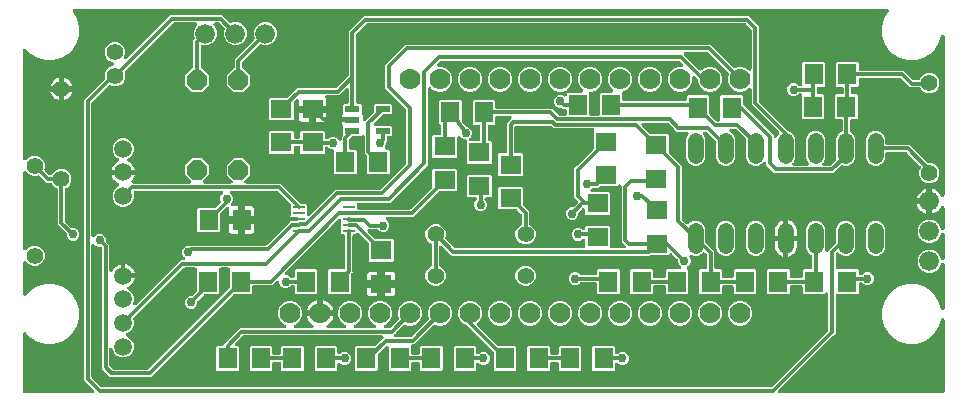
<source format=gbr>
G04 EAGLE Gerber RS-274X export*
G75*
%MOMM*%
%FSLAX34Y34*%
%LPD*%
%INTop Copper*%
%IPPOS*%
%AMOC8*
5,1,8,0,0,1.08239X$1,22.5*%
G01*
%ADD10C,1.778000*%
%ADD11R,1.803000X1.600000*%
%ADD12R,1.600000X1.803000*%
%ADD13R,1.800000X1.600000*%
%ADD14R,1.600000X1.800000*%
%ADD15C,1.320800*%
%ADD16C,1.422400*%
%ADD17R,1.000000X0.250000*%
%ADD18R,1.270000X0.558800*%
%ADD19C,1.676400*%
%ADD20C,1.500000*%
%ADD21C,1.408000*%
%ADD22P,1.814519X8X292.500000*%
%ADD23C,0.304800*%
%ADD24C,0.756400*%

G36*
X186750Y92872D02*
X186750Y92872D01*
X186850Y92874D01*
X186923Y92892D01*
X186996Y92901D01*
X187091Y92934D01*
X187188Y92959D01*
X187255Y92993D01*
X187325Y93018D01*
X187409Y93073D01*
X187498Y93119D01*
X187555Y93167D01*
X187617Y93207D01*
X187687Y93279D01*
X187764Y93344D01*
X187808Y93404D01*
X187860Y93458D01*
X187911Y93544D01*
X187971Y93625D01*
X188000Y93693D01*
X188038Y93757D01*
X188069Y93853D01*
X188109Y93945D01*
X188122Y94018D01*
X188145Y94089D01*
X188153Y94189D01*
X188170Y94288D01*
X188167Y94362D01*
X188173Y94436D01*
X188158Y94536D01*
X188153Y94636D01*
X188132Y94707D01*
X188121Y94781D01*
X188084Y94874D01*
X188056Y94971D01*
X188020Y95036D01*
X187992Y95105D01*
X187935Y95187D01*
X187886Y95275D01*
X187821Y95351D01*
X187793Y95391D01*
X187767Y95415D01*
X187727Y95461D01*
X181683Y101505D01*
X179451Y103737D01*
X179451Y341263D01*
X196441Y358253D01*
X196489Y358313D01*
X196544Y358366D01*
X196597Y358449D01*
X196658Y358526D01*
X196690Y358595D01*
X196732Y358659D01*
X196765Y358752D01*
X196807Y358841D01*
X196823Y358915D01*
X196848Y358988D01*
X196859Y359086D01*
X196880Y359181D01*
X196879Y359258D01*
X196887Y359334D01*
X196876Y359432D01*
X196874Y359530D01*
X196855Y359604D01*
X196846Y359680D01*
X196801Y359822D01*
X196789Y359868D01*
X196780Y359885D01*
X196771Y359913D01*
X196763Y359932D01*
X196763Y363368D01*
X198078Y366542D01*
X200508Y368972D01*
X203576Y370243D01*
X203663Y370291D01*
X203756Y370331D01*
X203815Y370376D01*
X203880Y370412D01*
X203955Y370479D01*
X204035Y370539D01*
X204083Y370596D01*
X204139Y370646D01*
X204196Y370729D01*
X204260Y370805D01*
X204294Y370872D01*
X204337Y370933D01*
X204374Y371026D01*
X204419Y371116D01*
X204437Y371188D01*
X204465Y371257D01*
X204479Y371357D01*
X204503Y371454D01*
X204504Y371528D01*
X204515Y371602D01*
X204507Y371702D01*
X204508Y371802D01*
X204493Y371875D01*
X204486Y371949D01*
X204456Y372045D01*
X204434Y372143D01*
X204402Y372210D01*
X204379Y372281D01*
X204328Y372367D01*
X204284Y372458D01*
X204238Y372516D01*
X204200Y372579D01*
X204130Y372652D01*
X204067Y372730D01*
X204009Y372776D01*
X203957Y372829D01*
X203872Y372884D01*
X203793Y372946D01*
X203704Y372992D01*
X203664Y373018D01*
X203630Y373030D01*
X203576Y373057D01*
X200508Y374328D01*
X198078Y376758D01*
X196763Y379932D01*
X196763Y383368D01*
X198078Y386542D01*
X200508Y388972D01*
X203682Y390287D01*
X207118Y390287D01*
X210292Y388972D01*
X212722Y386542D01*
X214037Y383368D01*
X214037Y379932D01*
X213196Y377902D01*
X213182Y377853D01*
X213160Y377808D01*
X213134Y377687D01*
X213100Y377567D01*
X213098Y377516D01*
X213087Y377467D01*
X213089Y377343D01*
X213083Y377218D01*
X213092Y377169D01*
X213093Y377119D01*
X213123Y376998D01*
X213146Y376876D01*
X213166Y376829D01*
X213178Y376781D01*
X213235Y376670D01*
X213285Y376556D01*
X213315Y376516D01*
X213338Y376471D01*
X213418Y376376D01*
X213492Y376276D01*
X213531Y376244D01*
X213563Y376205D01*
X213664Y376131D01*
X213758Y376051D01*
X213803Y376028D01*
X213844Y375998D01*
X213958Y375949D01*
X214069Y375892D01*
X214118Y375880D01*
X214164Y375860D01*
X214286Y375838D01*
X214407Y375808D01*
X214457Y375808D01*
X214507Y375799D01*
X214631Y375805D01*
X214755Y375803D01*
X214805Y375814D01*
X214855Y375817D01*
X214974Y375851D01*
X215096Y375877D01*
X215141Y375899D01*
X215190Y375913D01*
X215298Y375974D01*
X215411Y376027D01*
X215450Y376059D01*
X215494Y376083D01*
X215680Y376242D01*
X252487Y413049D01*
X296263Y413049D01*
X302247Y407065D01*
X302307Y407017D01*
X302360Y406962D01*
X302443Y406909D01*
X302520Y406848D01*
X302589Y406816D01*
X302653Y406774D01*
X302746Y406741D01*
X302835Y406699D01*
X302910Y406683D01*
X302982Y406658D01*
X303080Y406647D01*
X303176Y406626D01*
X303252Y406627D01*
X303328Y406619D01*
X303426Y406630D01*
X303524Y406632D01*
X303598Y406651D01*
X303674Y406659D01*
X303816Y406705D01*
X303862Y406717D01*
X303879Y406726D01*
X303907Y406735D01*
X305529Y407407D01*
X309471Y407407D01*
X313112Y405899D01*
X315899Y403112D01*
X317407Y399471D01*
X317407Y395529D01*
X315899Y391888D01*
X313112Y389101D01*
X309471Y387593D01*
X305529Y387593D01*
X301888Y389101D01*
X299101Y391888D01*
X297593Y395529D01*
X297593Y399471D01*
X298265Y401093D01*
X298286Y401167D01*
X298317Y401237D01*
X298334Y401334D01*
X298361Y401428D01*
X298365Y401505D01*
X298378Y401580D01*
X298373Y401678D01*
X298378Y401776D01*
X298364Y401852D01*
X298360Y401928D01*
X298333Y402022D01*
X298315Y402119D01*
X298285Y402189D01*
X298264Y402263D01*
X298216Y402349D01*
X298177Y402439D01*
X298131Y402500D01*
X298094Y402567D01*
X297997Y402681D01*
X297969Y402719D01*
X297954Y402731D01*
X297935Y402753D01*
X294183Y406505D01*
X294084Y406584D01*
X293990Y406668D01*
X293948Y406692D01*
X293910Y406722D01*
X293796Y406776D01*
X293685Y406837D01*
X293639Y406850D01*
X293595Y406871D01*
X293472Y406897D01*
X293350Y406932D01*
X293289Y406937D01*
X293254Y406944D01*
X293206Y406943D01*
X293106Y406951D01*
X290336Y406951D01*
X290237Y406940D01*
X290136Y406938D01*
X290064Y406920D01*
X289990Y406911D01*
X289896Y406878D01*
X289798Y406853D01*
X289732Y406819D01*
X289662Y406794D01*
X289578Y406739D01*
X289488Y406693D01*
X289432Y406645D01*
X289369Y406605D01*
X289300Y406533D01*
X289223Y406468D01*
X289179Y406408D01*
X289127Y406354D01*
X289076Y406268D01*
X289016Y406187D01*
X288986Y406119D01*
X288948Y406055D01*
X288918Y405959D01*
X288878Y405867D01*
X288865Y405794D01*
X288842Y405723D01*
X288834Y405623D01*
X288816Y405524D01*
X288820Y405450D01*
X288814Y405376D01*
X288829Y405276D01*
X288834Y405176D01*
X288855Y405105D01*
X288866Y405031D01*
X288903Y404938D01*
X288931Y404841D01*
X288967Y404776D01*
X288994Y404707D01*
X289052Y404625D01*
X289101Y404537D01*
X289166Y404461D01*
X289193Y404421D01*
X289220Y404397D01*
X289259Y404351D01*
X290499Y403112D01*
X292007Y399471D01*
X292007Y395529D01*
X290499Y391888D01*
X287712Y389101D01*
X284071Y387593D01*
X280118Y387593D01*
X280010Y387624D01*
X279867Y387670D01*
X279843Y387672D01*
X279820Y387678D01*
X279670Y387686D01*
X279520Y387698D01*
X279496Y387694D01*
X279472Y387695D01*
X279324Y387668D01*
X279175Y387646D01*
X279153Y387637D01*
X279129Y387633D01*
X278991Y387573D01*
X278851Y387517D01*
X278831Y387504D01*
X278809Y387494D01*
X278688Y387404D01*
X278565Y387318D01*
X278549Y387301D01*
X278530Y387286D01*
X278432Y387171D01*
X278332Y387060D01*
X278320Y387039D01*
X278304Y387020D01*
X278236Y386886D01*
X278163Y386755D01*
X278157Y386731D01*
X278146Y386710D01*
X278109Y386564D01*
X278068Y386419D01*
X278066Y386390D01*
X278061Y386372D01*
X278061Y386325D01*
X278049Y386175D01*
X278049Y369530D01*
X278052Y369504D01*
X278050Y369478D01*
X278072Y369331D01*
X278089Y369184D01*
X278097Y369159D01*
X278101Y369133D01*
X278156Y368995D01*
X278206Y368856D01*
X278220Y368834D01*
X278230Y368809D01*
X278315Y368688D01*
X278395Y368563D01*
X278414Y368545D01*
X278429Y368523D01*
X278539Y368424D01*
X278646Y368321D01*
X278668Y368307D01*
X278688Y368290D01*
X278818Y368218D01*
X278945Y368142D01*
X278970Y368134D01*
X278985Y368126D01*
X284907Y362204D01*
X284907Y353996D01*
X279104Y348193D01*
X270896Y348193D01*
X265093Y353996D01*
X265093Y362204D01*
X271027Y368137D01*
X271102Y368164D01*
X271124Y368178D01*
X271149Y368188D01*
X271270Y368273D01*
X271395Y368353D01*
X271413Y368372D01*
X271435Y368387D01*
X271534Y368497D01*
X271637Y368604D01*
X271651Y368626D01*
X271668Y368646D01*
X271740Y368776D01*
X271816Y368903D01*
X271824Y368928D01*
X271837Y368951D01*
X271877Y369094D01*
X271922Y369235D01*
X271924Y369261D01*
X271932Y369286D01*
X271951Y369530D01*
X271951Y391663D01*
X272535Y392247D01*
X272583Y392307D01*
X272637Y392360D01*
X272691Y392443D01*
X272752Y392520D01*
X272784Y392589D01*
X272826Y392653D01*
X272859Y392746D01*
X272901Y392835D01*
X272917Y392909D01*
X272942Y392982D01*
X272953Y393080D01*
X272974Y393176D01*
X272973Y393252D01*
X272981Y393328D01*
X272970Y393426D01*
X272968Y393524D01*
X272950Y393598D01*
X272941Y393674D01*
X272895Y393816D01*
X272883Y393862D01*
X272874Y393879D01*
X272865Y393907D01*
X272193Y395529D01*
X272193Y399471D01*
X273701Y403112D01*
X274941Y404351D01*
X275003Y404430D01*
X275073Y404502D01*
X275111Y404566D01*
X275157Y404624D01*
X275200Y404715D01*
X275252Y404801D01*
X275274Y404872D01*
X275306Y404939D01*
X275327Y405037D01*
X275358Y405133D01*
X275364Y405207D01*
X275380Y405280D01*
X275378Y405380D01*
X275386Y405480D01*
X275375Y405554D01*
X275374Y405628D01*
X275349Y405725D01*
X275334Y405825D01*
X275307Y405894D01*
X275289Y405966D01*
X275243Y406055D01*
X275206Y406149D01*
X275163Y406210D01*
X275129Y406276D01*
X275064Y406352D01*
X275007Y406435D01*
X274951Y406485D01*
X274903Y406541D01*
X274822Y406601D01*
X274748Y406668D01*
X274683Y406704D01*
X274623Y406749D01*
X274531Y406788D01*
X274443Y406837D01*
X274371Y406857D01*
X274303Y406887D01*
X274204Y406904D01*
X274107Y406932D01*
X274007Y406940D01*
X273960Y406948D01*
X273924Y406946D01*
X273864Y406951D01*
X255644Y406951D01*
X255518Y406937D01*
X255392Y406930D01*
X255346Y406917D01*
X255298Y406911D01*
X255179Y406869D01*
X255057Y406834D01*
X255015Y406810D01*
X254969Y406794D01*
X254863Y406725D01*
X254753Y406664D01*
X254707Y406624D01*
X254677Y406605D01*
X254643Y406570D01*
X254567Y406505D01*
X213993Y365931D01*
X213945Y365871D01*
X213890Y365818D01*
X213837Y365735D01*
X213776Y365658D01*
X213744Y365589D01*
X213702Y365525D01*
X213669Y365432D01*
X213627Y365343D01*
X213611Y365269D01*
X213586Y365196D01*
X213575Y365098D01*
X213554Y365002D01*
X213555Y364926D01*
X213547Y364850D01*
X213558Y364752D01*
X213560Y364654D01*
X213578Y364580D01*
X213587Y364504D01*
X213633Y364362D01*
X213645Y364316D01*
X213654Y364299D01*
X213663Y364271D01*
X214037Y363368D01*
X214037Y359932D01*
X212722Y356758D01*
X210292Y354328D01*
X207118Y353013D01*
X203682Y353013D01*
X203178Y353222D01*
X201895Y353754D01*
X201821Y353775D01*
X201751Y353805D01*
X201654Y353822D01*
X201560Y353849D01*
X201483Y353853D01*
X201408Y353866D01*
X201310Y353861D01*
X201212Y353866D01*
X201137Y353852D01*
X201060Y353849D01*
X200966Y353821D01*
X200869Y353804D01*
X200799Y353773D01*
X200725Y353752D01*
X200639Y353704D01*
X200549Y353665D01*
X200488Y353619D01*
X200421Y353582D01*
X200307Y353485D01*
X200269Y353457D01*
X200257Y353442D01*
X200235Y353423D01*
X185995Y339183D01*
X185923Y339092D01*
X185863Y339030D01*
X185853Y339014D01*
X185832Y338990D01*
X185808Y338948D01*
X185778Y338910D01*
X185730Y338809D01*
X185684Y338731D01*
X185678Y338711D01*
X185663Y338685D01*
X185650Y338639D01*
X185629Y338595D01*
X185607Y338490D01*
X185578Y338399D01*
X185576Y338376D01*
X185568Y338350D01*
X185563Y338289D01*
X185556Y338254D01*
X185557Y338206D01*
X185549Y338106D01*
X185549Y226731D01*
X185560Y226631D01*
X185562Y226531D01*
X185580Y226459D01*
X185589Y226385D01*
X185622Y226290D01*
X185647Y226193D01*
X185681Y226127D01*
X185706Y226057D01*
X185761Y225972D01*
X185807Y225883D01*
X185855Y225826D01*
X185895Y225764D01*
X185967Y225694D01*
X186032Y225618D01*
X186092Y225573D01*
X186146Y225522D01*
X186232Y225470D01*
X186313Y225410D01*
X186381Y225381D01*
X186445Y225343D01*
X186541Y225312D01*
X186633Y225272D01*
X186706Y225259D01*
X186777Y225237D01*
X186877Y225229D01*
X186976Y225211D01*
X187050Y225215D01*
X187124Y225209D01*
X187224Y225224D01*
X187324Y225229D01*
X187395Y225249D01*
X187469Y225260D01*
X187562Y225297D01*
X187659Y225325D01*
X187724Y225362D01*
X187793Y225389D01*
X187875Y225446D01*
X187963Y225495D01*
X188039Y225561D01*
X188079Y225588D01*
X188103Y225614D01*
X188149Y225654D01*
X189494Y226999D01*
X191444Y227807D01*
X193556Y227807D01*
X195506Y226999D01*
X196999Y225506D01*
X197807Y223556D01*
X197807Y222136D01*
X197821Y222010D01*
X197828Y221884D01*
X197841Y221838D01*
X197847Y221790D01*
X197889Y221671D01*
X197924Y221549D01*
X197948Y221507D01*
X197964Y221461D01*
X198033Y221355D01*
X198094Y221245D01*
X198134Y221199D01*
X198153Y221169D01*
X198188Y221135D01*
X198253Y221059D01*
X200549Y218763D01*
X200549Y197506D01*
X200568Y197341D01*
X200584Y197178D01*
X200588Y197169D01*
X200589Y197159D01*
X200644Y197004D01*
X200698Y196849D01*
X200703Y196841D01*
X200706Y196831D01*
X200796Y196693D01*
X200883Y196554D01*
X200890Y196547D01*
X200895Y196539D01*
X201014Y196424D01*
X201131Y196308D01*
X201139Y196303D01*
X201146Y196296D01*
X201287Y196212D01*
X201427Y196126D01*
X201437Y196122D01*
X201445Y196118D01*
X201601Y196068D01*
X201758Y196015D01*
X201768Y196014D01*
X201777Y196011D01*
X201940Y195998D01*
X202105Y195983D01*
X202115Y195984D01*
X202124Y195983D01*
X202287Y196008D01*
X202450Y196030D01*
X202459Y196034D01*
X202469Y196035D01*
X202622Y196096D01*
X202776Y196155D01*
X202784Y196160D01*
X202793Y196164D01*
X202927Y196257D01*
X203064Y196350D01*
X203071Y196357D01*
X203079Y196363D01*
X203189Y196485D01*
X203301Y196606D01*
X203307Y196616D01*
X203312Y196621D01*
X203327Y196648D01*
X203429Y196814D01*
X203912Y197763D01*
X204841Y199041D01*
X205959Y200159D01*
X207237Y201088D01*
X208646Y201805D01*
X210149Y202293D01*
X210626Y202369D01*
X210626Y192851D01*
X210629Y192825D01*
X210627Y192799D01*
X210649Y192652D01*
X210666Y192505D01*
X210674Y192480D01*
X210678Y192454D01*
X210733Y192317D01*
X210783Y192177D01*
X210797Y192155D01*
X210807Y192130D01*
X210892Y192009D01*
X210972Y191884D01*
X210991Y191866D01*
X211006Y191844D01*
X211116Y191745D01*
X211223Y191642D01*
X211245Y191628D01*
X211265Y191611D01*
X211395Y191539D01*
X211481Y191488D01*
X211485Y191475D01*
X211500Y191453D01*
X211509Y191428D01*
X211594Y191307D01*
X211674Y191182D01*
X211693Y191164D01*
X211708Y191142D01*
X211818Y191043D01*
X211925Y190940D01*
X211948Y190926D01*
X211967Y190909D01*
X212097Y190837D01*
X212224Y190761D01*
X212249Y190753D01*
X212272Y190740D01*
X212415Y190700D01*
X212556Y190655D01*
X212582Y190652D01*
X212607Y190645D01*
X212851Y190626D01*
X222369Y190626D01*
X222293Y190149D01*
X221805Y188646D01*
X221088Y187237D01*
X220159Y185959D01*
X219041Y184841D01*
X217763Y183912D01*
X216567Y183303D01*
X216533Y183281D01*
X216496Y183265D01*
X216388Y183185D01*
X216277Y183111D01*
X216249Y183081D01*
X216216Y183057D01*
X216129Y182954D01*
X216038Y182857D01*
X216017Y182822D01*
X215991Y182791D01*
X215930Y182671D01*
X215863Y182556D01*
X215851Y182517D01*
X215832Y182480D01*
X215800Y182350D01*
X215761Y182222D01*
X215758Y182182D01*
X215748Y182142D01*
X215746Y182008D01*
X215737Y181875D01*
X215743Y181834D01*
X215743Y181794D01*
X215771Y181663D01*
X215793Y181531D01*
X215809Y181493D01*
X215817Y181453D01*
X215875Y181333D01*
X215926Y181208D01*
X215949Y181175D01*
X215967Y181138D01*
X216050Y181034D01*
X216128Y180925D01*
X216159Y180898D01*
X216184Y180866D01*
X216289Y180783D01*
X216390Y180695D01*
X216426Y180675D01*
X216458Y180650D01*
X216676Y180539D01*
X217612Y180151D01*
X220151Y177612D01*
X221525Y174295D01*
X221525Y170705D01*
X221013Y169469D01*
X220999Y169420D01*
X220977Y169375D01*
X220951Y169253D01*
X220917Y169134D01*
X220915Y169083D01*
X220904Y169034D01*
X220906Y168910D01*
X220900Y168785D01*
X220909Y168736D01*
X220910Y168686D01*
X220940Y168565D01*
X220963Y168443D01*
X220983Y168396D01*
X220995Y168348D01*
X221052Y168237D01*
X221101Y168123D01*
X221131Y168083D01*
X221155Y168038D01*
X221235Y167943D01*
X221309Y167843D01*
X221348Y167811D01*
X221380Y167772D01*
X221480Y167698D01*
X221575Y167618D01*
X221620Y167595D01*
X221661Y167565D01*
X221775Y167516D01*
X221886Y167459D01*
X221934Y167447D01*
X221981Y167427D01*
X222103Y167405D01*
X222224Y167375D01*
X222274Y167374D01*
X222324Y167365D01*
X222448Y167372D01*
X222572Y167370D01*
X222622Y167381D01*
X222672Y167383D01*
X222791Y167418D01*
X222913Y167444D01*
X222958Y167466D01*
X223007Y167480D01*
X223115Y167541D01*
X223227Y167594D01*
X223267Y167626D01*
X223311Y167650D01*
X223497Y167809D01*
X223500Y167811D01*
X223500Y167812D01*
X259005Y203317D01*
X261237Y205549D01*
X263269Y205549D01*
X263369Y205560D01*
X263469Y205562D01*
X263541Y205580D01*
X263615Y205589D01*
X263710Y205622D01*
X263807Y205647D01*
X263873Y205681D01*
X263943Y205706D01*
X264028Y205761D01*
X264117Y205807D01*
X264174Y205855D01*
X264236Y205895D01*
X264306Y205967D01*
X264382Y206032D01*
X264427Y206092D01*
X264478Y206146D01*
X264530Y206232D01*
X264590Y206313D01*
X264619Y206381D01*
X264657Y206445D01*
X264688Y206541D01*
X264728Y206633D01*
X264741Y206706D01*
X264763Y206777D01*
X264771Y206877D01*
X264789Y206976D01*
X264785Y207050D01*
X264791Y207124D01*
X264776Y207224D01*
X264771Y207324D01*
X264751Y207395D01*
X264740Y207469D01*
X264703Y207562D01*
X264675Y207659D01*
X264638Y207724D01*
X264611Y207793D01*
X264554Y207875D01*
X264505Y207963D01*
X264439Y208039D01*
X264412Y208079D01*
X264386Y208103D01*
X264385Y208103D01*
X264379Y208111D01*
X264374Y208116D01*
X264346Y208149D01*
X263001Y209494D01*
X262193Y211444D01*
X262193Y213556D01*
X263001Y215506D01*
X264494Y216999D01*
X266444Y217807D01*
X267864Y217807D01*
X267990Y217821D01*
X268116Y217828D01*
X268162Y217841D01*
X268210Y217847D01*
X268329Y217889D01*
X268451Y217924D01*
X268493Y217948D01*
X268539Y217964D01*
X268645Y218033D01*
X268673Y218049D01*
X333325Y218049D01*
X333450Y218063D01*
X333577Y218070D01*
X333623Y218083D01*
X333671Y218089D01*
X333790Y218131D01*
X333911Y218166D01*
X333953Y218190D01*
X333999Y218206D01*
X334105Y218275D01*
X334216Y218336D01*
X334262Y218376D01*
X334292Y218395D01*
X334325Y218430D01*
X334402Y218495D01*
X353296Y237389D01*
X353389Y237507D01*
X353487Y237622D01*
X353498Y237643D01*
X353512Y237662D01*
X353577Y237798D01*
X353645Y237933D01*
X353651Y237955D01*
X353661Y237977D01*
X353693Y238124D01*
X353729Y238271D01*
X353729Y238294D01*
X353734Y238317D01*
X353732Y238468D01*
X353734Y238619D01*
X353729Y238647D01*
X353728Y238666D01*
X353717Y238711D01*
X353690Y238860D01*
X353688Y238866D01*
X353688Y238927D01*
X359763Y238927D01*
X359853Y238937D01*
X359943Y238937D01*
X360025Y238957D01*
X360109Y238966D01*
X360194Y238997D01*
X360282Y239018D01*
X360358Y239055D01*
X360437Y239084D01*
X360513Y239133D01*
X360594Y239173D01*
X360688Y239246D01*
X360730Y239273D01*
X360731Y239273D01*
X360751Y239294D01*
X360788Y239323D01*
X360878Y239426D01*
X360973Y239524D01*
X360992Y239557D01*
X361017Y239585D01*
X361081Y239706D01*
X361152Y239823D01*
X361163Y239859D01*
X361181Y239893D01*
X361216Y240025D01*
X361258Y240155D01*
X361261Y240193D01*
X361271Y240230D01*
X361275Y240366D01*
X361286Y240502D01*
X361280Y240540D01*
X361281Y240578D01*
X361254Y240712D01*
X361234Y240847D01*
X361220Y240883D01*
X361212Y240920D01*
X361156Y241044D01*
X361105Y241171D01*
X361084Y241202D01*
X361068Y241237D01*
X360984Y241345D01*
X360906Y241457D01*
X360878Y241482D01*
X360855Y241513D01*
X360749Y241599D01*
X360648Y241690D01*
X360614Y241709D01*
X360585Y241733D01*
X360462Y241793D01*
X360343Y241859D01*
X360306Y241869D01*
X360272Y241886D01*
X360139Y241917D01*
X360007Y241954D01*
X359960Y241958D01*
X359932Y241964D01*
X359882Y241964D01*
X359763Y241973D01*
X353688Y241973D01*
X353688Y242035D01*
X353861Y242681D01*
X354196Y243260D01*
X354258Y243322D01*
X354337Y243421D01*
X354421Y243515D01*
X354445Y243557D01*
X354475Y243595D01*
X354529Y243709D01*
X354590Y243820D01*
X354603Y243867D01*
X354624Y243910D01*
X354650Y244034D01*
X354685Y244156D01*
X354690Y244216D01*
X354697Y244251D01*
X354696Y244299D01*
X354704Y244399D01*
X354704Y252032D01*
X354690Y252158D01*
X354683Y252284D01*
X354670Y252330D01*
X354664Y252378D01*
X354622Y252497D01*
X354587Y252619D01*
X354563Y252661D01*
X354547Y252707D01*
X354478Y252813D01*
X354417Y252923D01*
X354377Y252969D01*
X354358Y252999D01*
X354323Y253033D01*
X354258Y253109D01*
X343362Y264005D01*
X343263Y264084D01*
X343169Y264168D01*
X343127Y264192D01*
X343089Y264222D01*
X342975Y264276D01*
X342864Y264337D01*
X342818Y264350D01*
X342774Y264371D01*
X342651Y264397D01*
X342529Y264432D01*
X342468Y264437D01*
X342433Y264444D01*
X342385Y264443D01*
X342285Y264451D01*
X304231Y264451D01*
X304131Y264440D01*
X304031Y264438D01*
X303959Y264420D01*
X303885Y264411D01*
X303790Y264378D01*
X303693Y264353D01*
X303627Y264319D01*
X303557Y264294D01*
X303472Y264239D01*
X303383Y264193D01*
X303326Y264145D01*
X303264Y264105D01*
X303194Y264033D01*
X303118Y263968D01*
X303073Y263908D01*
X303022Y263854D01*
X302970Y263768D01*
X302910Y263687D01*
X302881Y263619D01*
X302843Y263555D01*
X302812Y263459D01*
X302772Y263367D01*
X302759Y263294D01*
X302737Y263223D01*
X302729Y263123D01*
X302711Y263024D01*
X302715Y262950D01*
X302709Y262876D01*
X302724Y262776D01*
X302729Y262676D01*
X302749Y262605D01*
X302760Y262531D01*
X302797Y262438D01*
X302825Y262341D01*
X302862Y262276D01*
X302889Y262207D01*
X302946Y262125D01*
X302995Y262037D01*
X303061Y261961D01*
X303088Y261921D01*
X303114Y261897D01*
X303154Y261851D01*
X304499Y260506D01*
X305307Y258556D01*
X305307Y256444D01*
X304499Y254494D01*
X303766Y253761D01*
X303703Y253682D01*
X303634Y253610D01*
X303596Y253546D01*
X303549Y253488D01*
X303506Y253397D01*
X303455Y253311D01*
X303432Y253240D01*
X303400Y253173D01*
X303379Y253075D01*
X303349Y252979D01*
X303343Y252905D01*
X303327Y252832D01*
X303329Y252732D01*
X303321Y252632D01*
X303332Y252558D01*
X303333Y252484D01*
X303357Y252387D01*
X303372Y252287D01*
X303400Y252218D01*
X303418Y252146D01*
X303464Y252057D01*
X303501Y251963D01*
X303543Y251902D01*
X303578Y251836D01*
X303643Y251759D01*
X303700Y251677D01*
X303755Y251627D01*
X303803Y251571D01*
X303884Y251511D01*
X303959Y251444D01*
X304024Y251408D01*
X304084Y251363D01*
X304176Y251324D01*
X304264Y251275D01*
X304335Y251255D01*
X304404Y251225D01*
X304503Y251208D01*
X304599Y251180D01*
X304699Y251172D01*
X304747Y251164D01*
X304783Y251166D01*
X304843Y251161D01*
X309773Y251161D01*
X309773Y242667D01*
X302279Y242667D01*
X302279Y249090D01*
X302268Y249190D01*
X302266Y249290D01*
X302248Y249363D01*
X302239Y249436D01*
X302206Y249531D01*
X302181Y249628D01*
X302147Y249695D01*
X302122Y249765D01*
X302067Y249849D01*
X302021Y249938D01*
X301973Y249995D01*
X301933Y250057D01*
X301861Y250127D01*
X301796Y250204D01*
X301736Y250248D01*
X301682Y250300D01*
X301596Y250351D01*
X301515Y250411D01*
X301447Y250440D01*
X301383Y250478D01*
X301287Y250509D01*
X301195Y250549D01*
X301122Y250562D01*
X301051Y250585D01*
X300951Y250593D01*
X300852Y250610D01*
X300778Y250607D01*
X300704Y250613D01*
X300604Y250598D01*
X300504Y250593D01*
X300433Y250572D01*
X300359Y250561D01*
X300266Y250524D01*
X300169Y250496D01*
X300104Y250460D01*
X300035Y250432D01*
X299953Y250375D01*
X299865Y250326D01*
X299789Y250261D01*
X299749Y250233D01*
X299725Y250207D01*
X299679Y250167D01*
X294791Y245279D01*
X294712Y245180D01*
X294628Y245086D01*
X294604Y245044D01*
X294574Y245006D01*
X294520Y244892D01*
X294459Y244781D01*
X294446Y244735D01*
X294425Y244691D01*
X294399Y244568D01*
X294364Y244446D01*
X294359Y244385D01*
X294352Y244350D01*
X294353Y244302D01*
X294345Y244202D01*
X294345Y229988D01*
X293452Y229095D01*
X276188Y229095D01*
X275295Y229988D01*
X275295Y249252D01*
X276188Y250145D01*
X290402Y250145D01*
X290528Y250159D01*
X290654Y250166D01*
X290700Y250179D01*
X290748Y250185D01*
X290867Y250227D01*
X290989Y250262D01*
X291031Y250286D01*
X291077Y250302D01*
X291183Y250371D01*
X291293Y250432D01*
X291339Y250472D01*
X291369Y250491D01*
X291403Y250526D01*
X291479Y250591D01*
X294747Y253858D01*
X294794Y253918D01*
X294849Y253971D01*
X294902Y254054D01*
X294963Y254131D01*
X294996Y254200D01*
X295037Y254265D01*
X295070Y254357D01*
X295112Y254446D01*
X295128Y254521D01*
X295154Y254593D01*
X295165Y254691D01*
X295186Y254787D01*
X295184Y254863D01*
X295193Y254939D01*
X295181Y255037D01*
X295180Y255136D01*
X295161Y255210D01*
X295152Y255286D01*
X295106Y255428D01*
X295095Y255473D01*
X295086Y255491D01*
X295077Y255518D01*
X294693Y256444D01*
X294693Y258556D01*
X295501Y260506D01*
X296846Y261851D01*
X296909Y261930D01*
X296978Y262002D01*
X297017Y262066D01*
X297063Y262124D01*
X297106Y262215D01*
X297157Y262301D01*
X297180Y262372D01*
X297212Y262439D01*
X297233Y262537D01*
X297263Y262633D01*
X297269Y262707D01*
X297285Y262780D01*
X297283Y262880D01*
X297291Y262980D01*
X297280Y263054D01*
X297279Y263128D01*
X297255Y263225D01*
X297240Y263325D01*
X297212Y263394D01*
X297194Y263466D01*
X297148Y263555D01*
X297111Y263649D01*
X297068Y263710D01*
X297034Y263776D01*
X296969Y263852D01*
X296912Y263935D01*
X296857Y263985D01*
X296809Y264041D01*
X296728Y264101D01*
X296653Y264168D01*
X296588Y264204D01*
X296528Y264249D01*
X296436Y264288D01*
X296348Y264337D01*
X296277Y264357D01*
X296208Y264387D01*
X296109Y264404D01*
X296013Y264432D01*
X295913Y264440D01*
X295865Y264448D01*
X295830Y264446D01*
X295769Y264451D01*
X222704Y264451D01*
X222555Y264434D01*
X222405Y264422D01*
X222382Y264414D01*
X222358Y264411D01*
X222216Y264361D01*
X222073Y264314D01*
X222053Y264302D01*
X222030Y264294D01*
X221903Y264212D01*
X221775Y264135D01*
X221757Y264118D01*
X221737Y264105D01*
X221632Y263997D01*
X221525Y263892D01*
X221512Y263872D01*
X221495Y263854D01*
X221418Y263725D01*
X221337Y263599D01*
X221328Y263576D01*
X221316Y263555D01*
X221270Y263412D01*
X221220Y263270D01*
X221217Y263246D01*
X221210Y263223D01*
X221198Y263074D01*
X221181Y262924D01*
X221184Y262900D01*
X221182Y262876D01*
X221204Y262727D01*
X221222Y262578D01*
X221231Y262550D01*
X221234Y262531D01*
X221251Y262487D01*
X221297Y262345D01*
X221525Y261795D01*
X221525Y258205D01*
X220151Y254888D01*
X217612Y252349D01*
X214295Y250975D01*
X210705Y250975D01*
X207388Y252349D01*
X204849Y254888D01*
X203475Y258205D01*
X203475Y261795D01*
X204849Y265112D01*
X207388Y267651D01*
X208324Y268039D01*
X208360Y268058D01*
X208399Y268072D01*
X208512Y268143D01*
X208629Y268208D01*
X208659Y268235D01*
X208694Y268257D01*
X208788Y268352D01*
X208887Y268442D01*
X208910Y268476D01*
X208939Y268505D01*
X209009Y268619D01*
X209085Y268729D01*
X209100Y268767D01*
X209122Y268801D01*
X209164Y268929D01*
X209213Y269053D01*
X209219Y269093D01*
X209232Y269132D01*
X209244Y269265D01*
X209264Y269398D01*
X209261Y269438D01*
X209264Y269479D01*
X209246Y269612D01*
X209235Y269745D01*
X209223Y269784D01*
X209217Y269824D01*
X209169Y269949D01*
X209128Y270077D01*
X209107Y270112D01*
X209092Y270150D01*
X209017Y270261D01*
X208948Y270375D01*
X208920Y270405D01*
X208897Y270438D01*
X208799Y270529D01*
X208706Y270625D01*
X208671Y270647D01*
X208641Y270675D01*
X208433Y270803D01*
X207237Y271412D01*
X205959Y272341D01*
X204841Y273459D01*
X203912Y274737D01*
X203195Y276146D01*
X202707Y277649D01*
X202631Y278126D01*
X212149Y278126D01*
X212175Y278129D01*
X212201Y278127D01*
X212348Y278149D01*
X212495Y278166D01*
X212508Y278170D01*
X212556Y278155D01*
X212582Y278152D01*
X212607Y278145D01*
X212851Y278126D01*
X222369Y278126D01*
X222293Y277649D01*
X221805Y276146D01*
X221088Y274737D01*
X220159Y273459D01*
X219849Y273149D01*
X219786Y273070D01*
X219717Y272998D01*
X219678Y272934D01*
X219632Y272876D01*
X219589Y272785D01*
X219538Y272699D01*
X219515Y272628D01*
X219483Y272561D01*
X219462Y272463D01*
X219432Y272367D01*
X219426Y272293D01*
X219410Y272220D01*
X219412Y272120D01*
X219404Y272020D01*
X219415Y271946D01*
X219416Y271872D01*
X219440Y271774D01*
X219455Y271675D01*
X219483Y271606D01*
X219501Y271534D01*
X219547Y271445D01*
X219584Y271351D01*
X219626Y271290D01*
X219660Y271224D01*
X219726Y271148D01*
X219783Y271065D01*
X219838Y271015D01*
X219886Y270959D01*
X219967Y270899D01*
X220042Y270832D01*
X220107Y270796D01*
X220167Y270751D01*
X220259Y270712D01*
X220347Y270663D01*
X220418Y270643D01*
X220487Y270613D01*
X220585Y270596D01*
X220682Y270568D01*
X220782Y270560D01*
X220830Y270552D01*
X220865Y270554D01*
X220926Y270549D01*
X268664Y270549D01*
X268763Y270560D01*
X268864Y270562D01*
X268936Y270580D01*
X269010Y270589D01*
X269104Y270622D01*
X269202Y270647D01*
X269268Y270681D01*
X269338Y270706D01*
X269422Y270761D01*
X269512Y270807D01*
X269568Y270855D01*
X269631Y270895D01*
X269701Y270967D01*
X269777Y271032D01*
X269821Y271092D01*
X269873Y271146D01*
X269924Y271232D01*
X269984Y271313D01*
X270014Y271381D01*
X270052Y271445D01*
X270082Y271541D01*
X270122Y271633D01*
X270135Y271706D01*
X270158Y271777D01*
X270166Y271877D01*
X270184Y271976D01*
X270180Y272050D01*
X270186Y272124D01*
X270171Y272224D01*
X270166Y272324D01*
X270145Y272395D01*
X270134Y272469D01*
X270097Y272562D01*
X270069Y272659D01*
X270033Y272724D01*
X270006Y272793D01*
X269948Y272875D01*
X269899Y272963D01*
X269834Y273039D01*
X269807Y273079D01*
X269780Y273103D01*
X269741Y273149D01*
X265093Y277796D01*
X265093Y286004D01*
X270896Y291807D01*
X279104Y291807D01*
X284907Y286004D01*
X284907Y277796D01*
X280259Y273149D01*
X280197Y273071D01*
X280127Y272998D01*
X280089Y272934D01*
X280043Y272876D01*
X280000Y272785D01*
X279948Y272699D01*
X279926Y272628D01*
X279894Y272561D01*
X279873Y272463D01*
X279842Y272367D01*
X279836Y272293D01*
X279820Y272220D01*
X279822Y272120D01*
X279814Y272020D01*
X279825Y271946D01*
X279826Y271872D01*
X279851Y271775D01*
X279866Y271675D01*
X279893Y271606D01*
X279911Y271534D01*
X279957Y271444D01*
X279994Y271351D01*
X280037Y271290D01*
X280071Y271224D01*
X280136Y271147D01*
X280193Y271065D01*
X280249Y271015D01*
X280297Y270959D01*
X280378Y270899D01*
X280452Y270832D01*
X280517Y270796D01*
X280577Y270751D01*
X280669Y270712D01*
X280757Y270663D01*
X280829Y270643D01*
X280897Y270613D01*
X280996Y270596D01*
X281093Y270568D01*
X281193Y270560D01*
X281240Y270552D01*
X281276Y270554D01*
X281336Y270549D01*
X303664Y270549D01*
X303763Y270560D01*
X303864Y270562D01*
X303936Y270580D01*
X304010Y270589D01*
X304104Y270622D01*
X304202Y270647D01*
X304268Y270681D01*
X304338Y270706D01*
X304422Y270761D01*
X304512Y270807D01*
X304568Y270855D01*
X304631Y270895D01*
X304701Y270967D01*
X304777Y271032D01*
X304821Y271092D01*
X304873Y271146D01*
X304924Y271232D01*
X304984Y271313D01*
X305014Y271381D01*
X305052Y271445D01*
X305082Y271541D01*
X305122Y271633D01*
X305135Y271706D01*
X305158Y271777D01*
X305166Y271877D01*
X305184Y271976D01*
X305180Y272050D01*
X305186Y272124D01*
X305171Y272224D01*
X305166Y272324D01*
X305145Y272395D01*
X305134Y272469D01*
X305097Y272562D01*
X305069Y272659D01*
X305033Y272724D01*
X305006Y272793D01*
X304948Y272875D01*
X304899Y272963D01*
X304834Y273039D01*
X304807Y273079D01*
X304780Y273103D01*
X304741Y273149D01*
X300093Y277796D01*
X300093Y286004D01*
X305896Y291807D01*
X314104Y291807D01*
X319907Y286004D01*
X319907Y277796D01*
X315259Y273149D01*
X315197Y273071D01*
X315127Y272998D01*
X315089Y272934D01*
X315043Y272876D01*
X315000Y272785D01*
X314948Y272699D01*
X314926Y272628D01*
X314894Y272561D01*
X314873Y272463D01*
X314842Y272367D01*
X314836Y272293D01*
X314820Y272220D01*
X314822Y272120D01*
X314814Y272020D01*
X314825Y271946D01*
X314826Y271872D01*
X314851Y271775D01*
X314866Y271675D01*
X314893Y271606D01*
X314911Y271534D01*
X314957Y271444D01*
X314994Y271351D01*
X315037Y271290D01*
X315071Y271224D01*
X315136Y271147D01*
X315193Y271065D01*
X315249Y271015D01*
X315297Y270959D01*
X315378Y270899D01*
X315452Y270832D01*
X315517Y270796D01*
X315577Y270751D01*
X315669Y270712D01*
X315757Y270663D01*
X315829Y270643D01*
X315897Y270613D01*
X315996Y270596D01*
X316093Y270568D01*
X316193Y270560D01*
X316240Y270552D01*
X316276Y270554D01*
X316336Y270549D01*
X345442Y270549D01*
X347674Y268317D01*
X362320Y253671D01*
X362419Y253592D01*
X362513Y253508D01*
X362555Y253484D01*
X362593Y253454D01*
X362707Y253400D01*
X362818Y253339D01*
X362864Y253326D01*
X362908Y253305D01*
X363031Y253279D01*
X363153Y253244D01*
X363214Y253239D01*
X363248Y253232D01*
X363296Y253233D01*
X363397Y253225D01*
X366861Y253225D01*
X367754Y252332D01*
X367754Y244403D01*
X367765Y244303D01*
X367767Y244203D01*
X367785Y244131D01*
X367794Y244057D01*
X367827Y243963D01*
X367852Y243865D01*
X367886Y243799D01*
X367911Y243729D01*
X367966Y243645D01*
X368012Y243555D01*
X368060Y243499D01*
X368100Y243436D01*
X368172Y243366D01*
X368237Y243290D01*
X368297Y243246D01*
X368351Y243194D01*
X368437Y243142D01*
X368518Y243083D01*
X368586Y243053D01*
X368650Y243015D01*
X368746Y242984D01*
X368838Y242945D01*
X368911Y242932D01*
X368982Y242909D01*
X369082Y242901D01*
X369181Y242883D01*
X369255Y242887D01*
X369329Y242881D01*
X369429Y242896D01*
X369529Y242901D01*
X369600Y242922D01*
X369674Y242933D01*
X369767Y242970D01*
X369864Y242997D01*
X369929Y243034D01*
X369998Y243061D01*
X370080Y243119D01*
X370168Y243168D01*
X370244Y243233D01*
X370284Y243260D01*
X370308Y243287D01*
X370354Y243326D01*
X390045Y263017D01*
X392277Y265249D01*
X429596Y265249D01*
X429722Y265263D01*
X429848Y265270D01*
X429894Y265283D01*
X429942Y265289D01*
X430061Y265331D01*
X430183Y265366D01*
X430225Y265390D01*
X430271Y265406D01*
X430377Y265475D01*
X430487Y265536D01*
X430533Y265576D01*
X430563Y265595D01*
X430597Y265630D01*
X430673Y265695D01*
X451805Y286827D01*
X451884Y286926D01*
X451968Y287020D01*
X451992Y287062D01*
X452022Y287100D01*
X452076Y287214D01*
X452137Y287325D01*
X452150Y287371D01*
X452171Y287415D01*
X452197Y287538D01*
X452232Y287660D01*
X452237Y287721D01*
X452244Y287756D01*
X452243Y287804D01*
X452251Y287904D01*
X452251Y332806D01*
X452237Y332932D01*
X452230Y333058D01*
X452217Y333104D01*
X452211Y333152D01*
X452169Y333271D01*
X452134Y333393D01*
X452110Y333435D01*
X452094Y333481D01*
X452025Y333587D01*
X451964Y333697D01*
X451924Y333743D01*
X451905Y333773D01*
X451870Y333807D01*
X451805Y333883D01*
X436683Y349005D01*
X434451Y351237D01*
X434451Y371263D01*
X451237Y388049D01*
X709763Y388049D01*
X711995Y385817D01*
X729058Y368754D01*
X729118Y368706D01*
X729171Y368651D01*
X729254Y368598D01*
X729331Y368537D01*
X729400Y368504D01*
X729464Y368463D01*
X729557Y368430D01*
X729646Y368388D01*
X729721Y368372D01*
X729793Y368346D01*
X729891Y368335D01*
X729987Y368315D01*
X730063Y368316D01*
X730139Y368307D01*
X730237Y368319D01*
X730335Y368321D01*
X730409Y368339D01*
X730485Y368348D01*
X730627Y368394D01*
X730673Y368406D01*
X730690Y368414D01*
X730718Y368423D01*
X732628Y369215D01*
X736772Y369215D01*
X740599Y367629D01*
X741851Y366378D01*
X741930Y366315D01*
X742002Y366246D01*
X742066Y366207D01*
X742124Y366161D01*
X742215Y366118D01*
X742301Y366067D01*
X742372Y366044D01*
X742439Y366012D01*
X742537Y365991D01*
X742633Y365960D01*
X742707Y365954D01*
X742780Y365939D01*
X742880Y365941D01*
X742980Y365932D01*
X743054Y365944D01*
X743128Y365945D01*
X743225Y365969D01*
X743325Y365984D01*
X743394Y366012D01*
X743466Y366030D01*
X743555Y366076D01*
X743649Y366113D01*
X743710Y366155D01*
X743776Y366189D01*
X743852Y366255D01*
X743935Y366312D01*
X743985Y366367D01*
X744041Y366415D01*
X744101Y366496D01*
X744168Y366571D01*
X744204Y366636D01*
X744249Y366696D01*
X744288Y366788D01*
X744337Y366876D01*
X744357Y366947D01*
X744387Y367016D01*
X744404Y367114D01*
X744432Y367211D01*
X744440Y367311D01*
X744448Y367359D01*
X744446Y367394D01*
X744451Y367455D01*
X744451Y400606D01*
X744437Y400732D01*
X744430Y400858D01*
X744417Y400904D01*
X744411Y400952D01*
X744369Y401071D01*
X744334Y401193D01*
X744310Y401235D01*
X744294Y401281D01*
X744225Y401387D01*
X744164Y401497D01*
X744124Y401543D01*
X744105Y401573D01*
X744070Y401607D01*
X744005Y401683D01*
X739967Y405721D01*
X739868Y405800D01*
X739774Y405884D01*
X739732Y405908D01*
X739694Y405938D01*
X739580Y405992D01*
X739469Y406053D01*
X739423Y406066D01*
X739379Y406087D01*
X739256Y406113D01*
X739134Y406148D01*
X739073Y406153D01*
X739038Y406160D01*
X738990Y406159D01*
X738890Y406167D01*
X419394Y406167D01*
X419268Y406153D01*
X419142Y406146D01*
X419096Y406133D01*
X419048Y406127D01*
X418929Y406085D01*
X418807Y406050D01*
X418765Y406026D01*
X418719Y406010D01*
X418613Y405941D01*
X418503Y405880D01*
X418457Y405840D01*
X418427Y405821D01*
X418393Y405786D01*
X418317Y405721D01*
X410081Y397485D01*
X410002Y397386D01*
X409918Y397292D01*
X409894Y397250D01*
X409864Y397212D01*
X409810Y397098D01*
X409749Y396987D01*
X409736Y396941D01*
X409715Y396897D01*
X409689Y396774D01*
X409654Y396652D01*
X409649Y396591D01*
X409642Y396557D01*
X409643Y396509D01*
X409635Y396408D01*
X409635Y339710D01*
X409638Y339684D01*
X409636Y339658D01*
X409658Y339511D01*
X409675Y339364D01*
X409683Y339339D01*
X409687Y339313D01*
X409742Y339175D01*
X409792Y339036D01*
X409806Y339014D01*
X409816Y338989D01*
X409901Y338868D01*
X409981Y338743D01*
X410000Y338725D01*
X410015Y338703D01*
X410125Y338604D01*
X410232Y338501D01*
X410254Y338487D01*
X410274Y338470D01*
X410404Y338398D01*
X410531Y338322D01*
X410556Y338314D01*
X410579Y338301D01*
X410722Y338261D01*
X410863Y338216D01*
X410889Y338214D01*
X410914Y338206D01*
X411158Y338187D01*
X413568Y338187D01*
X414461Y337294D01*
X414461Y329963D01*
X414475Y329838D01*
X414482Y329712D01*
X414495Y329665D01*
X414501Y329617D01*
X414543Y329498D01*
X414578Y329377D01*
X414602Y329335D01*
X414618Y329289D01*
X414687Y329183D01*
X414748Y329073D01*
X414788Y329026D01*
X414807Y328996D01*
X414842Y328963D01*
X414907Y328886D01*
X414969Y328824D01*
X415304Y328245D01*
X415477Y327599D01*
X415477Y324840D01*
X415488Y324740D01*
X415490Y324640D01*
X415508Y324567D01*
X415517Y324494D01*
X415551Y324399D01*
X415575Y324302D01*
X415609Y324236D01*
X415634Y324165D01*
X415689Y324081D01*
X415735Y323992D01*
X415783Y323935D01*
X415823Y323873D01*
X415895Y323803D01*
X415960Y323726D01*
X416020Y323682D01*
X416074Y323630D01*
X416160Y323579D01*
X416241Y323519D01*
X416309Y323490D01*
X416373Y323452D01*
X416469Y323421D01*
X416561Y323381D01*
X416634Y323368D01*
X416705Y323345D01*
X416805Y323337D01*
X416904Y323320D01*
X416978Y323323D01*
X417052Y323317D01*
X417152Y323332D01*
X417252Y323337D01*
X417323Y323358D01*
X417397Y323369D01*
X417490Y323406D01*
X417587Y323434D01*
X417652Y323470D01*
X417721Y323498D01*
X417803Y323555D01*
X417891Y323604D01*
X417967Y323669D01*
X418007Y323697D01*
X418031Y323723D01*
X418077Y323763D01*
X419183Y324869D01*
X424173Y329859D01*
X424252Y329958D01*
X424336Y330052D01*
X424360Y330094D01*
X424390Y330132D01*
X424444Y330246D01*
X424505Y330357D01*
X424518Y330403D01*
X424539Y330447D01*
X424565Y330570D01*
X424600Y330692D01*
X424605Y330753D01*
X424612Y330787D01*
X424611Y330835D01*
X424619Y330936D01*
X424619Y337294D01*
X425512Y338187D01*
X439476Y338187D01*
X440369Y337294D01*
X440369Y330442D01*
X439476Y329549D01*
X433118Y329549D01*
X432992Y329535D01*
X432866Y329528D01*
X432820Y329515D01*
X432772Y329509D01*
X432653Y329467D01*
X432531Y329432D01*
X432489Y329408D01*
X432443Y329392D01*
X432337Y329323D01*
X432227Y329262D01*
X432181Y329222D01*
X432151Y329203D01*
X432117Y329168D01*
X432041Y329103D01*
X424929Y321991D01*
X424866Y321913D01*
X424796Y321840D01*
X424758Y321776D01*
X424712Y321718D01*
X424669Y321627D01*
X424618Y321541D01*
X424595Y321470D01*
X424563Y321403D01*
X424542Y321305D01*
X424511Y321209D01*
X424505Y321135D01*
X424490Y321062D01*
X424491Y320962D01*
X424483Y320862D01*
X424494Y320788D01*
X424496Y320714D01*
X424520Y320617D01*
X424535Y320517D01*
X424563Y320448D01*
X424581Y320376D01*
X424627Y320286D01*
X424664Y320193D01*
X424706Y320132D01*
X424740Y320066D01*
X424806Y319989D01*
X424863Y319907D01*
X424918Y319857D01*
X424966Y319801D01*
X425047Y319741D01*
X425122Y319674D01*
X425187Y319638D01*
X425246Y319593D01*
X425339Y319554D01*
X425427Y319505D01*
X425498Y319485D01*
X425566Y319455D01*
X425665Y319438D01*
X425762Y319410D01*
X425862Y319402D01*
X425909Y319394D01*
X425945Y319396D01*
X426006Y319391D01*
X439476Y319391D01*
X440369Y318498D01*
X440369Y311646D01*
X439476Y310753D01*
X437066Y310753D01*
X437040Y310750D01*
X437014Y310752D01*
X436867Y310730D01*
X436720Y310713D01*
X436695Y310705D01*
X436669Y310701D01*
X436531Y310646D01*
X436392Y310596D01*
X436370Y310582D01*
X436345Y310572D01*
X436224Y310487D01*
X436099Y310407D01*
X436081Y310388D01*
X436059Y310373D01*
X435960Y310263D01*
X435857Y310156D01*
X435843Y310134D01*
X435826Y310114D01*
X435754Y309984D01*
X435678Y309857D01*
X435670Y309832D01*
X435657Y309809D01*
X435617Y309666D01*
X435572Y309525D01*
X435570Y309499D01*
X435562Y309474D01*
X435543Y309230D01*
X435543Y306176D01*
X435536Y306168D01*
X435482Y306054D01*
X435421Y305943D01*
X435408Y305897D01*
X435387Y305853D01*
X435361Y305730D01*
X435326Y305608D01*
X435321Y305547D01*
X435314Y305512D01*
X435315Y305464D01*
X435307Y305364D01*
X435307Y303944D01*
X434499Y301994D01*
X434350Y301845D01*
X434287Y301766D01*
X434218Y301694D01*
X434180Y301630D01*
X434133Y301572D01*
X434090Y301481D01*
X434039Y301395D01*
X434016Y301324D01*
X433984Y301257D01*
X433963Y301159D01*
X433933Y301063D01*
X433927Y300989D01*
X433911Y300916D01*
X433913Y300816D01*
X433905Y300716D01*
X433916Y300642D01*
X433917Y300568D01*
X433941Y300470D01*
X433956Y300371D01*
X433984Y300302D01*
X434002Y300230D01*
X434048Y300141D01*
X434085Y300047D01*
X434128Y299986D01*
X434162Y299920D01*
X434227Y299844D01*
X434284Y299761D01*
X434339Y299711D01*
X434387Y299655D01*
X434468Y299595D01*
X434543Y299528D01*
X434608Y299492D01*
X434668Y299447D01*
X434760Y299408D01*
X434848Y299359D01*
X434919Y299339D01*
X434988Y299309D01*
X435087Y299292D01*
X435183Y299264D01*
X435283Y299256D01*
X435331Y299248D01*
X435366Y299250D01*
X435427Y299245D01*
X437172Y299245D01*
X438065Y298352D01*
X438065Y279088D01*
X437172Y278195D01*
X419908Y278195D01*
X419015Y279088D01*
X419015Y293302D01*
X419001Y293428D01*
X418994Y293554D01*
X418981Y293600D01*
X418975Y293648D01*
X418933Y293767D01*
X418898Y293889D01*
X418874Y293931D01*
X418858Y293977D01*
X418789Y294083D01*
X418728Y294193D01*
X418688Y294239D01*
X418669Y294269D01*
X418634Y294303D01*
X418569Y294379D01*
X416951Y295997D01*
X416951Y310460D01*
X416940Y310559D01*
X416938Y310660D01*
X416920Y310732D01*
X416911Y310806D01*
X416877Y310900D01*
X416853Y310998D01*
X416819Y311064D01*
X416794Y311134D01*
X416739Y311218D01*
X416693Y311308D01*
X416645Y311364D01*
X416605Y311427D01*
X416533Y311496D01*
X416468Y311573D01*
X416408Y311617D01*
X416354Y311669D01*
X416268Y311720D01*
X416187Y311780D01*
X416119Y311810D01*
X416055Y311848D01*
X415959Y311878D01*
X415867Y311918D01*
X415794Y311931D01*
X415723Y311954D01*
X415623Y311962D01*
X415524Y311980D01*
X415450Y311976D01*
X415376Y311982D01*
X415276Y311967D01*
X415176Y311962D01*
X415105Y311941D01*
X415031Y311930D01*
X414938Y311893D01*
X414841Y311865D01*
X414776Y311829D01*
X414707Y311801D01*
X414625Y311744D01*
X414537Y311695D01*
X414461Y311630D01*
X414421Y311603D01*
X414397Y311576D01*
X414351Y311537D01*
X413568Y310753D01*
X407210Y310753D01*
X407084Y310739D01*
X406958Y310732D01*
X406912Y310719D01*
X406864Y310713D01*
X406745Y310671D01*
X406623Y310636D01*
X406581Y310612D01*
X406535Y310596D01*
X406429Y310527D01*
X406319Y310466D01*
X406273Y310426D01*
X406243Y310407D01*
X406209Y310372D01*
X406133Y310307D01*
X404035Y308209D01*
X403956Y308110D01*
X403872Y308016D01*
X403848Y307974D01*
X403818Y307936D01*
X403764Y307822D01*
X403703Y307711D01*
X403690Y307665D01*
X403669Y307621D01*
X403643Y307498D01*
X403608Y307376D01*
X403603Y307315D01*
X403596Y307280D01*
X403597Y307232D01*
X403589Y307132D01*
X403589Y300768D01*
X403592Y300742D01*
X403590Y300716D01*
X403612Y300569D01*
X403629Y300422D01*
X403637Y300397D01*
X403641Y300371D01*
X403696Y300233D01*
X403746Y300094D01*
X403760Y300072D01*
X403770Y300047D01*
X403855Y299926D01*
X403935Y299801D01*
X403954Y299783D01*
X403969Y299761D01*
X404079Y299662D01*
X404186Y299559D01*
X404208Y299545D01*
X404228Y299528D01*
X404358Y299456D01*
X404485Y299380D01*
X404510Y299372D01*
X404533Y299359D01*
X404676Y299319D01*
X404817Y299274D01*
X404843Y299272D01*
X404868Y299264D01*
X405112Y299245D01*
X409172Y299245D01*
X410065Y298352D01*
X410065Y279088D01*
X409172Y278195D01*
X391908Y278195D01*
X391015Y279088D01*
X391015Y298170D01*
X391012Y298196D01*
X391014Y298222D01*
X390992Y298369D01*
X390975Y298516D01*
X390967Y298541D01*
X390963Y298567D01*
X390908Y298705D01*
X390858Y298844D01*
X390844Y298866D01*
X390834Y298891D01*
X390749Y299012D01*
X390669Y299137D01*
X390650Y299155D01*
X390635Y299177D01*
X390525Y299276D01*
X390418Y299379D01*
X390396Y299393D01*
X390376Y299410D01*
X390246Y299482D01*
X390119Y299558D01*
X390094Y299566D01*
X390071Y299579D01*
X389928Y299619D01*
X389787Y299664D01*
X389761Y299666D01*
X389736Y299674D01*
X389492Y299693D01*
X388944Y299693D01*
X386994Y300501D01*
X385990Y301505D01*
X385891Y301584D01*
X385797Y301668D01*
X385755Y301692D01*
X385717Y301722D01*
X385603Y301776D01*
X385492Y301837D01*
X385446Y301850D01*
X385402Y301871D01*
X385279Y301897D01*
X385157Y301932D01*
X385096Y301937D01*
X385061Y301944D01*
X385013Y301943D01*
X384913Y301951D01*
X384848Y301951D01*
X384822Y301948D01*
X384796Y301950D01*
X384714Y301938D01*
X384713Y301938D01*
X384711Y301938D01*
X384649Y301928D01*
X384502Y301911D01*
X384477Y301903D01*
X384451Y301899D01*
X384313Y301844D01*
X384174Y301794D01*
X384152Y301780D01*
X384127Y301770D01*
X384006Y301685D01*
X383881Y301605D01*
X383863Y301586D01*
X383841Y301571D01*
X383742Y301461D01*
X383639Y301354D01*
X383625Y301332D01*
X383608Y301312D01*
X383536Y301182D01*
X383460Y301055D01*
X383452Y301030D01*
X383439Y301007D01*
X383399Y300864D01*
X383354Y300723D01*
X383352Y300697D01*
X383344Y300672D01*
X383325Y300428D01*
X383325Y296798D01*
X382432Y295905D01*
X363168Y295905D01*
X362275Y296798D01*
X362275Y300858D01*
X362272Y300884D01*
X362274Y300910D01*
X362252Y301057D01*
X362235Y301204D01*
X362227Y301229D01*
X362223Y301255D01*
X362168Y301393D01*
X362118Y301532D01*
X362104Y301554D01*
X362094Y301579D01*
X362009Y301700D01*
X361929Y301825D01*
X361910Y301843D01*
X361895Y301865D01*
X361785Y301964D01*
X361678Y302067D01*
X361656Y302081D01*
X361636Y302098D01*
X361506Y302170D01*
X361379Y302246D01*
X361354Y302254D01*
X361331Y302267D01*
X361188Y302307D01*
X361047Y302352D01*
X361021Y302354D01*
X360996Y302362D01*
X360752Y302381D01*
X358248Y302381D01*
X358222Y302378D01*
X358196Y302380D01*
X358049Y302358D01*
X357902Y302341D01*
X357877Y302333D01*
X357851Y302329D01*
X357713Y302274D01*
X357574Y302224D01*
X357552Y302210D01*
X357527Y302200D01*
X357406Y302115D01*
X357281Y302035D01*
X357263Y302016D01*
X357241Y302001D01*
X357142Y301891D01*
X357039Y301784D01*
X357025Y301762D01*
X357008Y301742D01*
X356936Y301612D01*
X356860Y301485D01*
X356852Y301460D01*
X356839Y301437D01*
X356799Y301294D01*
X356754Y301153D01*
X356752Y301127D01*
X356744Y301102D01*
X356725Y300858D01*
X356725Y296798D01*
X355832Y295905D01*
X336568Y295905D01*
X335675Y296798D01*
X335675Y314062D01*
X336568Y314955D01*
X355832Y314955D01*
X356725Y314062D01*
X356725Y310002D01*
X356728Y309976D01*
X356726Y309950D01*
X356748Y309803D01*
X356765Y309656D01*
X356773Y309631D01*
X356777Y309605D01*
X356832Y309467D01*
X356882Y309328D01*
X356896Y309306D01*
X356906Y309281D01*
X356991Y309160D01*
X357071Y309035D01*
X357090Y309017D01*
X357105Y308995D01*
X357215Y308896D01*
X357322Y308793D01*
X357344Y308779D01*
X357364Y308762D01*
X357494Y308690D01*
X357621Y308614D01*
X357646Y308606D01*
X357669Y308593D01*
X357812Y308553D01*
X357953Y308508D01*
X357979Y308506D01*
X358004Y308498D01*
X358248Y308479D01*
X360752Y308479D01*
X360778Y308482D01*
X360804Y308480D01*
X360951Y308502D01*
X361098Y308519D01*
X361123Y308527D01*
X361149Y308531D01*
X361287Y308586D01*
X361426Y308636D01*
X361448Y308650D01*
X361473Y308660D01*
X361594Y308745D01*
X361719Y308825D01*
X361737Y308844D01*
X361759Y308859D01*
X361858Y308969D01*
X361961Y309076D01*
X361975Y309098D01*
X361992Y309118D01*
X362064Y309248D01*
X362140Y309375D01*
X362148Y309400D01*
X362161Y309423D01*
X362201Y309566D01*
X362246Y309707D01*
X362248Y309733D01*
X362256Y309758D01*
X362275Y310002D01*
X362275Y314062D01*
X363168Y314955D01*
X382432Y314955D01*
X383325Y314062D01*
X383325Y309572D01*
X383328Y309546D01*
X383326Y309520D01*
X383348Y309373D01*
X383365Y309226D01*
X383373Y309201D01*
X383377Y309175D01*
X383432Y309037D01*
X383482Y308898D01*
X383496Y308876D01*
X383506Y308851D01*
X383591Y308730D01*
X383671Y308605D01*
X383690Y308587D01*
X383705Y308565D01*
X383815Y308466D01*
X383922Y308363D01*
X383944Y308349D01*
X383964Y308332D01*
X384094Y308260D01*
X384221Y308184D01*
X384246Y308176D01*
X384269Y308163D01*
X384412Y308123D01*
X384553Y308078D01*
X384579Y308076D01*
X384604Y308068D01*
X384848Y308049D01*
X384913Y308049D01*
X385039Y308063D01*
X385165Y308070D01*
X385211Y308083D01*
X385259Y308089D01*
X385378Y308131D01*
X385500Y308166D01*
X385542Y308190D01*
X385587Y308206D01*
X385693Y308275D01*
X385804Y308336D01*
X385850Y308376D01*
X385880Y308395D01*
X385914Y308430D01*
X385990Y308495D01*
X386994Y309499D01*
X388944Y310307D01*
X391056Y310307D01*
X393006Y309499D01*
X394499Y308006D01*
X394561Y307857D01*
X394585Y307813D01*
X394602Y307765D01*
X394670Y307661D01*
X394730Y307552D01*
X394764Y307515D01*
X394791Y307472D01*
X394881Y307386D01*
X394964Y307294D01*
X395006Y307265D01*
X395042Y307230D01*
X395148Y307166D01*
X395251Y307096D01*
X395298Y307077D01*
X395341Y307051D01*
X395459Y307013D01*
X395575Y306968D01*
X395625Y306960D01*
X395673Y306945D01*
X395797Y306935D01*
X395920Y306917D01*
X395970Y306921D01*
X396020Y306917D01*
X396143Y306936D01*
X396267Y306946D01*
X396315Y306961D01*
X396365Y306969D01*
X396480Y307015D01*
X396599Y307053D01*
X396642Y307079D01*
X396689Y307098D01*
X396791Y307168D01*
X396897Y307233D01*
X396934Y307268D01*
X396975Y307296D01*
X397058Y307389D01*
X397147Y307475D01*
X397175Y307518D01*
X397208Y307555D01*
X397268Y307664D01*
X397336Y307769D01*
X397353Y307816D01*
X397377Y307860D01*
X397411Y307980D01*
X397452Y308097D01*
X397458Y308147D01*
X397472Y308196D01*
X397491Y308439D01*
X397491Y310289D01*
X398265Y311063D01*
X398344Y311162D01*
X398428Y311256D01*
X398452Y311298D01*
X398482Y311336D01*
X398536Y311450D01*
X398597Y311561D01*
X398610Y311607D01*
X398631Y311651D01*
X398657Y311774D01*
X398692Y311896D01*
X398697Y311957D01*
X398704Y311992D01*
X398703Y312040D01*
X398711Y312140D01*
X398711Y318977D01*
X398697Y319102D01*
X398690Y319228D01*
X398677Y319275D01*
X398671Y319323D01*
X398629Y319442D01*
X398594Y319563D01*
X398570Y319605D01*
X398554Y319651D01*
X398485Y319757D01*
X398424Y319867D01*
X398384Y319914D01*
X398365Y319944D01*
X398330Y319977D01*
X398265Y320054D01*
X398203Y320116D01*
X397868Y320695D01*
X397695Y321341D01*
X397695Y322947D01*
X406586Y322947D01*
X406612Y322950D01*
X406638Y322947D01*
X406785Y322969D01*
X406932Y322986D01*
X406957Y322995D01*
X406983Y322999D01*
X407120Y323054D01*
X407260Y323104D01*
X407282Y323118D01*
X407306Y323128D01*
X407428Y323212D01*
X407553Y323293D01*
X407571Y323312D01*
X407593Y323327D01*
X407692Y323437D01*
X407795Y323544D01*
X407808Y323566D01*
X407826Y323586D01*
X407898Y323716D01*
X407974Y323843D01*
X407982Y323868D01*
X407995Y323891D01*
X408035Y324034D01*
X408080Y324175D01*
X408082Y324201D01*
X408089Y324226D01*
X408109Y324470D01*
X408106Y324496D01*
X408108Y324522D01*
X408086Y324669D01*
X408069Y324816D01*
X408060Y324841D01*
X408056Y324867D01*
X408002Y325005D01*
X407952Y325144D01*
X407937Y325167D01*
X407928Y325191D01*
X407843Y325312D01*
X407763Y325437D01*
X407744Y325456D01*
X407729Y325477D01*
X407619Y325576D01*
X407512Y325679D01*
X407489Y325693D01*
X407470Y325710D01*
X407340Y325782D01*
X407213Y325858D01*
X407188Y325866D01*
X407165Y325879D01*
X407022Y325919D01*
X406881Y325965D01*
X406855Y325967D01*
X406829Y325974D01*
X406586Y325993D01*
X397695Y325993D01*
X397695Y327599D01*
X397868Y328245D01*
X398203Y328824D01*
X398265Y328886D01*
X398344Y328985D01*
X398428Y329079D01*
X398452Y329121D01*
X398482Y329159D01*
X398536Y329273D01*
X398597Y329384D01*
X398610Y329431D01*
X398631Y329474D01*
X398657Y329598D01*
X398692Y329720D01*
X398697Y329780D01*
X398704Y329815D01*
X398703Y329863D01*
X398711Y329963D01*
X398711Y337294D01*
X399604Y338187D01*
X402014Y338187D01*
X402040Y338190D01*
X402066Y338188D01*
X402213Y338210D01*
X402360Y338227D01*
X402385Y338235D01*
X402411Y338239D01*
X402549Y338294D01*
X402688Y338344D01*
X402710Y338358D01*
X402735Y338368D01*
X402856Y338452D01*
X402981Y338533D01*
X402999Y338552D01*
X403021Y338567D01*
X403120Y338677D01*
X403223Y338784D01*
X403237Y338806D01*
X403254Y338826D01*
X403326Y338956D01*
X403402Y339083D01*
X403410Y339108D01*
X403423Y339131D01*
X403463Y339274D01*
X403508Y339415D01*
X403510Y339441D01*
X403518Y339466D01*
X403537Y339710D01*
X403537Y349962D01*
X403526Y350062D01*
X403524Y350162D01*
X403506Y350235D01*
X403497Y350308D01*
X403464Y350403D01*
X403439Y350500D01*
X403405Y350567D01*
X403380Y350637D01*
X403325Y350721D01*
X403279Y350810D01*
X403231Y350867D01*
X403191Y350929D01*
X403119Y350999D01*
X403054Y351076D01*
X402994Y351120D01*
X402940Y351172D01*
X402854Y351223D01*
X402773Y351283D01*
X402705Y351312D01*
X402641Y351350D01*
X402545Y351381D01*
X402453Y351421D01*
X402380Y351434D01*
X402309Y351457D01*
X402209Y351465D01*
X402110Y351482D01*
X402036Y351479D01*
X401962Y351485D01*
X401862Y351470D01*
X401762Y351465D01*
X401691Y351444D01*
X401617Y351433D01*
X401524Y351396D01*
X401427Y351368D01*
X401362Y351332D01*
X401293Y351304D01*
X401211Y351247D01*
X401123Y351198D01*
X401047Y351133D01*
X401007Y351105D01*
X400983Y351079D01*
X400937Y351039D01*
X397511Y347613D01*
X395279Y345381D01*
X385091Y345381D01*
X385016Y345373D01*
X384940Y345374D01*
X384843Y345353D01*
X384745Y345341D01*
X384673Y345316D01*
X384599Y345300D01*
X384510Y345257D01*
X384417Y345224D01*
X384353Y345183D01*
X384284Y345150D01*
X384207Y345089D01*
X384124Y345035D01*
X384071Y344980D01*
X384012Y344933D01*
X383951Y344856D01*
X383882Y344784D01*
X383843Y344719D01*
X383796Y344660D01*
X383754Y344570D01*
X383703Y344485D01*
X383680Y344413D01*
X383647Y344344D01*
X383627Y344248D01*
X383596Y344153D01*
X383590Y344078D01*
X383575Y344004D01*
X383576Y343904D01*
X383569Y343806D01*
X383580Y343731D01*
X383581Y343655D01*
X383606Y343559D01*
X383620Y343461D01*
X383648Y343391D01*
X383667Y343317D01*
X383732Y343181D01*
X383749Y343137D01*
X383760Y343122D01*
X383772Y343096D01*
X384168Y342411D01*
X384341Y341765D01*
X384341Y336477D01*
X374324Y336477D01*
X374298Y336474D01*
X374272Y336476D01*
X374125Y336454D01*
X373978Y336437D01*
X373953Y336428D01*
X373927Y336425D01*
X373789Y336370D01*
X373650Y336320D01*
X373628Y336306D01*
X373603Y336296D01*
X373482Y336211D01*
X373357Y336131D01*
X373339Y336112D01*
X373317Y336097D01*
X373218Y335987D01*
X373115Y335880D01*
X373101Y335858D01*
X373084Y335838D01*
X373012Y335708D01*
X372936Y335581D01*
X372928Y335556D01*
X372915Y335533D01*
X372875Y335390D01*
X372830Y335249D01*
X372828Y335223D01*
X372820Y335198D01*
X372801Y334954D01*
X372801Y333429D01*
X372799Y333429D01*
X372799Y334954D01*
X372796Y334980D01*
X372798Y335006D01*
X372776Y335153D01*
X372759Y335300D01*
X372750Y335325D01*
X372747Y335351D01*
X372692Y335489D01*
X372642Y335628D01*
X372628Y335650D01*
X372618Y335675D01*
X372533Y335796D01*
X372453Y335921D01*
X372434Y335939D01*
X372419Y335961D01*
X372309Y336060D01*
X372202Y336163D01*
X372180Y336177D01*
X372160Y336194D01*
X372030Y336266D01*
X371903Y336342D01*
X371878Y336350D01*
X371855Y336363D01*
X371712Y336403D01*
X371571Y336448D01*
X371545Y336450D01*
X371520Y336458D01*
X371276Y336477D01*
X361259Y336477D01*
X361259Y340500D01*
X361248Y340600D01*
X361246Y340700D01*
X361228Y340773D01*
X361219Y340846D01*
X361186Y340941D01*
X361161Y341038D01*
X361127Y341105D01*
X361102Y341175D01*
X361047Y341259D01*
X361001Y341348D01*
X360953Y341405D01*
X360913Y341467D01*
X360841Y341537D01*
X360776Y341614D01*
X360716Y341658D01*
X360662Y341710D01*
X360576Y341761D01*
X360495Y341821D01*
X360427Y341850D01*
X360363Y341888D01*
X360267Y341919D01*
X360175Y341959D01*
X360102Y341972D01*
X360031Y341995D01*
X359931Y342003D01*
X359832Y342020D01*
X359758Y342017D01*
X359684Y342023D01*
X359584Y342008D01*
X359484Y342003D01*
X359413Y341982D01*
X359339Y341971D01*
X359246Y341934D01*
X359149Y341906D01*
X359084Y341870D01*
X359015Y341842D01*
X358933Y341785D01*
X358845Y341736D01*
X358769Y341671D01*
X358729Y341643D01*
X358705Y341617D01*
X358659Y341577D01*
X357171Y340089D01*
X357092Y339990D01*
X357008Y339896D01*
X356984Y339854D01*
X356954Y339816D01*
X356900Y339702D01*
X356839Y339591D01*
X356826Y339545D01*
X356805Y339501D01*
X356779Y339378D01*
X356744Y339256D01*
X356739Y339195D01*
X356732Y339160D01*
X356733Y339112D01*
X356725Y339012D01*
X356725Y324798D01*
X355832Y323905D01*
X336568Y323905D01*
X335675Y324798D01*
X335675Y342062D01*
X336568Y342955D01*
X350782Y342955D01*
X350908Y342969D01*
X351034Y342976D01*
X351080Y342989D01*
X351128Y342995D01*
X351247Y343037D01*
X351369Y343072D01*
X351411Y343096D01*
X351457Y343112D01*
X351563Y343181D01*
X351673Y343242D01*
X351719Y343282D01*
X351749Y343301D01*
X351783Y343336D01*
X351859Y343401D01*
X359937Y351479D01*
X392122Y351479D01*
X392248Y351493D01*
X392374Y351500D01*
X392420Y351513D01*
X392468Y351519D01*
X392587Y351561D01*
X392709Y351596D01*
X392751Y351620D01*
X392797Y351636D01*
X392903Y351705D01*
X393013Y351766D01*
X393059Y351806D01*
X393089Y351825D01*
X393123Y351860D01*
X393199Y351925D01*
X403091Y361817D01*
X403170Y361916D01*
X403254Y362010D01*
X403278Y362052D01*
X403308Y362090D01*
X403362Y362204D01*
X403423Y362315D01*
X403436Y362361D01*
X403457Y362405D01*
X403483Y362528D01*
X403518Y362650D01*
X403523Y362711D01*
X403530Y362746D01*
X403529Y362794D01*
X403537Y362894D01*
X403537Y399565D01*
X405769Y401797D01*
X416237Y412265D01*
X742047Y412265D01*
X750549Y403763D01*
X750549Y340614D01*
X750563Y340488D01*
X750570Y340362D01*
X750583Y340316D01*
X750589Y340268D01*
X750631Y340149D01*
X750666Y340027D01*
X750690Y339985D01*
X750706Y339939D01*
X750775Y339833D01*
X750836Y339723D01*
X750876Y339677D01*
X750895Y339647D01*
X750930Y339613D01*
X750995Y339537D01*
X775611Y314920D01*
X775613Y314919D01*
X775614Y314917D01*
X775752Y314809D01*
X775884Y314704D01*
X775886Y314703D01*
X775888Y314702D01*
X776105Y314590D01*
X778025Y313795D01*
X780311Y311509D01*
X781549Y308521D01*
X781549Y292079D01*
X780311Y289091D01*
X779369Y288149D01*
X779306Y288070D01*
X779237Y287998D01*
X779198Y287934D01*
X779152Y287876D01*
X779109Y287785D01*
X779058Y287699D01*
X779035Y287628D01*
X779003Y287561D01*
X778982Y287463D01*
X778952Y287367D01*
X778946Y287293D01*
X778930Y287220D01*
X778932Y287120D01*
X778924Y287020D01*
X778935Y286946D01*
X778936Y286872D01*
X778960Y286775D01*
X778975Y286675D01*
X779003Y286606D01*
X779021Y286534D01*
X779067Y286445D01*
X779104Y286351D01*
X779146Y286290D01*
X779181Y286224D01*
X779246Y286148D01*
X779303Y286065D01*
X779358Y286015D01*
X779406Y285959D01*
X779487Y285899D01*
X779562Y285832D01*
X779627Y285796D01*
X779687Y285751D01*
X779779Y285712D01*
X779867Y285663D01*
X779938Y285643D01*
X780007Y285613D01*
X780105Y285596D01*
X780202Y285568D01*
X780302Y285560D01*
X780350Y285552D01*
X780385Y285554D01*
X780446Y285549D01*
X791794Y285549D01*
X791894Y285560D01*
X791994Y285562D01*
X792066Y285580D01*
X792140Y285589D01*
X792235Y285623D01*
X792332Y285647D01*
X792398Y285681D01*
X792468Y285706D01*
X792553Y285761D01*
X792642Y285807D01*
X792699Y285855D01*
X792761Y285895D01*
X792831Y285967D01*
X792907Y286032D01*
X792952Y286092D01*
X793003Y286146D01*
X793055Y286232D01*
X793115Y286313D01*
X793144Y286381D01*
X793182Y286445D01*
X793213Y286541D01*
X793253Y286633D01*
X793266Y286706D01*
X793288Y286777D01*
X793297Y286877D01*
X793314Y286976D01*
X793310Y287050D01*
X793316Y287124D01*
X793302Y287224D01*
X793296Y287324D01*
X793276Y287395D01*
X793265Y287469D01*
X793228Y287562D01*
X793200Y287659D01*
X793164Y287724D01*
X793136Y287793D01*
X793079Y287875D01*
X793030Y287963D01*
X792964Y288039D01*
X792937Y288079D01*
X792911Y288103D01*
X792871Y288149D01*
X791929Y289091D01*
X790691Y292079D01*
X790691Y308521D01*
X791929Y311509D01*
X794215Y313795D01*
X797203Y315033D01*
X800437Y315033D01*
X803425Y313795D01*
X805711Y311509D01*
X806949Y308521D01*
X806949Y292079D01*
X805711Y289091D01*
X804769Y288149D01*
X804706Y288070D01*
X804637Y287998D01*
X804598Y287934D01*
X804552Y287876D01*
X804509Y287785D01*
X804458Y287699D01*
X804435Y287628D01*
X804403Y287561D01*
X804382Y287463D01*
X804352Y287367D01*
X804346Y287293D01*
X804330Y287220D01*
X804332Y287120D01*
X804324Y287020D01*
X804335Y286946D01*
X804336Y286872D01*
X804360Y286775D01*
X804375Y286675D01*
X804403Y286606D01*
X804421Y286534D01*
X804467Y286445D01*
X804504Y286351D01*
X804546Y286290D01*
X804581Y286224D01*
X804646Y286148D01*
X804703Y286065D01*
X804758Y286015D01*
X804806Y285959D01*
X804887Y285899D01*
X804962Y285832D01*
X805027Y285796D01*
X805087Y285751D01*
X805179Y285712D01*
X805267Y285663D01*
X805338Y285643D01*
X805407Y285613D01*
X805505Y285596D01*
X805602Y285568D01*
X805702Y285560D01*
X805750Y285552D01*
X805785Y285554D01*
X805846Y285549D01*
X810606Y285549D01*
X810732Y285563D01*
X810858Y285570D01*
X810904Y285583D01*
X810952Y285589D01*
X811071Y285631D01*
X811193Y285666D01*
X811235Y285690D01*
X811281Y285706D01*
X811387Y285775D01*
X811497Y285836D01*
X811543Y285876D01*
X811573Y285895D01*
X811607Y285930D01*
X811683Y285995D01*
X815863Y290174D01*
X815910Y290234D01*
X815965Y290287D01*
X816018Y290370D01*
X816079Y290447D01*
X816112Y290516D01*
X816153Y290581D01*
X816186Y290673D01*
X816228Y290762D01*
X816244Y290837D01*
X816270Y290909D01*
X816281Y291007D01*
X816301Y291103D01*
X816300Y291179D01*
X816309Y291255D01*
X816297Y291353D01*
X816295Y291451D01*
X816277Y291525D01*
X816268Y291601D01*
X816222Y291744D01*
X816210Y291789D01*
X816202Y291806D01*
X816193Y291834D01*
X816091Y292079D01*
X816091Y308521D01*
X817329Y311509D01*
X819615Y313795D01*
X820701Y314245D01*
X820768Y314282D01*
X820839Y314310D01*
X820920Y314366D01*
X821006Y314414D01*
X821062Y314466D01*
X821125Y314509D01*
X821191Y314582D01*
X821264Y314648D01*
X821307Y314711D01*
X821358Y314768D01*
X821406Y314854D01*
X821462Y314935D01*
X821490Y315006D01*
X821527Y315073D01*
X821554Y315168D01*
X821590Y315259D01*
X821601Y315335D01*
X821622Y315408D01*
X821634Y315557D01*
X821641Y315604D01*
X821639Y315623D01*
X821641Y315652D01*
X821641Y323382D01*
X821638Y323408D01*
X821640Y323434D01*
X821618Y323581D01*
X821601Y323728D01*
X821593Y323753D01*
X821589Y323779D01*
X821534Y323917D01*
X821484Y324056D01*
X821470Y324078D01*
X821460Y324103D01*
X821375Y324224D01*
X821295Y324349D01*
X821276Y324367D01*
X821261Y324389D01*
X821151Y324488D01*
X821044Y324591D01*
X821022Y324605D01*
X821002Y324622D01*
X820872Y324694D01*
X820745Y324770D01*
X820720Y324778D01*
X820697Y324791D01*
X820554Y324831D01*
X820413Y324876D01*
X820387Y324878D01*
X820362Y324886D01*
X820118Y324905D01*
X816058Y324905D01*
X815165Y325798D01*
X815165Y345062D01*
X816058Y345955D01*
X820958Y345955D01*
X820984Y345958D01*
X821010Y345956D01*
X821157Y345978D01*
X821304Y345995D01*
X821329Y346003D01*
X821355Y346007D01*
X821493Y346062D01*
X821632Y346112D01*
X821654Y346126D01*
X821679Y346136D01*
X821800Y346221D01*
X821925Y346301D01*
X821943Y346320D01*
X821965Y346335D01*
X822064Y346445D01*
X822167Y346552D01*
X822181Y346574D01*
X822198Y346594D01*
X822270Y346724D01*
X822346Y346851D01*
X822354Y346876D01*
X822367Y346899D01*
X822407Y347042D01*
X822452Y347183D01*
X822454Y347209D01*
X822462Y347234D01*
X822481Y347478D01*
X822481Y350957D01*
X822478Y350983D01*
X822480Y351009D01*
X822458Y351156D01*
X822441Y351303D01*
X822433Y351328D01*
X822429Y351354D01*
X822374Y351492D01*
X822324Y351631D01*
X822310Y351653D01*
X822300Y351678D01*
X822215Y351799D01*
X822135Y351924D01*
X822116Y351942D01*
X822101Y351964D01*
X821991Y352063D01*
X821884Y352166D01*
X821862Y352180D01*
X821842Y352197D01*
X821712Y352269D01*
X821585Y352345D01*
X821560Y352353D01*
X821537Y352366D01*
X821394Y352406D01*
X821253Y352451D01*
X821227Y352453D01*
X821202Y352461D01*
X820958Y352480D01*
X816898Y352480D01*
X816005Y353373D01*
X816005Y372667D01*
X816898Y373560D01*
X834162Y373560D01*
X835055Y372667D01*
X835055Y367592D01*
X835058Y367566D01*
X835056Y367540D01*
X835078Y367393D01*
X835095Y367246D01*
X835103Y367221D01*
X835107Y367195D01*
X835162Y367057D01*
X835212Y366918D01*
X835226Y366896D01*
X835236Y366871D01*
X835321Y366750D01*
X835401Y366625D01*
X835420Y366607D01*
X835435Y366585D01*
X835545Y366486D01*
X835652Y366383D01*
X835674Y366369D01*
X835694Y366352D01*
X835824Y366280D01*
X835951Y366204D01*
X835976Y366196D01*
X835999Y366183D01*
X836142Y366143D01*
X836283Y366098D01*
X836309Y366096D01*
X836334Y366088D01*
X836578Y366069D01*
X873243Y366069D01*
X880817Y358495D01*
X880916Y358416D01*
X881010Y358332D01*
X881052Y358308D01*
X881090Y358278D01*
X881204Y358224D01*
X881315Y358163D01*
X881361Y358150D01*
X881405Y358129D01*
X881528Y358103D01*
X881650Y358068D01*
X881711Y358063D01*
X881746Y358056D01*
X881794Y358057D01*
X881894Y358049D01*
X885726Y358049D01*
X885802Y358057D01*
X885878Y358056D01*
X885975Y358077D01*
X886072Y358089D01*
X886144Y358114D01*
X886219Y358131D01*
X886308Y358173D01*
X886400Y358206D01*
X886465Y358248D01*
X886534Y358280D01*
X886610Y358342D01*
X886693Y358395D01*
X886746Y358450D01*
X886806Y358498D01*
X886867Y358575D01*
X886935Y358646D01*
X886975Y358711D01*
X887022Y358771D01*
X887090Y358904D01*
X887114Y358945D01*
X887120Y358963D01*
X887133Y358989D01*
X887739Y360452D01*
X890148Y362861D01*
X893296Y364165D01*
X896704Y364165D01*
X899852Y362861D01*
X902261Y360452D01*
X903565Y357304D01*
X903565Y353896D01*
X902261Y350748D01*
X899852Y348339D01*
X896704Y347035D01*
X893296Y347035D01*
X890148Y348339D01*
X887739Y350748D01*
X887630Y351011D01*
X887593Y351078D01*
X887565Y351149D01*
X887509Y351229D01*
X887461Y351316D01*
X887410Y351372D01*
X887366Y351435D01*
X887293Y351501D01*
X887227Y351574D01*
X887164Y351617D01*
X887107Y351668D01*
X887021Y351716D01*
X886940Y351772D01*
X886869Y351800D01*
X886802Y351837D01*
X886708Y351864D01*
X886616Y351900D01*
X886541Y351911D01*
X886467Y351932D01*
X886318Y351944D01*
X886271Y351951D01*
X886252Y351949D01*
X886223Y351951D01*
X878737Y351951D01*
X871163Y359525D01*
X871064Y359604D01*
X870970Y359688D01*
X870928Y359712D01*
X870890Y359742D01*
X870776Y359796D01*
X870665Y359857D01*
X870619Y359870D01*
X870575Y359891D01*
X870452Y359917D01*
X870330Y359952D01*
X870269Y359957D01*
X870234Y359964D01*
X870186Y359963D01*
X870086Y359971D01*
X836578Y359971D01*
X836552Y359968D01*
X836526Y359970D01*
X836379Y359948D01*
X836232Y359931D01*
X836207Y359923D01*
X836181Y359919D01*
X836043Y359864D01*
X835904Y359814D01*
X835882Y359800D01*
X835857Y359790D01*
X835736Y359705D01*
X835611Y359625D01*
X835593Y359606D01*
X835571Y359591D01*
X835472Y359481D01*
X835369Y359374D01*
X835355Y359352D01*
X835338Y359332D01*
X835266Y359202D01*
X835190Y359075D01*
X835182Y359050D01*
X835169Y359027D01*
X835129Y358884D01*
X835084Y358743D01*
X835082Y358717D01*
X835074Y358692D01*
X835055Y358448D01*
X835055Y353373D01*
X834162Y352480D01*
X830102Y352480D01*
X830076Y352477D01*
X830050Y352479D01*
X829903Y352457D01*
X829756Y352440D01*
X829731Y352432D01*
X829705Y352428D01*
X829567Y352373D01*
X829428Y352323D01*
X829406Y352309D01*
X829381Y352299D01*
X829260Y352214D01*
X829135Y352134D01*
X829117Y352115D01*
X829095Y352100D01*
X828996Y351990D01*
X828893Y351883D01*
X828879Y351861D01*
X828862Y351841D01*
X828790Y351711D01*
X828714Y351584D01*
X828706Y351559D01*
X828693Y351536D01*
X828653Y351393D01*
X828608Y351252D01*
X828606Y351226D01*
X828598Y351201D01*
X828579Y350957D01*
X828579Y347478D01*
X828582Y347452D01*
X828580Y347426D01*
X828602Y347279D01*
X828619Y347132D01*
X828627Y347107D01*
X828631Y347081D01*
X828686Y346943D01*
X828736Y346804D01*
X828750Y346782D01*
X828760Y346757D01*
X828845Y346636D01*
X828925Y346511D01*
X828944Y346493D01*
X828959Y346471D01*
X829069Y346372D01*
X829176Y346269D01*
X829198Y346255D01*
X829218Y346238D01*
X829348Y346166D01*
X829475Y346090D01*
X829500Y346082D01*
X829523Y346069D01*
X829666Y346029D01*
X829807Y345984D01*
X829833Y345982D01*
X829858Y345974D01*
X830102Y345955D01*
X833322Y345955D01*
X834215Y345062D01*
X834215Y325798D01*
X833322Y324905D01*
X829262Y324905D01*
X829236Y324902D01*
X829210Y324904D01*
X829063Y324882D01*
X828916Y324865D01*
X828891Y324857D01*
X828865Y324853D01*
X828727Y324798D01*
X828588Y324748D01*
X828566Y324734D01*
X828541Y324724D01*
X828420Y324639D01*
X828295Y324559D01*
X828277Y324540D01*
X828255Y324525D01*
X828156Y324415D01*
X828053Y324308D01*
X828039Y324286D01*
X828022Y324266D01*
X827950Y324136D01*
X827874Y324009D01*
X827866Y323984D01*
X827853Y323961D01*
X827813Y323818D01*
X827768Y323677D01*
X827766Y323651D01*
X827758Y323626D01*
X827739Y323382D01*
X827739Y315263D01*
X827747Y315187D01*
X827746Y315110D01*
X827767Y315014D01*
X827779Y314917D01*
X827804Y314845D01*
X827821Y314770D01*
X827863Y314681D01*
X827896Y314588D01*
X827938Y314524D01*
X827970Y314455D01*
X828032Y314378D01*
X828085Y314296D01*
X828140Y314242D01*
X828188Y314183D01*
X828265Y314122D01*
X828336Y314053D01*
X828387Y314023D01*
X828396Y314015D01*
X828411Y314006D01*
X828461Y313967D01*
X828594Y313899D01*
X828635Y313875D01*
X828653Y313869D01*
X828679Y313855D01*
X828825Y313795D01*
X831111Y311509D01*
X832349Y308521D01*
X832349Y292079D01*
X831111Y289091D01*
X828825Y286805D01*
X825837Y285567D01*
X822603Y285567D01*
X821617Y285976D01*
X821543Y285997D01*
X821473Y286027D01*
X821377Y286044D01*
X821282Y286071D01*
X821206Y286075D01*
X821130Y286089D01*
X821032Y286084D01*
X820934Y286088D01*
X820859Y286075D01*
X820782Y286071D01*
X820688Y286043D01*
X820591Y286026D01*
X820521Y285995D01*
X820447Y285974D01*
X820362Y285926D01*
X820271Y285887D01*
X820210Y285841D01*
X820143Y285804D01*
X820030Y285707D01*
X819992Y285679D01*
X819979Y285664D01*
X819957Y285645D01*
X815995Y281683D01*
X813763Y279451D01*
X763737Y279451D01*
X756951Y286237D01*
X756951Y287454D01*
X756940Y287554D01*
X756938Y287654D01*
X756920Y287726D01*
X756911Y287800D01*
X756878Y287895D01*
X756853Y287992D01*
X756819Y288058D01*
X756794Y288128D01*
X756739Y288213D01*
X756693Y288302D01*
X756645Y288359D01*
X756605Y288421D01*
X756533Y288491D01*
X756468Y288567D01*
X756408Y288612D01*
X756354Y288663D01*
X756268Y288715D01*
X756187Y288775D01*
X756119Y288804D01*
X756055Y288842D01*
X755959Y288873D01*
X755867Y288913D01*
X755794Y288926D01*
X755723Y288948D01*
X755623Y288957D01*
X755524Y288974D01*
X755450Y288970D01*
X755376Y288976D01*
X755276Y288962D01*
X755176Y288956D01*
X755105Y288936D01*
X755031Y288925D01*
X754938Y288888D01*
X754841Y288860D01*
X754776Y288823D01*
X754707Y288796D01*
X754625Y288739D01*
X754537Y288690D01*
X754461Y288625D01*
X754421Y288597D01*
X754397Y288571D01*
X754351Y288531D01*
X752625Y286805D01*
X749637Y285567D01*
X746403Y285567D01*
X743415Y286805D01*
X741129Y289091D01*
X739891Y292079D01*
X739891Y307666D01*
X739890Y307681D01*
X739890Y307691D01*
X739882Y307748D01*
X739877Y307792D01*
X739870Y307918D01*
X739857Y307964D01*
X739851Y308012D01*
X739809Y308131D01*
X739774Y308253D01*
X739750Y308295D01*
X739734Y308341D01*
X739665Y308447D01*
X739604Y308557D01*
X739564Y308603D01*
X739545Y308633D01*
X739510Y308667D01*
X739445Y308743D01*
X731683Y316505D01*
X731584Y316584D01*
X731490Y316668D01*
X731448Y316692D01*
X731410Y316722D01*
X731296Y316776D01*
X731185Y316837D01*
X731139Y316850D01*
X731095Y316871D01*
X730972Y316897D01*
X730850Y316932D01*
X730789Y316937D01*
X730754Y316944D01*
X730706Y316943D01*
X730606Y316951D01*
X727263Y316951D01*
X727213Y316946D01*
X727163Y316948D01*
X727040Y316926D01*
X726917Y316911D01*
X726869Y316894D01*
X726820Y316885D01*
X726706Y316836D01*
X726589Y316794D01*
X726546Y316767D01*
X726500Y316747D01*
X726400Y316672D01*
X726296Y316605D01*
X726261Y316569D01*
X726220Y316539D01*
X726140Y316444D01*
X726054Y316354D01*
X726028Y316311D01*
X725995Y316273D01*
X725939Y316162D01*
X725875Y316055D01*
X725860Y316007D01*
X725837Y315962D01*
X725807Y315842D01*
X725769Y315723D01*
X725765Y315673D01*
X725752Y315624D01*
X725751Y315500D01*
X725741Y315376D01*
X725748Y315326D01*
X725747Y315276D01*
X725774Y315154D01*
X725792Y315031D01*
X725811Y314984D01*
X725822Y314935D01*
X725875Y314823D01*
X725921Y314707D01*
X725950Y314666D01*
X725971Y314620D01*
X726049Y314523D01*
X726120Y314421D01*
X726157Y314387D01*
X726189Y314348D01*
X726286Y314271D01*
X726379Y314188D01*
X726423Y314163D01*
X726462Y314132D01*
X726680Y314021D01*
X727225Y313795D01*
X729511Y311509D01*
X730749Y308521D01*
X730749Y292079D01*
X729511Y289091D01*
X727225Y286805D01*
X724237Y285567D01*
X721003Y285567D01*
X718015Y286805D01*
X715729Y289091D01*
X714491Y292079D01*
X714491Y305566D01*
X714477Y305692D01*
X714470Y305818D01*
X714457Y305864D01*
X714451Y305912D01*
X714409Y306031D01*
X714374Y306153D01*
X714350Y306195D01*
X714334Y306241D01*
X714265Y306347D01*
X714204Y306457D01*
X714164Y306503D01*
X714145Y306533D01*
X714110Y306567D01*
X714045Y306643D01*
X706683Y314005D01*
X706584Y314084D01*
X706490Y314168D01*
X706448Y314192D01*
X706410Y314222D01*
X706296Y314276D01*
X706185Y314337D01*
X706139Y314350D01*
X706095Y314371D01*
X705972Y314397D01*
X705850Y314432D01*
X705789Y314437D01*
X705754Y314444D01*
X705706Y314443D01*
X705606Y314451D01*
X704846Y314451D01*
X704746Y314440D01*
X704646Y314438D01*
X704574Y314420D01*
X704500Y314411D01*
X704405Y314378D01*
X704308Y314353D01*
X704242Y314319D01*
X704172Y314294D01*
X704087Y314239D01*
X703998Y314193D01*
X703941Y314145D01*
X703879Y314105D01*
X703809Y314033D01*
X703733Y313968D01*
X703688Y313908D01*
X703637Y313854D01*
X703585Y313768D01*
X703525Y313687D01*
X703496Y313619D01*
X703458Y313555D01*
X703427Y313460D01*
X703387Y313367D01*
X703374Y313294D01*
X703352Y313223D01*
X703343Y313123D01*
X703326Y313024D01*
X703330Y312950D01*
X703324Y312876D01*
X703338Y312777D01*
X703344Y312676D01*
X703364Y312605D01*
X703375Y312531D01*
X703412Y312438D01*
X703440Y312341D01*
X703477Y312276D01*
X703504Y312207D01*
X703561Y312125D01*
X703610Y312037D01*
X703676Y311961D01*
X703703Y311921D01*
X703729Y311897D01*
X703769Y311851D01*
X704111Y311509D01*
X705349Y308521D01*
X705349Y292079D01*
X704111Y289091D01*
X701825Y286805D01*
X698837Y285567D01*
X695603Y285567D01*
X692615Y286805D01*
X690329Y289091D01*
X689091Y292079D01*
X689091Y308521D01*
X690329Y311509D01*
X690671Y311851D01*
X690734Y311929D01*
X690803Y312002D01*
X690842Y312066D01*
X690888Y312124D01*
X690931Y312215D01*
X690982Y312301D01*
X691005Y312372D01*
X691037Y312439D01*
X691058Y312537D01*
X691088Y312633D01*
X691094Y312707D01*
X691110Y312780D01*
X691108Y312880D01*
X691116Y312980D01*
X691105Y313054D01*
X691104Y313128D01*
X691080Y313226D01*
X691065Y313325D01*
X691037Y313394D01*
X691019Y313466D01*
X690973Y313555D01*
X690936Y313649D01*
X690894Y313710D01*
X690860Y313776D01*
X690794Y313853D01*
X690737Y313935D01*
X690682Y313985D01*
X690634Y314041D01*
X690553Y314101D01*
X690478Y314168D01*
X690413Y314204D01*
X690353Y314249D01*
X690261Y314288D01*
X690173Y314337D01*
X690102Y314357D01*
X690033Y314387D01*
X689935Y314404D01*
X689838Y314432D01*
X689738Y314440D01*
X689690Y314448D01*
X689655Y314446D01*
X689594Y314451D01*
X681237Y314451D01*
X679005Y316683D01*
X674183Y321505D01*
X674084Y321584D01*
X673990Y321668D01*
X673948Y321692D01*
X673910Y321722D01*
X673796Y321776D01*
X673685Y321837D01*
X673639Y321850D01*
X673595Y321871D01*
X673472Y321897D01*
X673350Y321932D01*
X673289Y321937D01*
X673255Y321944D01*
X673207Y321943D01*
X673106Y321951D01*
X652738Y321951D01*
X652638Y321940D01*
X652538Y321938D01*
X652465Y321920D01*
X652392Y321911D01*
X652297Y321878D01*
X652200Y321853D01*
X652133Y321819D01*
X652063Y321794D01*
X651979Y321739D01*
X651890Y321693D01*
X651833Y321645D01*
X651771Y321605D01*
X651701Y321533D01*
X651624Y321468D01*
X651580Y321408D01*
X651528Y321354D01*
X651477Y321268D01*
X651417Y321187D01*
X651388Y321119D01*
X651350Y321055D01*
X651319Y320959D01*
X651279Y320867D01*
X651266Y320794D01*
X651243Y320723D01*
X651235Y320623D01*
X651218Y320524D01*
X651221Y320450D01*
X651215Y320376D01*
X651230Y320276D01*
X651235Y320176D01*
X651256Y320105D01*
X651267Y320031D01*
X651304Y319938D01*
X651332Y319841D01*
X651368Y319776D01*
X651396Y319707D01*
X651453Y319625D01*
X651502Y319537D01*
X651567Y319461D01*
X651595Y319421D01*
X651621Y319397D01*
X651661Y319351D01*
X658171Y312841D01*
X658270Y312762D01*
X658364Y312678D01*
X658406Y312654D01*
X658444Y312624D01*
X658558Y312570D01*
X658669Y312509D01*
X658715Y312496D01*
X658759Y312475D01*
X658882Y312449D01*
X659004Y312414D01*
X659065Y312409D01*
X659100Y312402D01*
X659148Y312403D01*
X659248Y312395D01*
X673477Y312395D01*
X674370Y311502D01*
X674370Y297273D01*
X674384Y297147D01*
X674391Y297021D01*
X674404Y296975D01*
X674410Y296927D01*
X674452Y296808D01*
X674487Y296686D01*
X674511Y296644D01*
X674527Y296598D01*
X674596Y296492D01*
X674657Y296382D01*
X674697Y296336D01*
X674716Y296306D01*
X674751Y296272D01*
X674816Y296196D01*
X685549Y285463D01*
X685549Y240714D01*
X685563Y240588D01*
X685570Y240462D01*
X685583Y240416D01*
X685589Y240368D01*
X685631Y240249D01*
X685666Y240127D01*
X685690Y240085D01*
X685706Y240039D01*
X685775Y239933D01*
X685836Y239823D01*
X685876Y239777D01*
X685895Y239747D01*
X685930Y239713D01*
X685995Y239637D01*
X689249Y236383D01*
X689269Y236366D01*
X689286Y236346D01*
X689406Y236258D01*
X689522Y236166D01*
X689545Y236155D01*
X689567Y236139D01*
X689703Y236081D01*
X689837Y236017D01*
X689863Y236012D01*
X689887Y236001D01*
X690033Y235975D01*
X690178Y235944D01*
X690204Y235944D01*
X690230Y235940D01*
X690378Y235947D01*
X690526Y235950D01*
X690552Y235956D01*
X690578Y235958D01*
X690720Y235999D01*
X690864Y236035D01*
X690887Y236047D01*
X690913Y236054D01*
X691042Y236127D01*
X691174Y236194D01*
X691194Y236211D01*
X691217Y236224D01*
X691403Y236383D01*
X692615Y237595D01*
X695603Y238833D01*
X698837Y238833D01*
X701825Y237595D01*
X704111Y235309D01*
X705349Y232321D01*
X705349Y220914D01*
X705363Y220788D01*
X705370Y220662D01*
X705383Y220616D01*
X705389Y220568D01*
X705431Y220449D01*
X705466Y220327D01*
X705490Y220285D01*
X705506Y220239D01*
X705575Y220133D01*
X705636Y220023D01*
X705676Y219977D01*
X705695Y219947D01*
X705730Y219913D01*
X705795Y219837D01*
X712427Y213204D01*
X712467Y213173D01*
X712500Y213136D01*
X712603Y213065D01*
X712700Y212988D01*
X712746Y212966D01*
X712787Y212938D01*
X712903Y212892D01*
X713015Y212839D01*
X713040Y212834D01*
X713024Y212809D01*
X713008Y212762D01*
X712983Y212718D01*
X712949Y212598D01*
X712908Y212481D01*
X712902Y212431D01*
X712888Y212382D01*
X712869Y212138D01*
X712869Y199533D01*
X712872Y199507D01*
X712870Y199481D01*
X712892Y199334D01*
X712909Y199187D01*
X712917Y199162D01*
X712921Y199136D01*
X712976Y198998D01*
X713026Y198859D01*
X713040Y198837D01*
X713050Y198812D01*
X713135Y198691D01*
X713215Y198566D01*
X713234Y198548D01*
X713249Y198526D01*
X713359Y198427D01*
X713466Y198324D01*
X713488Y198310D01*
X713508Y198293D01*
X713638Y198221D01*
X713765Y198145D01*
X713790Y198137D01*
X713813Y198124D01*
X713956Y198084D01*
X714097Y198039D01*
X714123Y198037D01*
X714148Y198029D01*
X714392Y198010D01*
X718452Y198010D01*
X719345Y197117D01*
X719345Y192042D01*
X719348Y192016D01*
X719346Y191990D01*
X719368Y191843D01*
X719385Y191696D01*
X719393Y191671D01*
X719397Y191645D01*
X719452Y191507D01*
X719502Y191368D01*
X719516Y191346D01*
X719526Y191321D01*
X719611Y191200D01*
X719691Y191075D01*
X719710Y191057D01*
X719725Y191035D01*
X719835Y190936D01*
X719942Y190833D01*
X719964Y190819D01*
X719984Y190802D01*
X720114Y190730D01*
X720241Y190654D01*
X720266Y190646D01*
X720289Y190633D01*
X720432Y190593D01*
X720573Y190548D01*
X720599Y190546D01*
X720624Y190538D01*
X720868Y190519D01*
X727722Y190519D01*
X727748Y190522D01*
X727774Y190520D01*
X727921Y190542D01*
X728068Y190559D01*
X728093Y190567D01*
X728119Y190571D01*
X728257Y190626D01*
X728396Y190676D01*
X728418Y190690D01*
X728443Y190700D01*
X728564Y190785D01*
X728689Y190865D01*
X728707Y190884D01*
X728729Y190899D01*
X728828Y191009D01*
X728931Y191116D01*
X728945Y191138D01*
X728962Y191158D01*
X729034Y191288D01*
X729110Y191415D01*
X729118Y191440D01*
X729131Y191463D01*
X729171Y191606D01*
X729216Y191747D01*
X729218Y191773D01*
X729226Y191798D01*
X729245Y192042D01*
X729245Y197117D01*
X730138Y198010D01*
X747402Y198010D01*
X748295Y197117D01*
X748295Y177823D01*
X747402Y176930D01*
X730138Y176930D01*
X729245Y177823D01*
X729245Y182898D01*
X729242Y182924D01*
X729244Y182950D01*
X729222Y183096D01*
X729205Y183244D01*
X729197Y183269D01*
X729193Y183295D01*
X729138Y183433D01*
X729088Y183572D01*
X729074Y183594D01*
X729064Y183619D01*
X728979Y183740D01*
X728899Y183865D01*
X728880Y183883D01*
X728865Y183905D01*
X728755Y184004D01*
X728648Y184107D01*
X728626Y184121D01*
X728606Y184138D01*
X728476Y184210D01*
X728349Y184286D01*
X728324Y184294D01*
X728301Y184307D01*
X728158Y184347D01*
X728017Y184392D01*
X727991Y184394D01*
X727966Y184402D01*
X727722Y184421D01*
X720868Y184421D01*
X720842Y184418D01*
X720816Y184420D01*
X720669Y184398D01*
X720522Y184381D01*
X720497Y184373D01*
X720471Y184369D01*
X720333Y184314D01*
X720194Y184264D01*
X720172Y184250D01*
X720147Y184240D01*
X720026Y184155D01*
X719901Y184075D01*
X719883Y184056D01*
X719861Y184041D01*
X719762Y183931D01*
X719659Y183824D01*
X719645Y183802D01*
X719628Y183782D01*
X719556Y183652D01*
X719480Y183525D01*
X719472Y183500D01*
X719459Y183477D01*
X719419Y183334D01*
X719374Y183193D01*
X719372Y183167D01*
X719364Y183142D01*
X719345Y182898D01*
X719345Y177823D01*
X718452Y176930D01*
X701188Y176930D01*
X700295Y177823D01*
X700295Y197117D01*
X701188Y198010D01*
X705248Y198010D01*
X705274Y198013D01*
X705300Y198011D01*
X705447Y198033D01*
X705594Y198050D01*
X705619Y198058D01*
X705645Y198062D01*
X705783Y198117D01*
X705922Y198167D01*
X705944Y198181D01*
X705969Y198191D01*
X706090Y198276D01*
X706215Y198356D01*
X706233Y198375D01*
X706255Y198390D01*
X706354Y198500D01*
X706457Y198607D01*
X706471Y198629D01*
X706488Y198649D01*
X706560Y198779D01*
X706636Y198906D01*
X706644Y198931D01*
X706657Y198954D01*
X706697Y199097D01*
X706742Y199238D01*
X706744Y199264D01*
X706752Y199289D01*
X706771Y199533D01*
X706771Y209606D01*
X706757Y209732D01*
X706750Y209858D01*
X706737Y209904D01*
X706731Y209952D01*
X706689Y210071D01*
X706654Y210193D01*
X706630Y210235D01*
X706614Y210281D01*
X706545Y210387D01*
X706484Y210497D01*
X706444Y210543D01*
X706425Y210573D01*
X706390Y210607D01*
X706325Y210683D01*
X705191Y211817D01*
X705171Y211834D01*
X705154Y211854D01*
X705034Y211942D01*
X704918Y212034D01*
X704895Y212045D01*
X704873Y212061D01*
X704737Y212119D01*
X704603Y212183D01*
X704577Y212188D01*
X704553Y212199D01*
X704407Y212225D01*
X704262Y212256D01*
X704236Y212256D01*
X704210Y212260D01*
X704062Y212253D01*
X703914Y212250D01*
X703888Y212244D01*
X703862Y212242D01*
X703720Y212201D01*
X703576Y212165D01*
X703553Y212153D01*
X703527Y212146D01*
X703398Y212073D01*
X703266Y212006D01*
X703246Y211989D01*
X703223Y211976D01*
X703037Y211817D01*
X701825Y210605D01*
X698837Y209367D01*
X695603Y209367D01*
X693969Y210044D01*
X693873Y210072D01*
X693779Y210108D01*
X693706Y210119D01*
X693634Y210140D01*
X693534Y210145D01*
X693434Y210159D01*
X693360Y210153D01*
X693286Y210157D01*
X693187Y210139D01*
X693087Y210130D01*
X693016Y210107D01*
X692943Y210094D01*
X692851Y210054D01*
X692756Y210023D01*
X692692Y209985D01*
X692624Y209955D01*
X692543Y209895D01*
X692457Y209844D01*
X692404Y209792D01*
X692344Y209747D01*
X692279Y209671D01*
X692207Y209601D01*
X692167Y209538D01*
X692119Y209481D01*
X692073Y209392D01*
X692019Y209307D01*
X691994Y209237D01*
X691960Y209171D01*
X691936Y209074D01*
X691902Y208979D01*
X691894Y208905D01*
X691876Y208833D01*
X691874Y208733D01*
X691863Y208633D01*
X691869Y208586D01*
X691868Y208576D01*
X691872Y208549D01*
X691871Y208484D01*
X691892Y208386D01*
X691904Y208287D01*
X691917Y208245D01*
X691919Y208231D01*
X691932Y208198D01*
X691935Y208191D01*
X691945Y208144D01*
X691960Y208112D01*
X691979Y208054D01*
X692807Y206056D01*
X692807Y203944D01*
X691999Y201994D01*
X690506Y200501D01*
X690501Y200499D01*
X690370Y200426D01*
X690236Y200357D01*
X690217Y200341D01*
X690196Y200330D01*
X690085Y200229D01*
X689970Y200131D01*
X689956Y200112D01*
X689938Y200096D01*
X689853Y199972D01*
X689763Y199851D01*
X689754Y199829D01*
X689740Y199809D01*
X689685Y199669D01*
X689625Y199531D01*
X689621Y199507D01*
X689612Y199485D01*
X689590Y199336D01*
X689564Y199188D01*
X689565Y199164D01*
X689561Y199140D01*
X689574Y198990D01*
X689581Y198840D01*
X689588Y198817D01*
X689590Y198793D01*
X689636Y198650D01*
X689678Y198505D01*
X689690Y198484D01*
X689697Y198461D01*
X689775Y198332D01*
X689848Y198201D01*
X689867Y198179D01*
X689877Y198162D01*
X689910Y198129D01*
X690007Y198015D01*
X690905Y197117D01*
X690905Y177823D01*
X690012Y176930D01*
X672748Y176930D01*
X671855Y177823D01*
X671855Y182898D01*
X671852Y182924D01*
X671854Y182950D01*
X671832Y183096D01*
X671815Y183244D01*
X671807Y183269D01*
X671803Y183295D01*
X671748Y183433D01*
X671698Y183572D01*
X671684Y183594D01*
X671674Y183619D01*
X671589Y183740D01*
X671509Y183865D01*
X671490Y183883D01*
X671475Y183905D01*
X671365Y184004D01*
X671258Y184107D01*
X671236Y184121D01*
X671216Y184138D01*
X671086Y184210D01*
X670959Y184286D01*
X670934Y184294D01*
X670911Y184307D01*
X670768Y184347D01*
X670627Y184392D01*
X670601Y184394D01*
X670576Y184402D01*
X670332Y184421D01*
X662348Y184421D01*
X662322Y184418D01*
X662296Y184420D01*
X662149Y184398D01*
X662002Y184381D01*
X661977Y184373D01*
X661951Y184369D01*
X661813Y184314D01*
X661674Y184264D01*
X661652Y184250D01*
X661627Y184240D01*
X661506Y184155D01*
X661381Y184075D01*
X661363Y184056D01*
X661341Y184041D01*
X661242Y183931D01*
X661139Y183824D01*
X661125Y183802D01*
X661108Y183782D01*
X661036Y183652D01*
X660960Y183525D01*
X660952Y183500D01*
X660939Y183477D01*
X660899Y183334D01*
X660854Y183193D01*
X660852Y183167D01*
X660844Y183142D01*
X660825Y182898D01*
X660825Y177838D01*
X659932Y176945D01*
X642668Y176945D01*
X641775Y177838D01*
X641775Y197102D01*
X642668Y197995D01*
X659932Y197995D01*
X660825Y197102D01*
X660825Y192042D01*
X660828Y192016D01*
X660826Y191990D01*
X660848Y191843D01*
X660865Y191696D01*
X660873Y191671D01*
X660877Y191645D01*
X660932Y191507D01*
X660982Y191368D01*
X660996Y191346D01*
X661006Y191321D01*
X661091Y191200D01*
X661171Y191075D01*
X661190Y191057D01*
X661205Y191035D01*
X661315Y190936D01*
X661422Y190833D01*
X661444Y190819D01*
X661464Y190802D01*
X661594Y190730D01*
X661721Y190654D01*
X661746Y190646D01*
X661769Y190633D01*
X661912Y190593D01*
X662053Y190548D01*
X662079Y190546D01*
X662104Y190538D01*
X662348Y190519D01*
X670332Y190519D01*
X670358Y190522D01*
X670384Y190520D01*
X670531Y190542D01*
X670678Y190559D01*
X670703Y190567D01*
X670729Y190571D01*
X670867Y190626D01*
X671006Y190676D01*
X671028Y190690D01*
X671053Y190700D01*
X671174Y190785D01*
X671299Y190865D01*
X671317Y190884D01*
X671339Y190899D01*
X671438Y191009D01*
X671541Y191116D01*
X671555Y191138D01*
X671572Y191158D01*
X671644Y191288D01*
X671720Y191415D01*
X671728Y191440D01*
X671741Y191463D01*
X671781Y191606D01*
X671826Y191747D01*
X671828Y191773D01*
X671836Y191798D01*
X671855Y192042D01*
X671855Y197117D01*
X672748Y198010D01*
X683308Y198010D01*
X683408Y198021D01*
X683508Y198023D01*
X683580Y198041D01*
X683654Y198050D01*
X683749Y198083D01*
X683846Y198108D01*
X683912Y198142D01*
X683982Y198167D01*
X684067Y198222D01*
X684156Y198268D01*
X684213Y198316D01*
X684275Y198356D01*
X684345Y198428D01*
X684421Y198493D01*
X684466Y198553D01*
X684517Y198607D01*
X684569Y198693D01*
X684629Y198774D01*
X684658Y198842D01*
X684696Y198906D01*
X684727Y199002D01*
X684767Y199094D01*
X684780Y199167D01*
X684802Y199238D01*
X684810Y199338D01*
X684828Y199437D01*
X684824Y199511D01*
X684830Y199585D01*
X684815Y199685D01*
X684810Y199785D01*
X684790Y199856D01*
X684779Y199930D01*
X684742Y200023D01*
X684714Y200120D01*
X684677Y200185D01*
X684650Y200254D01*
X684593Y200336D01*
X684544Y200424D01*
X684478Y200500D01*
X684451Y200540D01*
X684425Y200564D01*
X684385Y200610D01*
X683001Y201994D01*
X682193Y203944D01*
X682193Y205364D01*
X682179Y205490D01*
X682172Y205616D01*
X682159Y205662D01*
X682153Y205710D01*
X682111Y205829D01*
X682076Y205951D01*
X682052Y205993D01*
X682036Y206039D01*
X681967Y206145D01*
X681906Y206255D01*
X681866Y206301D01*
X681847Y206331D01*
X681812Y206365D01*
X681747Y206441D01*
X677117Y211071D01*
X677096Y211088D01*
X677079Y211108D01*
X676960Y211196D01*
X676844Y211288D01*
X676820Y211299D01*
X676799Y211315D01*
X676663Y211374D01*
X676529Y211437D01*
X676503Y211443D01*
X676479Y211453D01*
X676333Y211479D01*
X676188Y211510D01*
X676162Y211510D01*
X676136Y211515D01*
X675988Y211507D01*
X675840Y211504D01*
X675814Y211498D01*
X675788Y211497D01*
X675646Y211456D01*
X675502Y211419D01*
X675478Y211407D01*
X675453Y211400D01*
X675324Y211328D01*
X675192Y211260D01*
X675172Y211243D01*
X675149Y211230D01*
X674963Y211071D01*
X673797Y209905D01*
X659568Y209905D01*
X659442Y209891D01*
X659316Y209884D01*
X659270Y209871D01*
X659222Y209865D01*
X659102Y209823D01*
X658981Y209788D01*
X658939Y209764D01*
X658893Y209748D01*
X658787Y209679D01*
X658677Y209618D01*
X658631Y209578D01*
X658601Y209559D01*
X658567Y209524D01*
X658491Y209459D01*
X658483Y209451D01*
X490637Y209451D01*
X488405Y211683D01*
X482549Y217539D01*
X482471Y217602D01*
X482398Y217672D01*
X482334Y217710D01*
X482276Y217756D01*
X482185Y217799D01*
X482099Y217850D01*
X482028Y217873D01*
X481961Y217905D01*
X481863Y217926D01*
X481767Y217957D01*
X481693Y217963D01*
X481620Y217978D01*
X481520Y217977D01*
X481420Y217985D01*
X481346Y217974D01*
X481272Y217972D01*
X481175Y217948D01*
X481075Y217933D01*
X481006Y217905D01*
X480934Y217887D01*
X480844Y217841D01*
X480751Y217804D01*
X480690Y217762D01*
X480624Y217728D01*
X480547Y217662D01*
X480465Y217605D01*
X480415Y217550D01*
X480359Y217502D01*
X480299Y217421D01*
X480232Y217346D01*
X480196Y217281D01*
X480151Y217222D01*
X480112Y217129D01*
X480063Y217041D01*
X480043Y216970D01*
X480013Y216902D01*
X479996Y216803D01*
X479968Y216706D01*
X479960Y216606D01*
X479952Y216559D01*
X479954Y216523D01*
X479949Y216462D01*
X479949Y201525D01*
X479957Y201450D01*
X479956Y201373D01*
X479977Y201277D01*
X479989Y201179D01*
X480014Y201107D01*
X480031Y201033D01*
X480073Y200944D01*
X480106Y200851D01*
X480148Y200787D01*
X480180Y200718D01*
X480242Y200641D01*
X480295Y200558D01*
X480350Y200505D01*
X480398Y200445D01*
X480475Y200384D01*
X480546Y200316D01*
X480611Y200277D01*
X480671Y200229D01*
X480805Y200161D01*
X480845Y200137D01*
X480863Y200131D01*
X480889Y200118D01*
X481752Y199761D01*
X484161Y197352D01*
X485465Y194204D01*
X485465Y190796D01*
X484161Y187648D01*
X481752Y185239D01*
X478604Y183935D01*
X475196Y183935D01*
X472048Y185239D01*
X469639Y187648D01*
X468335Y190796D01*
X468335Y194204D01*
X469639Y197352D01*
X472048Y199761D01*
X472911Y200118D01*
X472978Y200155D01*
X473049Y200183D01*
X473130Y200240D01*
X473216Y200287D01*
X473272Y200339D01*
X473335Y200382D01*
X473401Y200455D01*
X473474Y200522D01*
X473517Y200584D01*
X473568Y200641D01*
X473616Y200727D01*
X473672Y200808D01*
X473700Y200879D01*
X473737Y200946D01*
X473764Y201041D01*
X473800Y201132D01*
X473811Y201208D01*
X473832Y201282D01*
X473844Y201430D01*
X473851Y201477D01*
X473849Y201496D01*
X473851Y201525D01*
X473851Y218475D01*
X473843Y218550D01*
X473844Y218627D01*
X473823Y218723D01*
X473811Y218821D01*
X473786Y218893D01*
X473769Y218967D01*
X473727Y219056D01*
X473694Y219149D01*
X473652Y219213D01*
X473620Y219282D01*
X473558Y219359D01*
X473505Y219442D01*
X473450Y219495D01*
X473402Y219555D01*
X473325Y219616D01*
X473254Y219684D01*
X473189Y219723D01*
X473129Y219771D01*
X472996Y219839D01*
X472955Y219863D01*
X472937Y219869D01*
X472911Y219882D01*
X472048Y220239D01*
X469639Y222648D01*
X468335Y225796D01*
X468335Y229204D01*
X469639Y232352D01*
X472048Y234761D01*
X475196Y236065D01*
X478604Y236065D01*
X481752Y234761D01*
X484161Y232352D01*
X485465Y229204D01*
X485465Y225796D01*
X485107Y224934D01*
X485086Y224860D01*
X485056Y224790D01*
X485039Y224693D01*
X485012Y224599D01*
X485008Y224522D01*
X484995Y224447D01*
X485000Y224349D01*
X484995Y224251D01*
X485009Y224176D01*
X485012Y224099D01*
X485040Y224005D01*
X485057Y223908D01*
X485088Y223838D01*
X485109Y223764D01*
X485157Y223678D01*
X485196Y223588D01*
X485242Y223527D01*
X485279Y223460D01*
X485376Y223346D01*
X485404Y223308D01*
X485419Y223296D01*
X485438Y223274D01*
X492717Y215995D01*
X492816Y215916D01*
X492910Y215832D01*
X492952Y215808D01*
X492990Y215778D01*
X493104Y215724D01*
X493215Y215663D01*
X493261Y215650D01*
X493305Y215629D01*
X493428Y215603D01*
X493550Y215568D01*
X493611Y215563D01*
X493645Y215556D01*
X493693Y215557D01*
X493794Y215549D01*
X602087Y215549D01*
X602113Y215552D01*
X602139Y215550D01*
X602286Y215572D01*
X602433Y215589D01*
X602458Y215597D01*
X602484Y215601D01*
X602622Y215656D01*
X602761Y215706D01*
X602783Y215720D01*
X602808Y215730D01*
X602929Y215815D01*
X603054Y215895D01*
X603072Y215914D01*
X603094Y215929D01*
X603193Y216039D01*
X603296Y216146D01*
X603310Y216168D01*
X603327Y216188D01*
X603399Y216318D01*
X603475Y216445D01*
X603483Y216470D01*
X603496Y216493D01*
X603536Y216636D01*
X603581Y216777D01*
X603583Y216803D01*
X603591Y216828D01*
X603610Y217072D01*
X603610Y222428D01*
X603599Y222528D01*
X603597Y222628D01*
X603579Y222700D01*
X603570Y222774D01*
X603537Y222869D01*
X603512Y222966D01*
X603478Y223032D01*
X603453Y223102D01*
X603398Y223187D01*
X603352Y223276D01*
X603304Y223333D01*
X603264Y223395D01*
X603192Y223465D01*
X603127Y223541D01*
X603067Y223586D01*
X603013Y223637D01*
X602927Y223689D01*
X602846Y223749D01*
X602778Y223778D01*
X602714Y223816D01*
X602619Y223847D01*
X602526Y223887D01*
X602453Y223900D01*
X602382Y223922D01*
X602282Y223930D01*
X602183Y223948D01*
X602109Y223944D01*
X602035Y223950D01*
X601936Y223935D01*
X601835Y223930D01*
X601764Y223910D01*
X601690Y223899D01*
X601597Y223861D01*
X601500Y223834D01*
X601435Y223797D01*
X601366Y223770D01*
X601284Y223713D01*
X601196Y223664D01*
X601120Y223598D01*
X601080Y223571D01*
X601056Y223544D01*
X601010Y223505D01*
X600506Y223001D01*
X598556Y222193D01*
X596444Y222193D01*
X594494Y223001D01*
X593001Y224494D01*
X592193Y226444D01*
X592193Y228556D01*
X593001Y230506D01*
X594494Y231999D01*
X596444Y232807D01*
X598556Y232807D01*
X600506Y231999D01*
X601010Y231495D01*
X601088Y231433D01*
X601161Y231363D01*
X601225Y231325D01*
X601283Y231278D01*
X601374Y231235D01*
X601460Y231184D01*
X601531Y231161D01*
X601598Y231129D01*
X601696Y231108D01*
X601792Y231078D01*
X601866Y231072D01*
X601939Y231056D01*
X602039Y231058D01*
X602139Y231050D01*
X602213Y231061D01*
X602287Y231062D01*
X602384Y231086D01*
X602484Y231101D01*
X602553Y231129D01*
X602625Y231147D01*
X602714Y231193D01*
X602808Y231230D01*
X602869Y231272D01*
X602935Y231307D01*
X603012Y231372D01*
X603094Y231429D01*
X603144Y231484D01*
X603200Y231532D01*
X603260Y231613D01*
X603327Y231688D01*
X603363Y231753D01*
X603408Y231813D01*
X603447Y231905D01*
X603496Y231993D01*
X603516Y232064D01*
X603546Y232133D01*
X603563Y232232D01*
X603591Y232328D01*
X603599Y232428D01*
X603607Y232476D01*
X603605Y232512D01*
X603610Y232572D01*
X603610Y233902D01*
X604503Y234795D01*
X623797Y234795D01*
X624690Y233902D01*
X624690Y217072D01*
X624693Y217046D01*
X624691Y217020D01*
X624713Y216873D01*
X624730Y216726D01*
X624738Y216701D01*
X624742Y216675D01*
X624797Y216537D01*
X624847Y216398D01*
X624861Y216376D01*
X624871Y216351D01*
X624956Y216230D01*
X625036Y216105D01*
X625055Y216087D01*
X625070Y216065D01*
X625180Y215966D01*
X625287Y215863D01*
X625309Y215849D01*
X625329Y215832D01*
X625459Y215760D01*
X625586Y215684D01*
X625611Y215676D01*
X625634Y215663D01*
X625777Y215623D01*
X625918Y215578D01*
X625944Y215576D01*
X625969Y215568D01*
X626213Y215549D01*
X636462Y215549D01*
X636562Y215560D01*
X636662Y215562D01*
X636735Y215580D01*
X636808Y215589D01*
X636903Y215622D01*
X637000Y215647D01*
X637067Y215681D01*
X637137Y215706D01*
X637221Y215761D01*
X637310Y215807D01*
X637367Y215855D01*
X637429Y215895D01*
X637499Y215967D01*
X637576Y216032D01*
X637620Y216092D01*
X637672Y216146D01*
X637723Y216232D01*
X637783Y216313D01*
X637812Y216381D01*
X637850Y216445D01*
X637881Y216541D01*
X637921Y216633D01*
X637934Y216706D01*
X637957Y216777D01*
X637965Y216877D01*
X637982Y216976D01*
X637979Y217050D01*
X637985Y217124D01*
X637970Y217224D01*
X637965Y217324D01*
X637944Y217395D01*
X637933Y217469D01*
X637896Y217562D01*
X637868Y217659D01*
X637832Y217724D01*
X637804Y217793D01*
X637747Y217875D01*
X637698Y217963D01*
X637633Y218039D01*
X637605Y218079D01*
X637579Y218103D01*
X637539Y218149D01*
X634451Y221237D01*
X634451Y268278D01*
X634440Y268377D01*
X634438Y268478D01*
X634420Y268550D01*
X634411Y268624D01*
X634378Y268718D01*
X634353Y268816D01*
X634319Y268882D01*
X634294Y268952D01*
X634239Y269036D01*
X634193Y269126D01*
X634145Y269182D01*
X634105Y269245D01*
X634033Y269314D01*
X633968Y269391D01*
X633908Y269435D01*
X633854Y269487D01*
X633768Y269538D01*
X633687Y269598D01*
X633619Y269628D01*
X633555Y269666D01*
X633459Y269696D01*
X633367Y269736D01*
X633294Y269749D01*
X633223Y269772D01*
X633123Y269780D01*
X633024Y269798D01*
X632950Y269794D01*
X632876Y269800D01*
X632776Y269785D01*
X632676Y269780D01*
X632605Y269759D01*
X632531Y269748D01*
X632438Y269711D01*
X632341Y269683D01*
X632276Y269647D01*
X632207Y269619D01*
X632125Y269562D01*
X632037Y269513D01*
X631961Y269448D01*
X631921Y269421D01*
X631897Y269394D01*
X631851Y269355D01*
X630962Y268465D01*
X616748Y268465D01*
X616622Y268451D01*
X616496Y268444D01*
X616450Y268431D01*
X616402Y268425D01*
X616283Y268383D01*
X616161Y268348D01*
X616119Y268324D01*
X616073Y268308D01*
X615967Y268239D01*
X615857Y268178D01*
X615811Y268138D01*
X615781Y268119D01*
X615747Y268084D01*
X615671Y268019D01*
X614603Y266951D01*
X610087Y266951D01*
X609962Y266937D01*
X609835Y266930D01*
X609789Y266917D01*
X609741Y266911D01*
X609622Y266869D01*
X609500Y266834D01*
X609458Y266810D01*
X609413Y266794D01*
X609307Y266725D01*
X609196Y266664D01*
X609150Y266624D01*
X609120Y266605D01*
X609086Y266570D01*
X609010Y266505D01*
X608340Y265835D01*
X608278Y265757D01*
X608208Y265684D01*
X608170Y265620D01*
X608123Y265562D01*
X608080Y265471D01*
X608029Y265385D01*
X608006Y265314D01*
X607974Y265247D01*
X607953Y265149D01*
X607923Y265053D01*
X607917Y264979D01*
X607901Y264906D01*
X607903Y264806D01*
X607895Y264706D01*
X607906Y264632D01*
X607907Y264558D01*
X607931Y264461D01*
X607946Y264361D01*
X607974Y264292D01*
X607992Y264220D01*
X608038Y264131D01*
X608075Y264037D01*
X608117Y263976D01*
X608152Y263910D01*
X608217Y263833D01*
X608274Y263751D01*
X608329Y263701D01*
X608377Y263645D01*
X608458Y263585D01*
X608533Y263518D01*
X608598Y263482D01*
X608658Y263437D01*
X608750Y263398D01*
X608838Y263349D01*
X608909Y263329D01*
X608978Y263299D01*
X609077Y263282D01*
X609173Y263254D01*
X609273Y263246D01*
X609321Y263238D01*
X609357Y263240D01*
X609417Y263235D01*
X623797Y263235D01*
X624690Y262342D01*
X624690Y245078D01*
X623797Y244185D01*
X604503Y244185D01*
X603610Y245078D01*
X603610Y248121D01*
X603599Y248221D01*
X603597Y248321D01*
X603579Y248394D01*
X603570Y248467D01*
X603537Y248562D01*
X603512Y248659D01*
X603478Y248726D01*
X603453Y248796D01*
X603398Y248880D01*
X603352Y248969D01*
X603304Y249026D01*
X603264Y249088D01*
X603192Y249158D01*
X603127Y249235D01*
X603067Y249279D01*
X603013Y249331D01*
X602927Y249382D01*
X602846Y249442D01*
X602778Y249471D01*
X602714Y249509D01*
X602618Y249540D01*
X602526Y249580D01*
X602453Y249593D01*
X602382Y249616D01*
X602282Y249624D01*
X602183Y249641D01*
X602109Y249638D01*
X602035Y249644D01*
X601935Y249629D01*
X601835Y249624D01*
X601764Y249603D01*
X601690Y249592D01*
X601597Y249555D01*
X601500Y249527D01*
X601435Y249491D01*
X601366Y249463D01*
X601284Y249406D01*
X601196Y249357D01*
X601120Y249292D01*
X601080Y249264D01*
X601056Y249238D01*
X601010Y249198D01*
X598253Y246441D01*
X598174Y246342D01*
X598090Y246248D01*
X598066Y246206D01*
X598036Y246168D01*
X597982Y246054D01*
X597921Y245943D01*
X597908Y245897D01*
X597887Y245853D01*
X597861Y245730D01*
X597826Y245608D01*
X597821Y245547D01*
X597814Y245512D01*
X597815Y245464D01*
X597807Y245364D01*
X597807Y243944D01*
X596999Y241994D01*
X595506Y240501D01*
X593556Y239693D01*
X591444Y239693D01*
X589494Y240501D01*
X588001Y241994D01*
X587193Y243944D01*
X587193Y246056D01*
X588001Y248006D01*
X589494Y249499D01*
X591444Y250307D01*
X592864Y250307D01*
X592990Y250321D01*
X593116Y250328D01*
X593162Y250341D01*
X593210Y250347D01*
X593329Y250389D01*
X593451Y250424D01*
X593493Y250448D01*
X593539Y250464D01*
X593645Y250533D01*
X593755Y250594D01*
X593801Y250634D01*
X593831Y250653D01*
X593865Y250688D01*
X593941Y250753D01*
X597111Y253923D01*
X597128Y253943D01*
X597148Y253960D01*
X597236Y254080D01*
X597328Y254196D01*
X597339Y254220D01*
X597355Y254241D01*
X597414Y254377D01*
X597477Y254511D01*
X597482Y254537D01*
X597493Y254561D01*
X597519Y254707D01*
X597550Y254852D01*
X597550Y254878D01*
X597554Y254904D01*
X597547Y255052D01*
X597544Y255200D01*
X597538Y255226D01*
X597537Y255252D01*
X597495Y255394D01*
X597459Y255538D01*
X597447Y255561D01*
X597440Y255587D01*
X597368Y255716D01*
X597300Y255848D01*
X597283Y255868D01*
X597270Y255891D01*
X597111Y256077D01*
X594451Y258737D01*
X594451Y283423D01*
X596683Y285655D01*
X610359Y299331D01*
X610438Y299430D01*
X610522Y299524D01*
X610546Y299566D01*
X610576Y299604D01*
X610630Y299718D01*
X610691Y299829D01*
X610704Y299875D01*
X610725Y299919D01*
X610751Y300042D01*
X610786Y300164D01*
X610791Y300225D01*
X610798Y300259D01*
X610797Y300307D01*
X610805Y300408D01*
X610805Y314622D01*
X610963Y314779D01*
X611025Y314857D01*
X611095Y314930D01*
X611133Y314994D01*
X611179Y315052D01*
X611222Y315143D01*
X611274Y315229D01*
X611296Y315300D01*
X611328Y315367D01*
X611349Y315465D01*
X611380Y315561D01*
X611386Y315635D01*
X611402Y315708D01*
X611400Y315808D01*
X611408Y315908D01*
X611397Y315982D01*
X611396Y316056D01*
X611371Y316153D01*
X611356Y316253D01*
X611329Y316322D01*
X611311Y316394D01*
X611265Y316483D01*
X611227Y316577D01*
X611185Y316638D01*
X611151Y316704D01*
X611086Y316781D01*
X611029Y316863D01*
X610973Y316913D01*
X610925Y316969D01*
X610844Y317029D01*
X610770Y317096D01*
X610705Y317132D01*
X610645Y317177D01*
X610553Y317216D01*
X610465Y317265D01*
X610393Y317285D01*
X610325Y317315D01*
X610226Y317332D01*
X610129Y317360D01*
X610029Y317368D01*
X609982Y317376D01*
X609946Y317374D01*
X609886Y317379D01*
X576843Y317379D01*
X575217Y319005D01*
X575118Y319084D01*
X575025Y319168D01*
X574982Y319192D01*
X574944Y319222D01*
X574830Y319276D01*
X574720Y319337D01*
X574673Y319350D01*
X574629Y319371D01*
X574506Y319397D01*
X574384Y319432D01*
X574323Y319437D01*
X574289Y319444D01*
X574241Y319443D01*
X574140Y319451D01*
X545042Y319451D01*
X545016Y319448D01*
X544990Y319450D01*
X544843Y319428D01*
X544696Y319411D01*
X544671Y319403D01*
X544645Y319399D01*
X544507Y319344D01*
X544368Y319294D01*
X544346Y319280D01*
X544321Y319270D01*
X544200Y319185D01*
X544075Y319105D01*
X544057Y319086D01*
X544035Y319071D01*
X543936Y318961D01*
X543833Y318854D01*
X543819Y318832D01*
X543802Y318812D01*
X543730Y318682D01*
X543654Y318555D01*
X543646Y318530D01*
X543633Y318507D01*
X543593Y318364D01*
X543548Y318223D01*
X543546Y318197D01*
X543538Y318172D01*
X543519Y317928D01*
X543519Y297488D01*
X543522Y297462D01*
X543520Y297436D01*
X543542Y297289D01*
X543559Y297142D01*
X543567Y297117D01*
X543571Y297091D01*
X543626Y296953D01*
X543676Y296814D01*
X543690Y296792D01*
X543700Y296767D01*
X543785Y296646D01*
X543865Y296521D01*
X543884Y296503D01*
X543899Y296481D01*
X544009Y296382D01*
X544116Y296279D01*
X544138Y296265D01*
X544158Y296248D01*
X544288Y296176D01*
X544415Y296100D01*
X544440Y296092D01*
X544463Y296079D01*
X544606Y296039D01*
X544747Y295994D01*
X544773Y295992D01*
X544798Y295984D01*
X545042Y295965D01*
X550102Y295965D01*
X550995Y295072D01*
X550995Y277808D01*
X550102Y276915D01*
X530838Y276915D01*
X529945Y277808D01*
X529945Y295072D01*
X530838Y295965D01*
X535898Y295965D01*
X535924Y295968D01*
X535950Y295966D01*
X536097Y295988D01*
X536244Y296005D01*
X536269Y296013D01*
X536295Y296017D01*
X536433Y296072D01*
X536572Y296122D01*
X536594Y296136D01*
X536619Y296146D01*
X536740Y296231D01*
X536865Y296311D01*
X536883Y296330D01*
X536905Y296345D01*
X537004Y296455D01*
X537107Y296562D01*
X537121Y296584D01*
X537138Y296604D01*
X537210Y296734D01*
X537286Y296861D01*
X537294Y296886D01*
X537307Y296909D01*
X537347Y297052D01*
X537392Y297193D01*
X537394Y297219D01*
X537402Y297244D01*
X537421Y297488D01*
X537421Y321733D01*
X539005Y323316D01*
X539005Y323317D01*
X540859Y325171D01*
X540922Y325250D01*
X540992Y325322D01*
X541030Y325386D01*
X541076Y325444D01*
X541119Y325535D01*
X541170Y325621D01*
X541193Y325692D01*
X541225Y325759D01*
X541246Y325857D01*
X541277Y325953D01*
X541283Y326027D01*
X541298Y326100D01*
X541297Y326200D01*
X541305Y326300D01*
X541294Y326374D01*
X541292Y326448D01*
X541268Y326545D01*
X541253Y326645D01*
X541225Y326714D01*
X541207Y326786D01*
X541161Y326875D01*
X541124Y326969D01*
X541082Y327030D01*
X541048Y327096D01*
X540983Y327172D01*
X540925Y327255D01*
X540870Y327305D01*
X540822Y327361D01*
X540741Y327421D01*
X540666Y327488D01*
X540601Y327524D01*
X540542Y327569D01*
X540449Y327608D01*
X540361Y327657D01*
X540290Y327677D01*
X540222Y327707D01*
X540123Y327724D01*
X540026Y327752D01*
X539926Y327760D01*
X539879Y327768D01*
X539843Y327766D01*
X539782Y327771D01*
X528908Y327771D01*
X528882Y327768D01*
X528856Y327770D01*
X528709Y327748D01*
X528562Y327731D01*
X528537Y327723D01*
X528511Y327719D01*
X528373Y327664D01*
X528234Y327614D01*
X528212Y327600D01*
X528187Y327590D01*
X528066Y327505D01*
X527941Y327425D01*
X527923Y327406D01*
X527901Y327391D01*
X527802Y327281D01*
X527699Y327174D01*
X527685Y327152D01*
X527668Y327132D01*
X527596Y327002D01*
X527520Y326875D01*
X527512Y326850D01*
X527499Y326827D01*
X527459Y326684D01*
X527414Y326543D01*
X527412Y326517D01*
X527404Y326492D01*
X527385Y326248D01*
X527385Y321173D01*
X526492Y320280D01*
X522432Y320280D01*
X522406Y320277D01*
X522380Y320279D01*
X522233Y320257D01*
X522086Y320240D01*
X522061Y320232D01*
X522035Y320228D01*
X521897Y320173D01*
X521758Y320123D01*
X521736Y320109D01*
X521711Y320099D01*
X521590Y320014D01*
X521465Y319934D01*
X521447Y319915D01*
X521425Y319900D01*
X521326Y319790D01*
X521223Y319683D01*
X521209Y319661D01*
X521192Y319641D01*
X521120Y319511D01*
X521044Y319384D01*
X521036Y319359D01*
X521023Y319336D01*
X520983Y319193D01*
X520938Y319052D01*
X520936Y319026D01*
X520928Y319001D01*
X520909Y318757D01*
X520909Y307868D01*
X520912Y307842D01*
X520910Y307816D01*
X520932Y307669D01*
X520949Y307522D01*
X520957Y307497D01*
X520961Y307471D01*
X521016Y307333D01*
X521066Y307194D01*
X521080Y307172D01*
X521090Y307147D01*
X521175Y307026D01*
X521255Y306901D01*
X521274Y306883D01*
X521289Y306861D01*
X521399Y306762D01*
X521506Y306659D01*
X521528Y306645D01*
X521548Y306628D01*
X521678Y306556D01*
X521805Y306480D01*
X521830Y306472D01*
X521853Y306459D01*
X521996Y306419D01*
X522137Y306374D01*
X522163Y306372D01*
X522188Y306364D01*
X522432Y306345D01*
X523447Y306345D01*
X524340Y305452D01*
X524340Y288188D01*
X523447Y287295D01*
X504153Y287295D01*
X503260Y288188D01*
X503260Y305495D01*
X503262Y305498D01*
X503308Y305556D01*
X503351Y305647D01*
X503403Y305733D01*
X503425Y305804D01*
X503457Y305871D01*
X503478Y305969D01*
X503509Y306065D01*
X503515Y306139D01*
X503531Y306212D01*
X503529Y306312D01*
X503537Y306412D01*
X503526Y306486D01*
X503525Y306560D01*
X503500Y306658D01*
X503485Y306757D01*
X503458Y306826D01*
X503440Y306898D01*
X503394Y306987D01*
X503356Y307081D01*
X503314Y307142D01*
X503280Y307208D01*
X503215Y307285D01*
X503158Y307367D01*
X503102Y307417D01*
X503054Y307473D01*
X502973Y307533D01*
X502899Y307600D01*
X502834Y307636D01*
X502774Y307680D01*
X502682Y307720D01*
X502594Y307769D01*
X502522Y307789D01*
X502454Y307819D01*
X502355Y307836D01*
X502258Y307864D01*
X502158Y307872D01*
X502111Y307880D01*
X502075Y307878D01*
X502015Y307883D01*
X501494Y307883D01*
X499544Y308691D01*
X497983Y310252D01*
X497971Y310273D01*
X497937Y310311D01*
X497910Y310353D01*
X497821Y310439D01*
X497737Y310531D01*
X497696Y310560D01*
X497659Y310595D01*
X497553Y310659D01*
X497451Y310730D01*
X497404Y310748D01*
X497360Y310774D01*
X497242Y310812D01*
X497126Y310858D01*
X497076Y310865D01*
X497028Y310880D01*
X496905Y310890D01*
X496782Y310908D01*
X496731Y310904D01*
X496681Y310908D01*
X496558Y310890D01*
X496434Y310880D01*
X496386Y310864D01*
X496336Y310857D01*
X496221Y310811D01*
X496103Y310773D01*
X496059Y310747D01*
X496012Y310728D01*
X495911Y310657D01*
X495804Y310593D01*
X495768Y310558D01*
X495726Y310529D01*
X495643Y310437D01*
X495554Y310350D01*
X495527Y310308D01*
X495493Y310270D01*
X495433Y310162D01*
X495366Y310057D01*
X495349Y310010D01*
X495324Y309965D01*
X495290Y309846D01*
X495249Y309729D01*
X495243Y309679D01*
X495229Y309630D01*
X495210Y309386D01*
X495210Y293268D01*
X494317Y292375D01*
X475023Y292375D01*
X474130Y293268D01*
X474130Y310532D01*
X475023Y311425D01*
X480098Y311425D01*
X480124Y311428D01*
X480150Y311426D01*
X480297Y311448D01*
X480444Y311465D01*
X480469Y311473D01*
X480495Y311477D01*
X480633Y311532D01*
X480772Y311582D01*
X480794Y311596D01*
X480819Y311606D01*
X480940Y311691D01*
X481065Y311771D01*
X481083Y311790D01*
X481105Y311805D01*
X481204Y311915D01*
X481307Y312022D01*
X481321Y312044D01*
X481338Y312064D01*
X481410Y312194D01*
X481486Y312321D01*
X481494Y312346D01*
X481507Y312369D01*
X481547Y312512D01*
X481592Y312653D01*
X481594Y312679D01*
X481602Y312704D01*
X481621Y312948D01*
X481621Y318816D01*
X481607Y318942D01*
X481600Y319068D01*
X481587Y319115D01*
X481581Y319163D01*
X481539Y319282D01*
X481504Y319403D01*
X481480Y319445D01*
X481464Y319491D01*
X481395Y319597D01*
X481334Y319707D01*
X481294Y319754D01*
X481275Y319784D01*
X481240Y319817D01*
X481175Y319894D01*
X479895Y321173D01*
X479895Y340467D01*
X480788Y341360D01*
X498052Y341360D01*
X498945Y340467D01*
X498945Y323883D01*
X498945Y323879D01*
X498945Y323874D01*
X498965Y323706D01*
X498985Y323537D01*
X498986Y323533D01*
X498987Y323528D01*
X499045Y323369D01*
X499102Y323209D01*
X499105Y323205D01*
X499106Y323201D01*
X499233Y322992D01*
X502023Y319128D01*
X502072Y319074D01*
X502115Y319013D01*
X502189Y318946D01*
X502258Y318871D01*
X502318Y318829D01*
X502373Y318780D01*
X502462Y318731D01*
X502545Y318674D01*
X502614Y318647D01*
X502678Y318611D01*
X502775Y318584D01*
X502870Y318547D01*
X502943Y318536D01*
X503014Y318516D01*
X503169Y318504D01*
X503215Y318497D01*
X503232Y318499D01*
X503258Y318497D01*
X503606Y318497D01*
X505556Y317689D01*
X507049Y316196D01*
X507857Y314246D01*
X507857Y312134D01*
X507049Y310184D01*
X505810Y308945D01*
X505747Y308866D01*
X505678Y308794D01*
X505639Y308730D01*
X505593Y308672D01*
X505550Y308581D01*
X505499Y308495D01*
X505476Y308424D01*
X505444Y308357D01*
X505423Y308259D01*
X505393Y308163D01*
X505387Y308089D01*
X505371Y308016D01*
X505373Y307916D01*
X505365Y307816D01*
X505376Y307742D01*
X505377Y307668D01*
X505401Y307571D01*
X505416Y307471D01*
X505444Y307402D01*
X505462Y307330D01*
X505508Y307241D01*
X505545Y307147D01*
X505588Y307086D01*
X505622Y307020D01*
X505687Y306944D01*
X505744Y306861D01*
X505799Y306811D01*
X505847Y306755D01*
X505928Y306695D01*
X506003Y306628D01*
X506068Y306592D01*
X506128Y306547D01*
X506220Y306508D01*
X506308Y306459D01*
X506379Y306439D01*
X506448Y306409D01*
X506547Y306392D01*
X506643Y306364D01*
X506743Y306356D01*
X506791Y306348D01*
X506826Y306350D01*
X506887Y306345D01*
X513288Y306345D01*
X513314Y306348D01*
X513340Y306346D01*
X513487Y306368D01*
X513634Y306385D01*
X513659Y306393D01*
X513685Y306397D01*
X513823Y306452D01*
X513962Y306502D01*
X513984Y306516D01*
X514009Y306526D01*
X514130Y306611D01*
X514255Y306691D01*
X514273Y306710D01*
X514295Y306725D01*
X514394Y306835D01*
X514497Y306942D01*
X514511Y306964D01*
X514528Y306984D01*
X514600Y307114D01*
X514676Y307241D01*
X514684Y307266D01*
X514697Y307289D01*
X514737Y307432D01*
X514782Y307573D01*
X514784Y307599D01*
X514792Y307624D01*
X514811Y307868D01*
X514811Y318757D01*
X514808Y318783D01*
X514810Y318809D01*
X514788Y318956D01*
X514771Y319103D01*
X514763Y319128D01*
X514759Y319154D01*
X514704Y319292D01*
X514654Y319431D01*
X514640Y319453D01*
X514630Y319478D01*
X514545Y319599D01*
X514465Y319724D01*
X514446Y319742D01*
X514431Y319764D01*
X514321Y319863D01*
X514214Y319966D01*
X514192Y319980D01*
X514172Y319997D01*
X514042Y320069D01*
X513915Y320145D01*
X513890Y320153D01*
X513867Y320166D01*
X513724Y320206D01*
X513583Y320251D01*
X513557Y320253D01*
X513532Y320261D01*
X513288Y320280D01*
X509228Y320280D01*
X508335Y321173D01*
X508335Y340467D01*
X509228Y341360D01*
X526492Y341360D01*
X527385Y340467D01*
X527385Y335392D01*
X527388Y335366D01*
X527386Y335340D01*
X527408Y335193D01*
X527425Y335046D01*
X527433Y335021D01*
X527437Y334995D01*
X527492Y334857D01*
X527542Y334718D01*
X527556Y334696D01*
X527566Y334671D01*
X527651Y334550D01*
X527731Y334425D01*
X527750Y334407D01*
X527765Y334385D01*
X527875Y334286D01*
X527982Y334183D01*
X528004Y334169D01*
X528024Y334152D01*
X528154Y334080D01*
X528281Y334004D01*
X528306Y333996D01*
X528329Y333983D01*
X528472Y333943D01*
X528613Y333898D01*
X528639Y333896D01*
X528664Y333888D01*
X528908Y333869D01*
X575443Y333869D01*
X577675Y331637D01*
X580817Y328495D01*
X580916Y328416D01*
X581010Y328332D01*
X581052Y328308D01*
X581090Y328278D01*
X581204Y328224D01*
X581315Y328163D01*
X581361Y328150D01*
X581405Y328129D01*
X581528Y328103D01*
X581650Y328068D01*
X581711Y328063D01*
X581745Y328056D01*
X581793Y328057D01*
X581894Y328049D01*
X586462Y328049D01*
X586488Y328052D01*
X586514Y328050D01*
X586661Y328072D01*
X586808Y328089D01*
X586833Y328097D01*
X586859Y328101D01*
X586997Y328156D01*
X587136Y328206D01*
X587158Y328220D01*
X587183Y328230D01*
X587304Y328315D01*
X587429Y328395D01*
X587447Y328414D01*
X587469Y328429D01*
X587568Y328539D01*
X587671Y328646D01*
X587685Y328668D01*
X587702Y328688D01*
X587774Y328818D01*
X587850Y328945D01*
X587858Y328970D01*
X587871Y328993D01*
X587911Y329136D01*
X587956Y329277D01*
X587958Y329303D01*
X587966Y329328D01*
X587985Y329572D01*
X587985Y332478D01*
X587982Y332504D01*
X587984Y332530D01*
X587962Y332677D01*
X587945Y332824D01*
X587937Y332849D01*
X587933Y332875D01*
X587878Y333013D01*
X587828Y333152D01*
X587814Y333174D01*
X587804Y333199D01*
X587719Y333320D01*
X587639Y333445D01*
X587620Y333463D01*
X587605Y333485D01*
X587495Y333584D01*
X587388Y333687D01*
X587366Y333701D01*
X587346Y333718D01*
X587216Y333790D01*
X587089Y333866D01*
X587064Y333874D01*
X587041Y333887D01*
X586898Y333927D01*
X586757Y333972D01*
X586731Y333974D01*
X586706Y333982D01*
X586462Y334001D01*
X584187Y334001D01*
X583941Y334247D01*
X583842Y334326D01*
X583748Y334410D01*
X583706Y334434D01*
X583668Y334464D01*
X583554Y334518D01*
X583443Y334579D01*
X583397Y334592D01*
X583353Y334613D01*
X583230Y334639D01*
X583108Y334674D01*
X583047Y334679D01*
X583012Y334686D01*
X582964Y334685D01*
X582864Y334693D01*
X581444Y334693D01*
X579494Y335501D01*
X578001Y336994D01*
X577193Y338944D01*
X577193Y341056D01*
X578001Y343006D01*
X579494Y344499D01*
X581444Y345307D01*
X583556Y345307D01*
X585542Y344484D01*
X585600Y344450D01*
X585658Y344403D01*
X585749Y344360D01*
X585835Y344309D01*
X585906Y344286D01*
X585973Y344254D01*
X586071Y344233D01*
X586167Y344203D01*
X586241Y344197D01*
X586313Y344181D01*
X586414Y344183D01*
X586514Y344175D01*
X586588Y344186D01*
X586662Y344187D01*
X586759Y344211D01*
X586859Y344226D01*
X586928Y344254D01*
X587000Y344272D01*
X587089Y344318D01*
X587183Y344355D01*
X587244Y344397D01*
X587310Y344431D01*
X587387Y344497D01*
X587469Y344554D01*
X587519Y344609D01*
X587575Y344657D01*
X587635Y344738D01*
X587702Y344813D01*
X587738Y344878D01*
X587782Y344938D01*
X587822Y345030D01*
X587871Y345118D01*
X587891Y345189D01*
X587920Y345258D01*
X587938Y345356D01*
X587966Y345453D01*
X587974Y345553D01*
X587982Y345601D01*
X587980Y345636D01*
X587985Y345697D01*
X587985Y346682D01*
X588034Y346730D01*
X588065Y346770D01*
X588103Y346804D01*
X588173Y346906D01*
X588251Y347003D01*
X588272Y347049D01*
X588301Y347090D01*
X588346Y347206D01*
X588400Y347318D01*
X588410Y347368D01*
X588429Y347414D01*
X588447Y347537D01*
X588473Y347659D01*
X588472Y347709D01*
X588479Y347759D01*
X588469Y347883D01*
X588468Y347965D01*
X588522Y347925D01*
X588597Y347858D01*
X588662Y347822D01*
X588722Y347777D01*
X588814Y347738D01*
X588902Y347689D01*
X588973Y347669D01*
X589042Y347639D01*
X589140Y347622D01*
X589237Y347594D01*
X589337Y347586D01*
X589385Y347578D01*
X589420Y347580D01*
X589481Y347575D01*
X600519Y347575D01*
X600619Y347586D01*
X600719Y347588D01*
X600792Y347606D01*
X600865Y347615D01*
X600960Y347648D01*
X601057Y347673D01*
X601123Y347707D01*
X601193Y347732D01*
X601278Y347787D01*
X601367Y347833D01*
X601424Y347881D01*
X601486Y347921D01*
X601556Y347993D01*
X601633Y348058D01*
X601677Y348118D01*
X601728Y348172D01*
X601780Y348258D01*
X601840Y348339D01*
X601869Y348407D01*
X601907Y348471D01*
X601938Y348567D01*
X601978Y348659D01*
X601991Y348732D01*
X602014Y348803D01*
X602022Y348903D01*
X602039Y349002D01*
X602036Y349076D01*
X602042Y349150D01*
X602027Y349250D01*
X602021Y349350D01*
X602001Y349421D01*
X601990Y349495D01*
X601953Y349588D01*
X601925Y349685D01*
X601889Y349750D01*
X601861Y349819D01*
X601804Y349901D01*
X601755Y349989D01*
X601690Y350065D01*
X601662Y350105D01*
X601636Y350129D01*
X601596Y350175D01*
X598871Y352900D01*
X597285Y356728D01*
X597285Y360872D01*
X598871Y364700D01*
X601800Y367629D01*
X605628Y369215D01*
X609772Y369215D01*
X613600Y367629D01*
X616529Y364700D01*
X618115Y360872D01*
X618115Y356728D01*
X616529Y352900D01*
X613600Y349971D01*
X609772Y348385D01*
X608558Y348385D01*
X608532Y348382D01*
X608506Y348384D01*
X608359Y348362D01*
X608212Y348345D01*
X608187Y348337D01*
X608161Y348333D01*
X608023Y348278D01*
X607884Y348228D01*
X607862Y348214D01*
X607837Y348204D01*
X607716Y348119D01*
X607591Y348039D01*
X607573Y348020D01*
X607551Y348005D01*
X607452Y347895D01*
X607349Y347788D01*
X607335Y347766D01*
X607318Y347746D01*
X607246Y347616D01*
X607170Y347489D01*
X607162Y347464D01*
X607149Y347441D01*
X607109Y347298D01*
X607064Y347157D01*
X607062Y347131D01*
X607054Y347106D01*
X607035Y346862D01*
X607035Y329572D01*
X607038Y329546D01*
X607036Y329520D01*
X607058Y329373D01*
X607075Y329226D01*
X607083Y329201D01*
X607087Y329175D01*
X607142Y329037D01*
X607192Y328898D01*
X607206Y328876D01*
X607216Y328851D01*
X607301Y328730D01*
X607381Y328605D01*
X607400Y328587D01*
X607415Y328565D01*
X607525Y328466D01*
X607632Y328363D01*
X607654Y328349D01*
X607674Y328332D01*
X607804Y328260D01*
X607931Y328184D01*
X607956Y328176D01*
X607979Y328163D01*
X608122Y328123D01*
X608263Y328078D01*
X608289Y328076D01*
X608314Y328068D01*
X608558Y328049D01*
X614462Y328049D01*
X614488Y328052D01*
X614514Y328050D01*
X614661Y328072D01*
X614808Y328089D01*
X614833Y328097D01*
X614859Y328101D01*
X614997Y328156D01*
X615136Y328206D01*
X615158Y328220D01*
X615183Y328230D01*
X615304Y328315D01*
X615429Y328395D01*
X615447Y328414D01*
X615469Y328429D01*
X615568Y328539D01*
X615671Y328646D01*
X615685Y328668D01*
X615702Y328688D01*
X615774Y328818D01*
X615850Y328945D01*
X615858Y328970D01*
X615871Y328993D01*
X615911Y329136D01*
X615956Y329277D01*
X615958Y329303D01*
X615966Y329328D01*
X615985Y329572D01*
X615985Y346682D01*
X616878Y347575D01*
X625919Y347575D01*
X626019Y347586D01*
X626119Y347588D01*
X626192Y347606D01*
X626265Y347615D01*
X626360Y347648D01*
X626457Y347673D01*
X626523Y347707D01*
X626593Y347732D01*
X626678Y347787D01*
X626767Y347833D01*
X626824Y347881D01*
X626886Y347921D01*
X626956Y347993D01*
X627033Y348058D01*
X627077Y348118D01*
X627128Y348172D01*
X627180Y348258D01*
X627240Y348339D01*
X627269Y348407D01*
X627307Y348471D01*
X627338Y348567D01*
X627378Y348659D01*
X627391Y348732D01*
X627414Y348803D01*
X627422Y348903D01*
X627439Y349002D01*
X627436Y349076D01*
X627442Y349150D01*
X627427Y349250D01*
X627421Y349350D01*
X627401Y349421D01*
X627390Y349495D01*
X627353Y349588D01*
X627325Y349685D01*
X627289Y349750D01*
X627261Y349819D01*
X627204Y349901D01*
X627155Y349989D01*
X627090Y350065D01*
X627062Y350105D01*
X627036Y350129D01*
X626996Y350175D01*
X624271Y352900D01*
X622685Y356728D01*
X622685Y360872D01*
X624271Y364700D01*
X627200Y367629D01*
X631028Y369215D01*
X635172Y369215D01*
X639000Y367629D01*
X641929Y364700D01*
X643515Y360872D01*
X643515Y356728D01*
X641929Y352900D01*
X639000Y349971D01*
X635975Y348718D01*
X635908Y348681D01*
X635837Y348653D01*
X635756Y348597D01*
X635670Y348549D01*
X635614Y348497D01*
X635551Y348454D01*
X635485Y348381D01*
X635412Y348315D01*
X635369Y348252D01*
X635318Y348195D01*
X635270Y348109D01*
X635214Y348028D01*
X635186Y347957D01*
X635149Y347890D01*
X635122Y347795D01*
X635086Y347704D01*
X635075Y347628D01*
X635054Y347555D01*
X635042Y347406D01*
X635035Y347359D01*
X635037Y347340D01*
X635035Y347311D01*
X635035Y341622D01*
X635038Y341596D01*
X635036Y341570D01*
X635058Y341423D01*
X635075Y341276D01*
X635083Y341251D01*
X635087Y341225D01*
X635142Y341087D01*
X635192Y340948D01*
X635206Y340926D01*
X635216Y340901D01*
X635301Y340780D01*
X635381Y340655D01*
X635400Y340637D01*
X635415Y340615D01*
X635525Y340516D01*
X635632Y340413D01*
X635654Y340399D01*
X635674Y340382D01*
X635804Y340310D01*
X635931Y340234D01*
X635956Y340226D01*
X635979Y340213D01*
X636122Y340173D01*
X636263Y340128D01*
X636289Y340126D01*
X636314Y340118D01*
X636558Y340099D01*
X688042Y340099D01*
X688068Y340102D01*
X688094Y340100D01*
X688241Y340122D01*
X688388Y340139D01*
X688413Y340147D01*
X688439Y340151D01*
X688577Y340206D01*
X688716Y340256D01*
X688738Y340270D01*
X688763Y340280D01*
X688884Y340365D01*
X689009Y340445D01*
X689027Y340464D01*
X689049Y340479D01*
X689148Y340589D01*
X689251Y340696D01*
X689265Y340718D01*
X689282Y340738D01*
X689354Y340868D01*
X689430Y340995D01*
X689438Y341020D01*
X689451Y341043D01*
X689491Y341186D01*
X689536Y341327D01*
X689538Y341353D01*
X689546Y341378D01*
X689565Y341622D01*
X689565Y344197D01*
X690458Y345090D01*
X707722Y345090D01*
X708615Y344197D01*
X708615Y329968D01*
X708629Y329842D01*
X708636Y329716D01*
X708649Y329670D01*
X708655Y329622D01*
X708697Y329503D01*
X708732Y329381D01*
X708756Y329339D01*
X708772Y329293D01*
X708841Y329187D01*
X708902Y329077D01*
X708942Y329031D01*
X708961Y329001D01*
X708996Y328967D01*
X709061Y328891D01*
X714457Y323495D01*
X714556Y323416D01*
X714650Y323332D01*
X714692Y323308D01*
X714730Y323278D01*
X714844Y323224D01*
X714955Y323163D01*
X715001Y323150D01*
X715045Y323129D01*
X715168Y323103D01*
X715290Y323068D01*
X715351Y323063D01*
X715386Y323056D01*
X715434Y323057D01*
X715534Y323049D01*
X716482Y323049D01*
X716508Y323052D01*
X716534Y323050D01*
X716681Y323072D01*
X716828Y323089D01*
X716853Y323097D01*
X716879Y323101D01*
X717017Y323156D01*
X717156Y323206D01*
X717178Y323220D01*
X717203Y323230D01*
X717324Y323315D01*
X717449Y323395D01*
X717467Y323414D01*
X717489Y323429D01*
X717588Y323539D01*
X717691Y323646D01*
X717705Y323668D01*
X717722Y323688D01*
X717794Y323818D01*
X717870Y323945D01*
X717878Y323970D01*
X717891Y323993D01*
X717931Y324136D01*
X717976Y324277D01*
X717978Y324303D01*
X717986Y324328D01*
X718005Y324572D01*
X718005Y344197D01*
X718898Y345090D01*
X736162Y345090D01*
X737055Y344197D01*
X737055Y337888D01*
X737069Y337762D01*
X737076Y337636D01*
X737089Y337590D01*
X737095Y337542D01*
X737137Y337423D01*
X737172Y337301D01*
X737196Y337259D01*
X737212Y337213D01*
X737281Y337107D01*
X737342Y336997D01*
X737382Y336951D01*
X737401Y336921D01*
X737436Y336887D01*
X737501Y336811D01*
X763049Y311263D01*
X763049Y310765D01*
X763054Y310715D01*
X763052Y310664D01*
X763074Y310542D01*
X763089Y310419D01*
X763106Y310371D01*
X763115Y310322D01*
X763164Y310207D01*
X763206Y310090D01*
X763233Y310048D01*
X763253Y310002D01*
X763328Y309902D01*
X763395Y309798D01*
X763431Y309763D01*
X763461Y309722D01*
X763556Y309642D01*
X763646Y309555D01*
X763689Y309530D01*
X763727Y309497D01*
X763838Y309440D01*
X763945Y309377D01*
X763993Y309361D01*
X764038Y309338D01*
X764158Y309308D01*
X764277Y309270D01*
X764327Y309266D01*
X764376Y309254D01*
X764500Y309252D01*
X764624Y309242D01*
X764674Y309250D01*
X764724Y309249D01*
X764846Y309276D01*
X764969Y309294D01*
X765016Y309313D01*
X765065Y309323D01*
X765177Y309377D01*
X765293Y309423D01*
X765334Y309452D01*
X765380Y309473D01*
X765477Y309551D01*
X765579Y309622D01*
X765613Y309659D01*
X765652Y309691D01*
X765729Y309788D01*
X765812Y309881D01*
X765837Y309925D01*
X765868Y309964D01*
X765979Y310182D01*
X766529Y311509D01*
X767387Y312367D01*
X767404Y312388D01*
X767424Y312405D01*
X767511Y312524D01*
X767604Y312640D01*
X767615Y312664D01*
X767631Y312685D01*
X767689Y312821D01*
X767753Y312955D01*
X767758Y312981D01*
X767769Y313005D01*
X767795Y313151D01*
X767826Y313296D01*
X767826Y313322D01*
X767830Y313348D01*
X767823Y313496D01*
X767820Y313644D01*
X767814Y313670D01*
X767812Y313696D01*
X767771Y313838D01*
X767735Y313982D01*
X767723Y314006D01*
X767716Y314031D01*
X767643Y314160D01*
X767576Y314292D01*
X767559Y314312D01*
X767546Y314335D01*
X767387Y314521D01*
X744451Y337457D01*
X744451Y350145D01*
X744440Y350245D01*
X744438Y350345D01*
X744420Y350418D01*
X744411Y350491D01*
X744378Y350586D01*
X744353Y350683D01*
X744319Y350749D01*
X744294Y350819D01*
X744239Y350904D01*
X744193Y350993D01*
X744145Y351050D01*
X744105Y351112D01*
X744033Y351182D01*
X743968Y351259D01*
X743908Y351303D01*
X743854Y351354D01*
X743768Y351406D01*
X743687Y351466D01*
X743619Y351495D01*
X743555Y351533D01*
X743459Y351564D01*
X743367Y351604D01*
X743294Y351617D01*
X743223Y351640D01*
X743123Y351648D01*
X743024Y351665D01*
X742950Y351662D01*
X742876Y351668D01*
X742776Y351653D01*
X742676Y351647D01*
X742605Y351627D01*
X742531Y351616D01*
X742438Y351579D01*
X742341Y351551D01*
X742276Y351515D01*
X742207Y351487D01*
X742125Y351430D01*
X742037Y351381D01*
X741961Y351316D01*
X741921Y351288D01*
X741897Y351262D01*
X741851Y351222D01*
X740599Y349971D01*
X736772Y348385D01*
X732628Y348385D01*
X728800Y349971D01*
X725871Y352900D01*
X724285Y356728D01*
X724285Y360872D01*
X725077Y362782D01*
X725098Y362856D01*
X725128Y362926D01*
X725145Y363022D01*
X725172Y363117D01*
X725176Y363193D01*
X725190Y363269D01*
X725184Y363367D01*
X725189Y363465D01*
X725176Y363540D01*
X725172Y363617D01*
X725144Y363711D01*
X725127Y363808D01*
X725096Y363878D01*
X725075Y363952D01*
X725027Y364038D01*
X724988Y364128D01*
X724942Y364189D01*
X724905Y364256D01*
X724808Y364370D01*
X724780Y364407D01*
X724765Y364420D01*
X724746Y364442D01*
X707683Y381505D01*
X707584Y381584D01*
X707490Y381668D01*
X707448Y381692D01*
X707410Y381722D01*
X707296Y381776D01*
X707185Y381837D01*
X707139Y381850D01*
X707095Y381871D01*
X706972Y381897D01*
X706850Y381932D01*
X706789Y381937D01*
X706755Y381944D01*
X706707Y381943D01*
X706606Y381951D01*
X688538Y381951D01*
X688438Y381940D01*
X688338Y381938D01*
X688265Y381920D01*
X688192Y381911D01*
X688097Y381877D01*
X688000Y381853D01*
X687934Y381819D01*
X687863Y381794D01*
X687779Y381739D01*
X687690Y381693D01*
X687633Y381645D01*
X687571Y381605D01*
X687501Y381533D01*
X687424Y381468D01*
X687380Y381408D01*
X687328Y381354D01*
X687277Y381268D01*
X687217Y381187D01*
X687188Y381119D01*
X687150Y381055D01*
X687119Y380959D01*
X687079Y380867D01*
X687066Y380794D01*
X687043Y380723D01*
X687035Y380623D01*
X687018Y380524D01*
X687021Y380450D01*
X687015Y380376D01*
X687030Y380276D01*
X687035Y380176D01*
X687056Y380105D01*
X687067Y380031D01*
X687104Y379938D01*
X687132Y379841D01*
X687168Y379776D01*
X687196Y379707D01*
X687253Y379625D01*
X687302Y379537D01*
X687367Y379461D01*
X687395Y379421D01*
X687421Y379397D01*
X687461Y379351D01*
X688495Y378317D01*
X700214Y366597D01*
X700235Y366581D01*
X700252Y366561D01*
X700371Y366473D01*
X700487Y366381D01*
X700511Y366369D01*
X700532Y366354D01*
X700668Y366295D01*
X700802Y366232D01*
X700828Y366226D01*
X700852Y366216D01*
X700998Y366189D01*
X701143Y366158D01*
X701169Y366159D01*
X701195Y366154D01*
X701344Y366162D01*
X701492Y366164D01*
X701517Y366171D01*
X701543Y366172D01*
X701686Y366213D01*
X701830Y366249D01*
X701853Y366261D01*
X701878Y366269D01*
X702008Y366341D01*
X702139Y366409D01*
X702159Y366426D01*
X702182Y366439D01*
X702369Y366597D01*
X703401Y367629D01*
X707228Y369215D01*
X711372Y369215D01*
X715200Y367629D01*
X718129Y364700D01*
X719715Y360872D01*
X719715Y356728D01*
X718129Y352900D01*
X715200Y349971D01*
X711372Y348385D01*
X707228Y348385D01*
X703400Y349971D01*
X700471Y352900D01*
X698885Y356728D01*
X698885Y358672D01*
X698871Y358798D01*
X698864Y358924D01*
X698851Y358970D01*
X698845Y359018D01*
X698803Y359137D01*
X698768Y359259D01*
X698744Y359301D01*
X698728Y359347D01*
X698659Y359453D01*
X698598Y359563D01*
X698558Y359609D01*
X698539Y359639D01*
X698504Y359673D01*
X698439Y359749D01*
X696915Y361273D01*
X696836Y361336D01*
X696764Y361406D01*
X696700Y361444D01*
X696642Y361490D01*
X696551Y361533D01*
X696465Y361584D01*
X696394Y361607D01*
X696327Y361639D01*
X696229Y361660D01*
X696133Y361691D01*
X696059Y361697D01*
X695986Y361712D01*
X695886Y361711D01*
X695786Y361719D01*
X695712Y361708D01*
X695638Y361706D01*
X695541Y361682D01*
X695441Y361667D01*
X695372Y361639D01*
X695300Y361621D01*
X695211Y361575D01*
X695117Y361538D01*
X695056Y361496D01*
X694990Y361462D01*
X694914Y361397D01*
X694831Y361339D01*
X694781Y361284D01*
X694725Y361236D01*
X694665Y361155D01*
X694598Y361080D01*
X694562Y361015D01*
X694517Y360956D01*
X694478Y360863D01*
X694429Y360775D01*
X694409Y360704D01*
X694379Y360636D01*
X694362Y360537D01*
X694334Y360440D01*
X694326Y360340D01*
X694318Y360293D01*
X694320Y360257D01*
X694315Y360196D01*
X694315Y356728D01*
X692729Y352900D01*
X689800Y349971D01*
X685972Y348385D01*
X681828Y348385D01*
X678000Y349971D01*
X675071Y352900D01*
X673485Y356728D01*
X673485Y360872D01*
X675071Y364700D01*
X678000Y367629D01*
X681828Y369215D01*
X685296Y369215D01*
X685396Y369226D01*
X685496Y369228D01*
X685569Y369246D01*
X685642Y369255D01*
X685737Y369288D01*
X685834Y369313D01*
X685901Y369347D01*
X685971Y369372D01*
X686055Y369427D01*
X686144Y369473D01*
X686201Y369521D01*
X686263Y369561D01*
X686333Y369633D01*
X686410Y369698D01*
X686454Y369758D01*
X686506Y369812D01*
X686557Y369898D01*
X686617Y369979D01*
X686646Y370047D01*
X686684Y370111D01*
X686715Y370207D01*
X686755Y370299D01*
X686768Y370372D01*
X686791Y370443D01*
X686799Y370543D01*
X686816Y370642D01*
X686813Y370716D01*
X686819Y370790D01*
X686804Y370890D01*
X686799Y370990D01*
X686778Y371061D01*
X686767Y371135D01*
X686730Y371228D01*
X686702Y371325D01*
X686666Y371390D01*
X686638Y371459D01*
X686581Y371541D01*
X686532Y371629D01*
X686467Y371705D01*
X686439Y371745D01*
X686413Y371769D01*
X686373Y371815D01*
X684183Y374005D01*
X684084Y374084D01*
X683990Y374168D01*
X683948Y374192D01*
X683910Y374222D01*
X683796Y374276D01*
X683685Y374337D01*
X683639Y374350D01*
X683595Y374371D01*
X683472Y374397D01*
X683350Y374432D01*
X683289Y374437D01*
X683254Y374444D01*
X683206Y374443D01*
X683106Y374451D01*
X481894Y374451D01*
X481768Y374437D01*
X481642Y374430D01*
X481596Y374417D01*
X481548Y374411D01*
X481429Y374369D01*
X481307Y374334D01*
X481265Y374310D01*
X481219Y374294D01*
X481113Y374225D01*
X481003Y374164D01*
X480957Y374124D01*
X480927Y374105D01*
X480893Y374070D01*
X480817Y374005D01*
X478627Y371815D01*
X478564Y371737D01*
X478494Y371664D01*
X478456Y371600D01*
X478410Y371542D01*
X478367Y371451D01*
X478316Y371365D01*
X478293Y371294D01*
X478261Y371227D01*
X478240Y371129D01*
X478209Y371033D01*
X478203Y370959D01*
X478188Y370886D01*
X478189Y370786D01*
X478181Y370686D01*
X478192Y370612D01*
X478194Y370538D01*
X478218Y370441D01*
X478233Y370341D01*
X478261Y370272D01*
X478279Y370200D01*
X478325Y370111D01*
X478362Y370017D01*
X478404Y369956D01*
X478438Y369890D01*
X478503Y369814D01*
X478561Y369731D01*
X478616Y369681D01*
X478664Y369625D01*
X478745Y369565D01*
X478820Y369498D01*
X478885Y369462D01*
X478944Y369417D01*
X479037Y369378D01*
X479125Y369329D01*
X479196Y369309D01*
X479264Y369279D01*
X479363Y369262D01*
X479460Y369234D01*
X479560Y369226D01*
X479607Y369218D01*
X479643Y369220D01*
X479704Y369215D01*
X482772Y369215D01*
X486600Y367629D01*
X489529Y364700D01*
X491115Y360872D01*
X491115Y356728D01*
X489529Y352900D01*
X486600Y349971D01*
X482772Y348385D01*
X478628Y348385D01*
X474801Y349971D01*
X473149Y351622D01*
X473070Y351685D01*
X472998Y351754D01*
X472934Y351793D01*
X472876Y351839D01*
X472785Y351882D01*
X472699Y351933D01*
X472628Y351956D01*
X472561Y351988D01*
X472463Y352009D01*
X472367Y352040D01*
X472293Y352046D01*
X472220Y352061D01*
X472120Y352059D01*
X472020Y352068D01*
X471946Y352056D01*
X471872Y352055D01*
X471775Y352031D01*
X471675Y352016D01*
X471606Y351988D01*
X471534Y351970D01*
X471445Y351924D01*
X471351Y351887D01*
X471290Y351845D01*
X471224Y351811D01*
X471148Y351745D01*
X471065Y351688D01*
X471015Y351633D01*
X470959Y351585D01*
X470899Y351504D01*
X470832Y351429D01*
X470796Y351364D01*
X470751Y351304D01*
X470712Y351212D01*
X470663Y351124D01*
X470643Y351053D01*
X470613Y350984D01*
X470596Y350886D01*
X470568Y350789D01*
X470560Y350689D01*
X470552Y350641D01*
X470554Y350606D01*
X470549Y350545D01*
X470549Y286237D01*
X468317Y284005D01*
X440995Y256683D01*
X438763Y254451D01*
X411539Y254451D01*
X411513Y254448D01*
X411487Y254450D01*
X411340Y254428D01*
X411193Y254411D01*
X411168Y254403D01*
X411142Y254399D01*
X411004Y254344D01*
X410865Y254294D01*
X410843Y254280D01*
X410818Y254270D01*
X410697Y254185D01*
X410572Y254105D01*
X410554Y254086D01*
X410532Y254071D01*
X410433Y253961D01*
X410330Y253854D01*
X410316Y253832D01*
X410299Y253812D01*
X410227Y253682D01*
X410151Y253555D01*
X410143Y253530D01*
X410130Y253507D01*
X410090Y253364D01*
X410045Y253223D01*
X410043Y253197D01*
X410035Y253172D01*
X410016Y252928D01*
X410016Y250022D01*
X410019Y249996D01*
X410017Y249970D01*
X410039Y249823D01*
X410056Y249676D01*
X410064Y249651D01*
X410068Y249625D01*
X410123Y249487D01*
X410173Y249348D01*
X410187Y249326D01*
X410197Y249301D01*
X410282Y249180D01*
X410362Y249055D01*
X410381Y249037D01*
X410396Y249015D01*
X410506Y248916D01*
X410613Y248813D01*
X410635Y248799D01*
X410655Y248782D01*
X410785Y248710D01*
X410912Y248634D01*
X410937Y248626D01*
X410960Y248613D01*
X411103Y248573D01*
X411244Y248528D01*
X411270Y248526D01*
X411295Y248518D01*
X411539Y248499D01*
X454766Y248499D01*
X454892Y248513D01*
X455018Y248520D01*
X455064Y248533D01*
X455112Y248539D01*
X455231Y248581D01*
X455353Y248616D01*
X455395Y248640D01*
X455441Y248656D01*
X455547Y248725D01*
X455657Y248786D01*
X455703Y248826D01*
X455733Y248845D01*
X455767Y248880D01*
X455843Y248945D01*
X473684Y266786D01*
X473763Y266885D01*
X473847Y266979D01*
X473871Y267021D01*
X473901Y267059D01*
X473955Y267173D01*
X474016Y267284D01*
X474029Y267330D01*
X474050Y267374D01*
X474076Y267497D01*
X474111Y267619D01*
X474116Y267680D01*
X474123Y267714D01*
X474122Y267762D01*
X474130Y267863D01*
X474130Y282092D01*
X475023Y282985D01*
X494317Y282985D01*
X495210Y282092D01*
X495210Y264828D01*
X494317Y263935D01*
X480088Y263935D01*
X479962Y263921D01*
X479836Y263914D01*
X479790Y263901D01*
X479742Y263895D01*
X479623Y263853D01*
X479501Y263818D01*
X479459Y263794D01*
X479413Y263778D01*
X479307Y263709D01*
X479197Y263648D01*
X479151Y263608D01*
X479121Y263589D01*
X479087Y263554D01*
X479011Y263489D01*
X460155Y244633D01*
X457923Y242401D01*
X436157Y242401D01*
X436107Y242395D01*
X436056Y242398D01*
X435934Y242376D01*
X435811Y242361D01*
X435763Y242344D01*
X435713Y242335D01*
X435600Y242286D01*
X435482Y242244D01*
X435440Y242217D01*
X435394Y242196D01*
X435294Y242122D01*
X435190Y242055D01*
X435155Y242019D01*
X435114Y241989D01*
X435034Y241894D01*
X434947Y241804D01*
X434922Y241761D01*
X434889Y241722D01*
X434832Y241612D01*
X434769Y241505D01*
X434753Y241457D01*
X434730Y241412D01*
X434700Y241292D01*
X434662Y241173D01*
X434658Y241123D01*
X434646Y241074D01*
X434644Y240950D01*
X434634Y240826D01*
X434642Y240776D01*
X434641Y240726D01*
X434668Y240604D01*
X434686Y240481D01*
X434705Y240434D01*
X434715Y240385D01*
X434769Y240273D01*
X434815Y240157D01*
X434844Y240116D01*
X434865Y240070D01*
X434943Y239973D01*
X435014Y239871D01*
X435051Y239837D01*
X435083Y239798D01*
X435180Y239721D01*
X435273Y239638D01*
X435317Y239613D01*
X435356Y239582D01*
X435493Y239512D01*
X436999Y238006D01*
X437807Y236056D01*
X437807Y233944D01*
X436999Y231994D01*
X435506Y230501D01*
X433556Y229693D01*
X431444Y229693D01*
X429494Y230501D01*
X428490Y231505D01*
X428391Y231584D01*
X428297Y231668D01*
X428255Y231692D01*
X428217Y231722D01*
X428103Y231776D01*
X427992Y231837D01*
X427946Y231850D01*
X427902Y231871D01*
X427779Y231897D01*
X427657Y231932D01*
X427596Y231937D01*
X427561Y231944D01*
X427513Y231943D01*
X427413Y231951D01*
X420768Y231951D01*
X420668Y231940D01*
X420568Y231938D01*
X420495Y231920D01*
X420422Y231911D01*
X420327Y231878D01*
X420230Y231853D01*
X420163Y231819D01*
X420093Y231794D01*
X420009Y231739D01*
X419920Y231693D01*
X419863Y231645D01*
X419801Y231605D01*
X419731Y231533D01*
X419654Y231468D01*
X419610Y231408D01*
X419558Y231354D01*
X419507Y231268D01*
X419447Y231187D01*
X419418Y231119D01*
X419380Y231055D01*
X419349Y230959D01*
X419309Y230867D01*
X419296Y230794D01*
X419273Y230723D01*
X419265Y230623D01*
X419248Y230524D01*
X419251Y230450D01*
X419245Y230376D01*
X419260Y230276D01*
X419265Y230176D01*
X419286Y230105D01*
X419297Y230031D01*
X419334Y229938D01*
X419362Y229841D01*
X419398Y229776D01*
X419426Y229707D01*
X419483Y229625D01*
X419532Y229537D01*
X419597Y229461D01*
X419625Y229421D01*
X419651Y229397D01*
X419691Y229351D01*
X425151Y223891D01*
X425250Y223812D01*
X425344Y223728D01*
X425386Y223704D01*
X425424Y223674D01*
X425538Y223620D01*
X425649Y223559D01*
X425695Y223546D01*
X425739Y223525D01*
X425862Y223499D01*
X425984Y223464D01*
X426045Y223459D01*
X426079Y223452D01*
X426127Y223453D01*
X426228Y223445D01*
X440457Y223445D01*
X441350Y222552D01*
X441350Y205288D01*
X440457Y204395D01*
X421163Y204395D01*
X420270Y205288D01*
X420270Y219517D01*
X420256Y219643D01*
X420249Y219769D01*
X420236Y219815D01*
X420230Y219863D01*
X420188Y219982D01*
X420153Y220104D01*
X420129Y220146D01*
X420113Y220192D01*
X420044Y220298D01*
X419983Y220408D01*
X419943Y220454D01*
X419924Y220484D01*
X419889Y220518D01*
X419824Y220594D01*
X412010Y228408D01*
X411989Y228425D01*
X411972Y228445D01*
X411853Y228533D01*
X411737Y228625D01*
X411713Y228636D01*
X411692Y228652D01*
X411556Y228711D01*
X411422Y228774D01*
X411396Y228780D01*
X411372Y228790D01*
X411226Y228816D01*
X411081Y228847D01*
X411055Y228847D01*
X411029Y228852D01*
X410881Y228844D01*
X410733Y228841D01*
X410707Y228835D01*
X410681Y228834D01*
X410539Y228793D01*
X410395Y228756D01*
X410371Y228744D01*
X410346Y228737D01*
X410217Y228665D01*
X410085Y228597D01*
X410065Y228580D01*
X410042Y228567D01*
X409856Y228408D01*
X409123Y227675D01*
X408063Y227675D01*
X408037Y227672D01*
X408011Y227674D01*
X407864Y227652D01*
X407717Y227635D01*
X407692Y227627D01*
X407666Y227623D01*
X407528Y227568D01*
X407389Y227518D01*
X407367Y227504D01*
X407342Y227494D01*
X407221Y227409D01*
X407096Y227329D01*
X407078Y227310D01*
X407056Y227295D01*
X406957Y227185D01*
X406854Y227078D01*
X406840Y227056D01*
X406823Y227036D01*
X406751Y226906D01*
X406675Y226779D01*
X406667Y226754D01*
X406654Y226731D01*
X406614Y226588D01*
X406569Y226447D01*
X406567Y226421D01*
X406559Y226396D01*
X406540Y226152D01*
X406540Y196757D01*
X406545Y196714D01*
X406545Y196634D01*
X406642Y195428D01*
X406636Y195406D01*
X405777Y194547D01*
X405750Y194513D01*
X405694Y194457D01*
X405638Y194391D01*
X405601Y194337D01*
X405558Y194288D01*
X405505Y194192D01*
X405444Y194101D01*
X405421Y194041D01*
X405410Y194022D01*
X405408Y194018D01*
X405389Y193983D01*
X405359Y193878D01*
X405321Y193775D01*
X405314Y193722D01*
X405304Y193690D01*
X405302Y193676D01*
X405294Y193648D01*
X405280Y193466D01*
X405275Y193430D01*
X405276Y193419D01*
X405275Y193404D01*
X405275Y177823D01*
X404382Y176930D01*
X387118Y176930D01*
X386225Y177823D01*
X386225Y197117D01*
X387118Y198010D01*
X398919Y198010D01*
X398945Y198013D01*
X398971Y198011D01*
X399118Y198033D01*
X399265Y198050D01*
X399290Y198058D01*
X399316Y198062D01*
X399454Y198117D01*
X399593Y198167D01*
X399615Y198181D01*
X399640Y198191D01*
X399761Y198276D01*
X399886Y198356D01*
X399904Y198375D01*
X399926Y198390D01*
X400025Y198500D01*
X400128Y198607D01*
X400142Y198629D01*
X400159Y198649D01*
X400231Y198779D01*
X400307Y198906D01*
X400315Y198931D01*
X400328Y198954D01*
X400368Y199097D01*
X400413Y199238D01*
X400415Y199264D01*
X400423Y199289D01*
X400442Y199533D01*
X400442Y226152D01*
X400439Y226178D01*
X400441Y226204D01*
X400419Y226351D01*
X400402Y226498D01*
X400394Y226523D01*
X400390Y226549D01*
X400335Y226687D01*
X400285Y226826D01*
X400271Y226848D01*
X400261Y226873D01*
X400176Y226994D01*
X400096Y227119D01*
X400077Y227137D01*
X400062Y227159D01*
X399952Y227258D01*
X399845Y227361D01*
X399823Y227375D01*
X399803Y227392D01*
X399673Y227464D01*
X399546Y227540D01*
X399521Y227548D01*
X399498Y227561D01*
X399355Y227601D01*
X399214Y227646D01*
X399188Y227648D01*
X399163Y227656D01*
X398919Y227675D01*
X397859Y227675D01*
X396966Y228568D01*
X396966Y238977D01*
X396955Y239077D01*
X396953Y239177D01*
X396935Y239250D01*
X396926Y239323D01*
X396893Y239418D01*
X396868Y239515D01*
X396834Y239582D01*
X396809Y239652D01*
X396754Y239736D01*
X396708Y239825D01*
X396660Y239882D01*
X396620Y239944D01*
X396548Y240014D01*
X396483Y240091D01*
X396423Y240135D01*
X396369Y240187D01*
X396283Y240238D01*
X396202Y240298D01*
X396134Y240327D01*
X396070Y240365D01*
X395974Y240396D01*
X395882Y240436D01*
X395809Y240449D01*
X395738Y240472D01*
X395638Y240480D01*
X395539Y240497D01*
X395465Y240494D01*
X395391Y240500D01*
X395291Y240485D01*
X395191Y240480D01*
X395120Y240459D01*
X395046Y240448D01*
X394953Y240411D01*
X394856Y240383D01*
X394791Y240347D01*
X394722Y240319D01*
X394640Y240262D01*
X394552Y240213D01*
X394476Y240148D01*
X394436Y240120D01*
X394412Y240094D01*
X394366Y240054D01*
X349719Y195407D01*
X349656Y195329D01*
X349586Y195256D01*
X349548Y195192D01*
X349502Y195134D01*
X349459Y195043D01*
X349408Y194957D01*
X349385Y194886D01*
X349353Y194819D01*
X349332Y194721D01*
X349301Y194625D01*
X349295Y194551D01*
X349280Y194478D01*
X349281Y194378D01*
X349273Y194278D01*
X349284Y194204D01*
X349286Y194130D01*
X349310Y194033D01*
X349325Y193933D01*
X349353Y193864D01*
X349371Y193792D01*
X349417Y193702D01*
X349454Y193609D01*
X349496Y193548D01*
X349530Y193482D01*
X349596Y193405D01*
X349653Y193323D01*
X349708Y193273D01*
X349756Y193217D01*
X349837Y193157D01*
X349912Y193090D01*
X349977Y193054D01*
X350036Y193009D01*
X350129Y192970D01*
X350217Y192921D01*
X350288Y192901D01*
X350356Y192871D01*
X350455Y192854D01*
X350552Y192826D01*
X350652Y192818D01*
X350699Y192810D01*
X350735Y192812D01*
X350796Y192807D01*
X351056Y192807D01*
X353006Y191999D01*
X354040Y190965D01*
X354139Y190886D01*
X354233Y190802D01*
X354275Y190778D01*
X354313Y190748D01*
X354427Y190694D01*
X354538Y190633D01*
X354584Y190620D01*
X354628Y190599D01*
X354751Y190573D01*
X354873Y190538D01*
X354934Y190533D01*
X354969Y190526D01*
X355017Y190527D01*
X355117Y190519D01*
X356262Y190519D01*
X356288Y190522D01*
X356314Y190520D01*
X356461Y190542D01*
X356608Y190559D01*
X356633Y190567D01*
X356659Y190571D01*
X356797Y190626D01*
X356936Y190676D01*
X356958Y190690D01*
X356983Y190700D01*
X357104Y190785D01*
X357229Y190865D01*
X357247Y190884D01*
X357269Y190899D01*
X357368Y191009D01*
X357471Y191116D01*
X357485Y191138D01*
X357502Y191158D01*
X357574Y191288D01*
X357650Y191415D01*
X357658Y191440D01*
X357671Y191463D01*
X357711Y191606D01*
X357756Y191747D01*
X357758Y191773D01*
X357766Y191798D01*
X357785Y192042D01*
X357785Y197117D01*
X358678Y198010D01*
X375942Y198010D01*
X376835Y197117D01*
X376835Y177823D01*
X375942Y176930D01*
X358678Y176930D01*
X357785Y177823D01*
X357785Y182898D01*
X357782Y182924D01*
X357784Y182950D01*
X357762Y183096D01*
X357745Y183244D01*
X357737Y183269D01*
X357733Y183295D01*
X357678Y183433D01*
X357628Y183572D01*
X357614Y183594D01*
X357604Y183619D01*
X357519Y183740D01*
X357439Y183865D01*
X357420Y183883D01*
X357405Y183905D01*
X357295Y184004D01*
X357188Y184107D01*
X357166Y184121D01*
X357146Y184138D01*
X357016Y184210D01*
X356889Y184286D01*
X356864Y184294D01*
X356841Y184307D01*
X356698Y184347D01*
X356557Y184392D01*
X356531Y184394D01*
X356506Y184402D01*
X356262Y184421D01*
X355057Y184421D01*
X354931Y184407D01*
X354805Y184400D01*
X354759Y184387D01*
X354711Y184381D01*
X354592Y184339D01*
X354470Y184304D01*
X354428Y184280D01*
X354383Y184264D01*
X354277Y184195D01*
X354166Y184134D01*
X354120Y184094D01*
X354090Y184075D01*
X354056Y184040D01*
X353980Y183975D01*
X353006Y183001D01*
X351056Y182193D01*
X348944Y182193D01*
X346994Y183001D01*
X345501Y184494D01*
X344693Y186444D01*
X344693Y186704D01*
X344682Y186804D01*
X344680Y186904D01*
X344662Y186977D01*
X344653Y187050D01*
X344620Y187145D01*
X344595Y187242D01*
X344561Y187309D01*
X344536Y187379D01*
X344481Y187463D01*
X344435Y187552D01*
X344387Y187609D01*
X344347Y187671D01*
X344275Y187741D01*
X344210Y187818D01*
X344150Y187862D01*
X344096Y187914D01*
X344010Y187965D01*
X343929Y188025D01*
X343861Y188054D01*
X343797Y188092D01*
X343701Y188123D01*
X343609Y188163D01*
X343536Y188176D01*
X343465Y188199D01*
X343365Y188207D01*
X343266Y188224D01*
X343192Y188221D01*
X343118Y188227D01*
X343018Y188212D01*
X342918Y188207D01*
X342847Y188186D01*
X342773Y188175D01*
X342680Y188138D01*
X342583Y188110D01*
X342518Y188074D01*
X342449Y188046D01*
X342367Y187989D01*
X342279Y187940D01*
X342203Y187875D01*
X342163Y187847D01*
X342139Y187821D01*
X342093Y187781D01*
X338733Y184421D01*
X323278Y184421D01*
X323252Y184418D01*
X323226Y184420D01*
X323079Y184398D01*
X322932Y184381D01*
X322907Y184373D01*
X322881Y184369D01*
X322743Y184314D01*
X322604Y184264D01*
X322582Y184250D01*
X322557Y184240D01*
X322436Y184155D01*
X322311Y184075D01*
X322293Y184056D01*
X322271Y184041D01*
X322172Y183931D01*
X322069Y183824D01*
X322055Y183802D01*
X322038Y183782D01*
X321966Y183652D01*
X321890Y183525D01*
X321882Y183500D01*
X321869Y183477D01*
X321829Y183334D01*
X321784Y183193D01*
X321782Y183167D01*
X321774Y183142D01*
X321755Y182898D01*
X321755Y177838D01*
X320862Y176945D01*
X306648Y176945D01*
X306522Y176931D01*
X306396Y176924D01*
X306350Y176911D01*
X306302Y176905D01*
X306183Y176863D01*
X306061Y176828D01*
X306019Y176804D01*
X305973Y176788D01*
X305867Y176719D01*
X305757Y176658D01*
X305711Y176618D01*
X305681Y176599D01*
X305647Y176564D01*
X305571Y176499D01*
X236023Y106951D01*
X201237Y106951D01*
X194451Y113737D01*
X194451Y215606D01*
X194437Y215732D01*
X194430Y215858D01*
X194417Y215904D01*
X194411Y215952D01*
X194369Y216071D01*
X194334Y216193D01*
X194310Y216235D01*
X194294Y216281D01*
X194225Y216387D01*
X194164Y216497D01*
X194124Y216543D01*
X194105Y216573D01*
X194070Y216607D01*
X194005Y216683D01*
X193941Y216747D01*
X193842Y216826D01*
X193748Y216910D01*
X193706Y216934D01*
X193668Y216964D01*
X193554Y217018D01*
X193443Y217079D01*
X193397Y217092D01*
X193353Y217113D01*
X193230Y217139D01*
X193108Y217174D01*
X193047Y217179D01*
X193012Y217186D01*
X192964Y217185D01*
X192864Y217193D01*
X191444Y217193D01*
X189494Y218001D01*
X188149Y219346D01*
X188070Y219409D01*
X187998Y219478D01*
X187934Y219517D01*
X187876Y219563D01*
X187785Y219606D01*
X187699Y219657D01*
X187628Y219680D01*
X187561Y219712D01*
X187463Y219733D01*
X187367Y219763D01*
X187293Y219769D01*
X187220Y219785D01*
X187120Y219783D01*
X187020Y219791D01*
X186946Y219780D01*
X186872Y219779D01*
X186775Y219755D01*
X186675Y219740D01*
X186606Y219712D01*
X186534Y219694D01*
X186445Y219648D01*
X186351Y219611D01*
X186290Y219568D01*
X186224Y219534D01*
X186148Y219469D01*
X186065Y219412D01*
X186015Y219357D01*
X185959Y219309D01*
X185899Y219228D01*
X185832Y219153D01*
X185796Y219088D01*
X185751Y219028D01*
X185712Y218936D01*
X185663Y218848D01*
X185643Y218777D01*
X185613Y218708D01*
X185596Y218609D01*
X185568Y218513D01*
X185560Y218413D01*
X185552Y218365D01*
X185554Y218330D01*
X185549Y218269D01*
X185549Y106894D01*
X185563Y106768D01*
X185570Y106642D01*
X185583Y106596D01*
X185589Y106548D01*
X185631Y106429D01*
X185666Y106307D01*
X185690Y106265D01*
X185706Y106219D01*
X185775Y106113D01*
X185836Y106003D01*
X185876Y105957D01*
X185895Y105927D01*
X185930Y105893D01*
X185995Y105817D01*
X193317Y98495D01*
X193416Y98416D01*
X193510Y98332D01*
X193552Y98308D01*
X193590Y98278D01*
X193704Y98224D01*
X193815Y98163D01*
X193861Y98150D01*
X193905Y98129D01*
X194028Y98103D01*
X194150Y98068D01*
X194211Y98063D01*
X194245Y98056D01*
X194293Y98057D01*
X194394Y98049D01*
X760606Y98049D01*
X760732Y98063D01*
X760858Y98070D01*
X760904Y98083D01*
X760952Y98089D01*
X761071Y98131D01*
X761193Y98166D01*
X761235Y98190D01*
X761281Y98206D01*
X761387Y98275D01*
X761497Y98336D01*
X761543Y98376D01*
X761573Y98395D01*
X761607Y98430D01*
X761683Y98495D01*
X809005Y145817D01*
X809084Y145916D01*
X809168Y146010D01*
X809192Y146052D01*
X809222Y146090D01*
X809276Y146204D01*
X809337Y146315D01*
X809350Y146361D01*
X809371Y146405D01*
X809397Y146528D01*
X809432Y146650D01*
X809437Y146711D01*
X809444Y146746D01*
X809443Y146794D01*
X809451Y146894D01*
X809451Y176823D01*
X809440Y176922D01*
X809438Y177023D01*
X809420Y177095D01*
X809411Y177169D01*
X809378Y177263D01*
X809353Y177361D01*
X809319Y177427D01*
X809294Y177497D01*
X809239Y177581D01*
X809193Y177671D01*
X809145Y177727D01*
X809105Y177790D01*
X809033Y177859D01*
X808968Y177936D01*
X808908Y177980D01*
X808854Y178032D01*
X808768Y178083D01*
X808687Y178143D01*
X808619Y178173D01*
X808555Y178211D01*
X808459Y178241D01*
X808367Y178281D01*
X808294Y178294D01*
X808223Y178317D01*
X808123Y178325D01*
X808024Y178343D01*
X807950Y178339D01*
X807876Y178345D01*
X807776Y178330D01*
X807676Y178325D01*
X807605Y178304D01*
X807531Y178293D01*
X807438Y178256D01*
X807341Y178228D01*
X807276Y178192D01*
X807207Y178164D01*
X807125Y178107D01*
X807037Y178058D01*
X806961Y177993D01*
X806921Y177966D01*
X806897Y177939D01*
X806851Y177900D01*
X805852Y176900D01*
X788588Y176900D01*
X787695Y177793D01*
X787695Y182898D01*
X787692Y182924D01*
X787694Y182950D01*
X787672Y183096D01*
X787655Y183244D01*
X787647Y183269D01*
X787643Y183295D01*
X787588Y183433D01*
X787538Y183572D01*
X787524Y183594D01*
X787514Y183619D01*
X787429Y183740D01*
X787349Y183865D01*
X787330Y183883D01*
X787315Y183905D01*
X787205Y184004D01*
X787098Y184107D01*
X787076Y184121D01*
X787056Y184138D01*
X786926Y184210D01*
X786799Y184286D01*
X786774Y184294D01*
X786751Y184307D01*
X786608Y184347D01*
X786467Y184392D01*
X786441Y184394D01*
X786416Y184402D01*
X786172Y184421D01*
X778258Y184421D01*
X778232Y184418D01*
X778206Y184420D01*
X778059Y184398D01*
X777912Y184381D01*
X777887Y184373D01*
X777861Y184369D01*
X777723Y184314D01*
X777584Y184264D01*
X777562Y184250D01*
X777537Y184240D01*
X777416Y184155D01*
X777291Y184075D01*
X777273Y184056D01*
X777251Y184041D01*
X777152Y183931D01*
X777049Y183824D01*
X777035Y183802D01*
X777018Y183782D01*
X776946Y183652D01*
X776870Y183525D01*
X776862Y183500D01*
X776849Y183477D01*
X776809Y183334D01*
X776764Y183193D01*
X776762Y183167D01*
X776754Y183142D01*
X776735Y182898D01*
X776735Y177823D01*
X775842Y176930D01*
X758578Y176930D01*
X757685Y177823D01*
X757685Y197117D01*
X758578Y198010D01*
X775842Y198010D01*
X776735Y197117D01*
X776735Y192042D01*
X776738Y192016D01*
X776736Y191990D01*
X776758Y191843D01*
X776775Y191696D01*
X776783Y191671D01*
X776787Y191645D01*
X776842Y191507D01*
X776892Y191368D01*
X776906Y191346D01*
X776916Y191321D01*
X777001Y191200D01*
X777081Y191075D01*
X777100Y191057D01*
X777115Y191035D01*
X777225Y190936D01*
X777332Y190833D01*
X777354Y190819D01*
X777374Y190802D01*
X777504Y190730D01*
X777631Y190654D01*
X777656Y190646D01*
X777679Y190633D01*
X777822Y190593D01*
X777963Y190548D01*
X777989Y190546D01*
X778014Y190538D01*
X778258Y190519D01*
X786172Y190519D01*
X786198Y190522D01*
X786224Y190520D01*
X786371Y190542D01*
X786518Y190559D01*
X786543Y190567D01*
X786569Y190571D01*
X786707Y190626D01*
X786846Y190676D01*
X786868Y190690D01*
X786893Y190700D01*
X787014Y190785D01*
X787139Y190865D01*
X787157Y190884D01*
X787179Y190899D01*
X787278Y191009D01*
X787381Y191116D01*
X787395Y191138D01*
X787412Y191158D01*
X787484Y191288D01*
X787560Y191415D01*
X787568Y191440D01*
X787581Y191463D01*
X787621Y191606D01*
X787666Y191747D01*
X787668Y191773D01*
X787676Y191798D01*
X787695Y192042D01*
X787695Y197087D01*
X788588Y197980D01*
X794248Y197980D01*
X794274Y197983D01*
X794300Y197981D01*
X794447Y198003D01*
X794594Y198020D01*
X794619Y198028D01*
X794645Y198032D01*
X794783Y198087D01*
X794922Y198137D01*
X794944Y198151D01*
X794969Y198161D01*
X795090Y198246D01*
X795215Y198326D01*
X795233Y198345D01*
X795255Y198360D01*
X795354Y198470D01*
X795457Y198577D01*
X795471Y198599D01*
X795488Y198619D01*
X795560Y198749D01*
X795636Y198876D01*
X795644Y198901D01*
X795657Y198924D01*
X795697Y199067D01*
X795742Y199208D01*
X795744Y199234D01*
X795752Y199259D01*
X795771Y199503D01*
X795771Y208943D01*
X795763Y209018D01*
X795764Y209095D01*
X795743Y209191D01*
X795731Y209289D01*
X795706Y209361D01*
X795689Y209435D01*
X795647Y209524D01*
X795614Y209617D01*
X795572Y209681D01*
X795540Y209750D01*
X795478Y209827D01*
X795425Y209910D01*
X795370Y209963D01*
X795322Y210023D01*
X795245Y210083D01*
X795174Y210152D01*
X795109Y210191D01*
X795049Y210238D01*
X794915Y210307D01*
X794875Y210331D01*
X794857Y210336D01*
X794831Y210350D01*
X794215Y210605D01*
X791929Y212891D01*
X790691Y215879D01*
X790691Y232321D01*
X791929Y235309D01*
X794215Y237595D01*
X797203Y238833D01*
X800437Y238833D01*
X803425Y237595D01*
X805711Y235309D01*
X806949Y232321D01*
X806949Y215879D01*
X806528Y214864D01*
X806515Y214816D01*
X806493Y214770D01*
X806467Y214649D01*
X806433Y214529D01*
X806430Y214479D01*
X806420Y214430D01*
X806422Y214305D01*
X806416Y214181D01*
X806425Y214132D01*
X806426Y214081D01*
X806456Y213961D01*
X806478Y213838D01*
X806498Y213792D01*
X806511Y213743D01*
X806568Y213633D01*
X806617Y213519D01*
X806647Y213478D01*
X806670Y213434D01*
X806751Y213339D01*
X806825Y213239D01*
X806863Y213207D01*
X806896Y213168D01*
X806996Y213094D01*
X807091Y213014D01*
X807136Y212991D01*
X807176Y212961D01*
X807291Y212912D01*
X807401Y212855D01*
X807450Y212843D01*
X807496Y212823D01*
X807619Y212801D01*
X807740Y212771D01*
X807790Y212770D01*
X807839Y212761D01*
X807964Y212768D01*
X808088Y212766D01*
X808137Y212777D01*
X808188Y212779D01*
X808307Y212814D01*
X808428Y212840D01*
X808474Y212862D01*
X808522Y212876D01*
X808631Y212936D01*
X808743Y212990D01*
X808783Y213021D01*
X808827Y213046D01*
X809013Y213204D01*
X811683Y215875D01*
X815645Y219837D01*
X815724Y219936D01*
X815808Y220030D01*
X815832Y220072D01*
X815862Y220110D01*
X815916Y220224D01*
X815977Y220335D01*
X815990Y220381D01*
X816011Y220425D01*
X816037Y220548D01*
X816072Y220670D01*
X816077Y220731D01*
X816084Y220765D01*
X816083Y220813D01*
X816091Y220914D01*
X816091Y232321D01*
X817329Y235309D01*
X819615Y237595D01*
X822603Y238833D01*
X825837Y238833D01*
X828825Y237595D01*
X831111Y235309D01*
X832349Y232321D01*
X832349Y215879D01*
X831111Y212891D01*
X828825Y210605D01*
X825837Y209367D01*
X822603Y209367D01*
X819615Y210605D01*
X818403Y211817D01*
X818382Y211834D01*
X818365Y211854D01*
X818246Y211942D01*
X818130Y212034D01*
X818106Y212045D01*
X818085Y212061D01*
X817949Y212119D01*
X817815Y212183D01*
X817789Y212188D01*
X817765Y212199D01*
X817619Y212225D01*
X817474Y212256D01*
X817448Y212256D01*
X817422Y212260D01*
X817274Y212253D01*
X817126Y212250D01*
X817100Y212244D01*
X817074Y212242D01*
X816932Y212201D01*
X816788Y212165D01*
X816764Y212153D01*
X816739Y212146D01*
X816610Y212074D01*
X816478Y212006D01*
X816458Y211989D01*
X816435Y211976D01*
X816249Y211817D01*
X815995Y211563D01*
X815916Y211464D01*
X815832Y211370D01*
X815808Y211328D01*
X815778Y211290D01*
X815724Y211176D01*
X815663Y211065D01*
X815650Y211019D01*
X815629Y210975D01*
X815603Y210852D01*
X815568Y210730D01*
X815563Y210669D01*
X815556Y210635D01*
X815557Y210587D01*
X815549Y210486D01*
X815549Y199503D01*
X815552Y199477D01*
X815550Y199451D01*
X815572Y199304D01*
X815589Y199157D01*
X815597Y199132D01*
X815601Y199106D01*
X815656Y198968D01*
X815706Y198829D01*
X815720Y198807D01*
X815730Y198782D01*
X815815Y198661D01*
X815895Y198536D01*
X815914Y198518D01*
X815929Y198496D01*
X816039Y198397D01*
X816146Y198294D01*
X816168Y198280D01*
X816188Y198263D01*
X816318Y198191D01*
X816445Y198115D01*
X816470Y198107D01*
X816493Y198094D01*
X816636Y198054D01*
X816777Y198009D01*
X816803Y198007D01*
X816828Y197999D01*
X817072Y197980D01*
X834292Y197980D01*
X835185Y197087D01*
X835185Y194572D01*
X835188Y194546D01*
X835186Y194520D01*
X835208Y194373D01*
X835225Y194226D01*
X835233Y194201D01*
X835237Y194175D01*
X835292Y194037D01*
X835342Y193898D01*
X835356Y193876D01*
X835366Y193851D01*
X835451Y193729D01*
X835531Y193605D01*
X835550Y193587D01*
X835565Y193565D01*
X835675Y193466D01*
X835782Y193363D01*
X835804Y193349D01*
X835824Y193332D01*
X835954Y193260D01*
X836081Y193184D01*
X836106Y193176D01*
X836129Y193163D01*
X836272Y193123D01*
X836413Y193078D01*
X836439Y193076D01*
X836464Y193068D01*
X836708Y193049D01*
X837413Y193049D01*
X837539Y193063D01*
X837665Y193070D01*
X837711Y193083D01*
X837759Y193089D01*
X837878Y193131D01*
X838000Y193166D01*
X838042Y193190D01*
X838087Y193206D01*
X838193Y193275D01*
X838304Y193336D01*
X838350Y193376D01*
X838380Y193395D01*
X838414Y193430D01*
X838490Y193495D01*
X839494Y194499D01*
X841444Y195307D01*
X843556Y195307D01*
X845506Y194499D01*
X846999Y193006D01*
X847807Y191056D01*
X847807Y188944D01*
X846999Y186994D01*
X845506Y185501D01*
X843556Y184693D01*
X841444Y184693D01*
X839494Y185501D01*
X838490Y186505D01*
X838391Y186584D01*
X838297Y186668D01*
X838255Y186692D01*
X838217Y186722D01*
X838103Y186776D01*
X837992Y186837D01*
X837946Y186850D01*
X837902Y186871D01*
X837779Y186897D01*
X837657Y186932D01*
X837596Y186937D01*
X837561Y186944D01*
X837513Y186943D01*
X837413Y186951D01*
X836708Y186951D01*
X836682Y186948D01*
X836656Y186950D01*
X836509Y186928D01*
X836362Y186911D01*
X836337Y186903D01*
X836311Y186899D01*
X836173Y186844D01*
X836034Y186794D01*
X836012Y186780D01*
X835987Y186770D01*
X835866Y186685D01*
X835741Y186605D01*
X835723Y186586D01*
X835701Y186571D01*
X835602Y186461D01*
X835499Y186354D01*
X835485Y186332D01*
X835468Y186312D01*
X835396Y186182D01*
X835320Y186055D01*
X835312Y186030D01*
X835299Y186007D01*
X835259Y185864D01*
X835214Y185723D01*
X835212Y185697D01*
X835204Y185672D01*
X835185Y185428D01*
X835185Y177793D01*
X834292Y176900D01*
X817072Y176900D01*
X817046Y176897D01*
X817020Y176899D01*
X816873Y176877D01*
X816726Y176860D01*
X816701Y176852D01*
X816675Y176848D01*
X816537Y176793D01*
X816398Y176743D01*
X816376Y176729D01*
X816351Y176719D01*
X816230Y176634D01*
X816105Y176554D01*
X816087Y176535D01*
X816065Y176520D01*
X815966Y176410D01*
X815863Y176303D01*
X815849Y176281D01*
X815832Y176261D01*
X815760Y176131D01*
X815684Y176004D01*
X815676Y175979D01*
X815663Y175956D01*
X815623Y175813D01*
X815578Y175672D01*
X815576Y175646D01*
X815568Y175621D01*
X815549Y175377D01*
X815549Y143737D01*
X813317Y141505D01*
X767273Y95461D01*
X767210Y95383D01*
X767140Y95310D01*
X767102Y95246D01*
X767056Y95188D01*
X767013Y95097D01*
X766962Y95011D01*
X766939Y94940D01*
X766907Y94873D01*
X766886Y94775D01*
X766855Y94679D01*
X766849Y94605D01*
X766834Y94532D01*
X766835Y94432D01*
X766827Y94332D01*
X766838Y94258D01*
X766840Y94184D01*
X766864Y94087D01*
X766879Y93987D01*
X766907Y93918D01*
X766925Y93846D01*
X766971Y93756D01*
X767008Y93663D01*
X767050Y93602D01*
X767084Y93536D01*
X767150Y93459D01*
X767207Y93377D01*
X767262Y93327D01*
X767310Y93271D01*
X767391Y93211D01*
X767466Y93144D01*
X767531Y93108D01*
X767590Y93063D01*
X767683Y93024D01*
X767771Y92975D01*
X767842Y92955D01*
X767910Y92925D01*
X768009Y92908D01*
X768106Y92880D01*
X768206Y92872D01*
X768253Y92864D01*
X768289Y92866D01*
X768350Y92861D01*
X906316Y92861D01*
X906342Y92864D01*
X906368Y92862D01*
X906515Y92884D01*
X906662Y92901D01*
X906687Y92909D01*
X906713Y92913D01*
X906851Y92968D01*
X906990Y93018D01*
X907012Y93032D01*
X907037Y93042D01*
X907158Y93127D01*
X907283Y93207D01*
X907301Y93226D01*
X907323Y93241D01*
X907422Y93351D01*
X907525Y93458D01*
X907539Y93480D01*
X907556Y93500D01*
X907628Y93630D01*
X907704Y93757D01*
X907712Y93782D01*
X907725Y93805D01*
X907765Y93948D01*
X907810Y94089D01*
X907812Y94115D01*
X907820Y94140D01*
X907839Y94384D01*
X907839Y155114D01*
X907822Y155262D01*
X907810Y155412D01*
X907802Y155435D01*
X907799Y155460D01*
X907749Y155601D01*
X907703Y155743D01*
X907690Y155765D01*
X907682Y155788D01*
X907601Y155914D01*
X907524Y156042D01*
X907506Y156060D01*
X907493Y156081D01*
X907385Y156185D01*
X907281Y156292D01*
X907260Y156306D01*
X907242Y156323D01*
X907114Y156400D01*
X906988Y156481D01*
X906964Y156489D01*
X906943Y156502D01*
X906801Y156548D01*
X906660Y156598D01*
X906635Y156601D01*
X906611Y156608D01*
X906462Y156620D01*
X906313Y156637D01*
X906289Y156634D01*
X906264Y156636D01*
X906116Y156614D01*
X905967Y156597D01*
X905944Y156588D01*
X905919Y156584D01*
X905780Y156529D01*
X905639Y156478D01*
X905618Y156465D01*
X905595Y156456D01*
X905473Y156370D01*
X905347Y156289D01*
X905329Y156271D01*
X905309Y156257D01*
X905209Y156146D01*
X905105Y156038D01*
X905092Y156017D01*
X905076Y155998D01*
X905003Y155867D01*
X904927Y155738D01*
X904917Y155710D01*
X904907Y155693D01*
X904894Y155647D01*
X904845Y155508D01*
X903446Y150288D01*
X900134Y144551D01*
X895449Y139866D01*
X889712Y136554D01*
X883312Y134839D01*
X876688Y134839D01*
X870288Y136554D01*
X864551Y139866D01*
X859866Y144551D01*
X856554Y150288D01*
X854839Y156688D01*
X854839Y163312D01*
X856554Y169712D01*
X859866Y175449D01*
X864551Y180134D01*
X870288Y183446D01*
X876688Y185161D01*
X883312Y185161D01*
X889712Y183446D01*
X895449Y180134D01*
X900134Y175449D01*
X903446Y169712D01*
X904845Y164492D01*
X904900Y164353D01*
X904950Y164212D01*
X904964Y164191D01*
X904973Y164168D01*
X905058Y164045D01*
X905139Y163919D01*
X905157Y163902D01*
X905171Y163881D01*
X905282Y163781D01*
X905390Y163677D01*
X905411Y163664D01*
X905430Y163647D01*
X905560Y163575D01*
X905689Y163498D01*
X905713Y163490D01*
X905734Y163478D01*
X905879Y163437D01*
X906021Y163392D01*
X906046Y163390D01*
X906070Y163383D01*
X906219Y163376D01*
X906368Y163364D01*
X906393Y163368D01*
X906418Y163366D01*
X906565Y163393D01*
X906713Y163416D01*
X906736Y163425D01*
X906760Y163429D01*
X906898Y163489D01*
X907037Y163544D01*
X907057Y163558D01*
X907080Y163568D01*
X907200Y163658D01*
X907323Y163743D01*
X907339Y163762D01*
X907360Y163776D01*
X907456Y163891D01*
X907556Y164002D01*
X907568Y164024D01*
X907584Y164043D01*
X907652Y164176D01*
X907725Y164307D01*
X907732Y164331D01*
X907743Y164353D01*
X907779Y164498D01*
X907820Y164642D01*
X907822Y164672D01*
X907827Y164691D01*
X907827Y164739D01*
X907839Y164886D01*
X907839Y202051D01*
X907834Y202101D01*
X907836Y202152D01*
X907814Y202274D01*
X907799Y202398D01*
X907782Y202445D01*
X907773Y202495D01*
X907724Y202609D01*
X907682Y202726D01*
X907655Y202768D01*
X907635Y202814D01*
X907560Y202914D01*
X907493Y203018D01*
X907457Y203053D01*
X907427Y203094D01*
X907332Y203174D01*
X907242Y203261D01*
X907199Y203287D01*
X907161Y203319D01*
X907050Y203376D01*
X906943Y203440D01*
X906895Y203455D01*
X906850Y203478D01*
X906730Y203508D01*
X906611Y203546D01*
X906561Y203550D01*
X906512Y203562D01*
X906388Y203564D01*
X906264Y203574D01*
X906214Y203566D01*
X906164Y203567D01*
X906042Y203540D01*
X905919Y203522D01*
X905872Y203503D01*
X905823Y203493D01*
X905711Y203439D01*
X905595Y203393D01*
X905554Y203365D01*
X905508Y203343D01*
X905411Y203265D01*
X905309Y203194D01*
X905275Y203157D01*
X905236Y203126D01*
X905159Y203028D01*
X905076Y202936D01*
X905051Y202891D01*
X905020Y202852D01*
X904909Y202634D01*
X903399Y198988D01*
X900612Y196201D01*
X896971Y194693D01*
X893029Y194693D01*
X889388Y196201D01*
X886601Y198988D01*
X885093Y202629D01*
X885093Y206571D01*
X886601Y210212D01*
X889388Y212999D01*
X893029Y214507D01*
X896971Y214507D01*
X900612Y212999D01*
X903399Y210212D01*
X904909Y206566D01*
X904933Y206522D01*
X904950Y206474D01*
X905018Y206370D01*
X905078Y206261D01*
X905112Y206224D01*
X905139Y206182D01*
X905229Y206095D01*
X905312Y206003D01*
X905354Y205974D01*
X905390Y205939D01*
X905497Y205875D01*
X905599Y205805D01*
X905646Y205786D01*
X905689Y205760D01*
X905807Y205723D01*
X905923Y205677D01*
X905973Y205670D01*
X906021Y205654D01*
X906145Y205644D01*
X906268Y205626D01*
X906318Y205630D01*
X906368Y205626D01*
X906491Y205645D01*
X906615Y205655D01*
X906663Y205671D01*
X906713Y205678D01*
X906828Y205724D01*
X906947Y205762D01*
X906990Y205788D01*
X907037Y205807D01*
X907139Y205878D01*
X907245Y205942D01*
X907282Y205977D01*
X907323Y206006D01*
X907406Y206098D01*
X907495Y206185D01*
X907523Y206227D01*
X907556Y206264D01*
X907616Y206373D01*
X907684Y206478D01*
X907701Y206525D01*
X907725Y206569D01*
X907759Y206689D01*
X907800Y206806D01*
X907806Y206856D01*
X907820Y206905D01*
X907839Y207149D01*
X907839Y227451D01*
X907834Y227501D01*
X907836Y227552D01*
X907814Y227674D01*
X907799Y227798D01*
X907782Y227845D01*
X907773Y227895D01*
X907724Y228009D01*
X907682Y228126D01*
X907655Y228168D01*
X907635Y228214D01*
X907560Y228314D01*
X907493Y228418D01*
X907457Y228453D01*
X907427Y228494D01*
X907332Y228574D01*
X907242Y228661D01*
X907199Y228687D01*
X907161Y228719D01*
X907050Y228776D01*
X906943Y228840D01*
X906895Y228855D01*
X906850Y228878D01*
X906730Y228908D01*
X906611Y228946D01*
X906561Y228950D01*
X906512Y228962D01*
X906388Y228964D01*
X906264Y228974D01*
X906214Y228966D01*
X906164Y228967D01*
X906042Y228940D01*
X905919Y228922D01*
X905872Y228903D01*
X905823Y228893D01*
X905711Y228839D01*
X905595Y228793D01*
X905554Y228765D01*
X905508Y228743D01*
X905411Y228665D01*
X905309Y228594D01*
X905275Y228557D01*
X905236Y228526D01*
X905159Y228428D01*
X905076Y228336D01*
X905051Y228291D01*
X905020Y228252D01*
X904909Y228034D01*
X903399Y224388D01*
X900612Y221601D01*
X896971Y220093D01*
X893029Y220093D01*
X889388Y221601D01*
X886601Y224388D01*
X885093Y228029D01*
X885093Y231971D01*
X886601Y235612D01*
X889388Y238399D01*
X893029Y239907D01*
X896971Y239907D01*
X900612Y238399D01*
X903399Y235612D01*
X904909Y231966D01*
X904933Y231922D01*
X904950Y231874D01*
X905018Y231770D01*
X905078Y231661D01*
X905112Y231624D01*
X905139Y231582D01*
X905229Y231495D01*
X905312Y231403D01*
X905354Y231374D01*
X905390Y231339D01*
X905497Y231275D01*
X905599Y231205D01*
X905646Y231186D01*
X905689Y231160D01*
X905807Y231123D01*
X905923Y231077D01*
X905973Y231070D01*
X906021Y231054D01*
X906145Y231044D01*
X906268Y231026D01*
X906318Y231030D01*
X906368Y231026D01*
X906491Y231045D01*
X906615Y231055D01*
X906663Y231071D01*
X906713Y231078D01*
X906828Y231124D01*
X906947Y231162D01*
X906990Y231188D01*
X907037Y231207D01*
X907139Y231278D01*
X907245Y231342D01*
X907282Y231377D01*
X907323Y231406D01*
X907406Y231498D01*
X907495Y231585D01*
X907523Y231627D01*
X907556Y231664D01*
X907616Y231773D01*
X907684Y231878D01*
X907701Y231925D01*
X907725Y231969D01*
X907759Y232089D01*
X907800Y232206D01*
X907806Y232256D01*
X907820Y232305D01*
X907839Y232549D01*
X907839Y250194D01*
X907820Y250358D01*
X907804Y250522D01*
X907800Y250531D01*
X907799Y250541D01*
X907744Y250695D01*
X907690Y250851D01*
X907685Y250860D01*
X907682Y250869D01*
X907593Y251007D01*
X907505Y251147D01*
X907498Y251153D01*
X907493Y251161D01*
X907374Y251276D01*
X907257Y251392D01*
X907249Y251397D01*
X907242Y251404D01*
X907101Y251488D01*
X906961Y251574D01*
X906951Y251578D01*
X906943Y251582D01*
X906787Y251632D01*
X906630Y251685D01*
X906620Y251686D01*
X906611Y251689D01*
X906448Y251702D01*
X906283Y251717D01*
X906273Y251716D01*
X906264Y251717D01*
X906101Y251692D01*
X905938Y251670D01*
X905929Y251666D01*
X905919Y251665D01*
X905766Y251604D01*
X905612Y251545D01*
X905604Y251540D01*
X905595Y251536D01*
X905461Y251443D01*
X905324Y251350D01*
X905317Y251343D01*
X905309Y251337D01*
X905199Y251215D01*
X905087Y251094D01*
X905081Y251084D01*
X905076Y251079D01*
X905061Y251052D01*
X904959Y250886D01*
X904342Y249675D01*
X903331Y248284D01*
X902116Y247069D01*
X900725Y246058D01*
X899193Y245278D01*
X897558Y244746D01*
X897539Y244743D01*
X897539Y254384D01*
X897536Y254410D01*
X897538Y254436D01*
X897516Y254583D01*
X897499Y254730D01*
X897491Y254755D01*
X897487Y254781D01*
X897432Y254918D01*
X897382Y255058D01*
X897368Y255080D01*
X897358Y255105D01*
X897273Y255226D01*
X897193Y255351D01*
X897174Y255369D01*
X897159Y255391D01*
X897143Y255405D01*
X897225Y255490D01*
X897239Y255513D01*
X897256Y255532D01*
X897328Y255662D01*
X897404Y255789D01*
X897412Y255814D01*
X897425Y255837D01*
X897465Y255980D01*
X897510Y256121D01*
X897512Y256147D01*
X897520Y256172D01*
X897539Y256416D01*
X897539Y266057D01*
X897558Y266054D01*
X899193Y265522D01*
X900725Y264742D01*
X902116Y263731D01*
X903331Y262516D01*
X904342Y261125D01*
X904959Y259914D01*
X905050Y259777D01*
X905139Y259639D01*
X905146Y259632D01*
X905151Y259624D01*
X905271Y259511D01*
X905390Y259396D01*
X905398Y259391D01*
X905405Y259385D01*
X905547Y259302D01*
X905689Y259218D01*
X905698Y259215D01*
X905706Y259210D01*
X905863Y259162D01*
X906021Y259111D01*
X906031Y259111D01*
X906040Y259108D01*
X906204Y259097D01*
X906368Y259083D01*
X906378Y259085D01*
X906387Y259084D01*
X906550Y259111D01*
X906713Y259135D01*
X906722Y259139D01*
X906731Y259140D01*
X906885Y259203D01*
X907037Y259264D01*
X907045Y259269D01*
X907054Y259273D01*
X907189Y259370D01*
X907323Y259463D01*
X907329Y259470D01*
X907337Y259475D01*
X907447Y259600D01*
X907556Y259721D01*
X907561Y259730D01*
X907567Y259737D01*
X907646Y259883D01*
X907725Y260026D01*
X907727Y260036D01*
X907732Y260044D01*
X907775Y260203D01*
X907820Y260362D01*
X907821Y260373D01*
X907823Y260381D01*
X907824Y260411D01*
X907839Y260606D01*
X907839Y395114D01*
X907822Y395263D01*
X907810Y395412D01*
X907802Y395435D01*
X907799Y395460D01*
X907749Y395601D01*
X907703Y395743D01*
X907690Y395765D01*
X907682Y395788D01*
X907601Y395914D01*
X907524Y396042D01*
X907506Y396060D01*
X907493Y396081D01*
X907385Y396185D01*
X907281Y396292D01*
X907260Y396306D01*
X907242Y396323D01*
X907114Y396400D01*
X906988Y396481D01*
X906964Y396489D01*
X906943Y396502D01*
X906801Y396548D01*
X906660Y396598D01*
X906635Y396601D01*
X906611Y396608D01*
X906462Y396620D01*
X906313Y396637D01*
X906289Y396634D01*
X906264Y396636D01*
X906116Y396614D01*
X905967Y396597D01*
X905944Y396588D01*
X905919Y396584D01*
X905780Y396529D01*
X905639Y396478D01*
X905618Y396465D01*
X905595Y396456D01*
X905473Y396370D01*
X905347Y396289D01*
X905329Y396271D01*
X905309Y396257D01*
X905209Y396146D01*
X905105Y396038D01*
X905092Y396017D01*
X905076Y395998D01*
X905003Y395867D01*
X904927Y395738D01*
X904917Y395710D01*
X904907Y395693D01*
X904894Y395647D01*
X904845Y395508D01*
X903446Y390288D01*
X900134Y384551D01*
X895449Y379866D01*
X889712Y376554D01*
X883312Y374839D01*
X876688Y374839D01*
X870288Y376554D01*
X864551Y379866D01*
X859866Y384551D01*
X856554Y390288D01*
X854839Y396688D01*
X854839Y403312D01*
X856554Y409712D01*
X859866Y415449D01*
X860056Y415639D01*
X860119Y415718D01*
X860188Y415790D01*
X860227Y415854D01*
X860273Y415912D01*
X860316Y416003D01*
X860367Y416089D01*
X860390Y416160D01*
X860422Y416227D01*
X860443Y416325D01*
X860474Y416421D01*
X860480Y416495D01*
X860495Y416568D01*
X860493Y416668D01*
X860502Y416768D01*
X860491Y416842D01*
X860489Y416916D01*
X860465Y417014D01*
X860450Y417113D01*
X860422Y417182D01*
X860404Y417254D01*
X860358Y417344D01*
X860321Y417437D01*
X860279Y417498D01*
X860245Y417564D01*
X860179Y417640D01*
X860122Y417723D01*
X860067Y417773D01*
X860019Y417829D01*
X859938Y417889D01*
X859863Y417956D01*
X859798Y417992D01*
X859739Y418037D01*
X859646Y418076D01*
X859558Y418125D01*
X859487Y418145D01*
X859419Y418175D01*
X859320Y418192D01*
X859223Y418220D01*
X859123Y418228D01*
X859075Y418236D01*
X859040Y418234D01*
X858979Y418239D01*
X171021Y418239D01*
X170921Y418228D01*
X170821Y418226D01*
X170748Y418208D01*
X170675Y418199D01*
X170580Y418166D01*
X170483Y418141D01*
X170417Y418107D01*
X170347Y418082D01*
X170262Y418027D01*
X170173Y417981D01*
X170116Y417933D01*
X170054Y417893D01*
X169984Y417821D01*
X169907Y417756D01*
X169863Y417696D01*
X169812Y417642D01*
X169760Y417556D01*
X169700Y417475D01*
X169671Y417407D01*
X169633Y417343D01*
X169602Y417248D01*
X169562Y417155D01*
X169549Y417082D01*
X169526Y417011D01*
X169518Y416911D01*
X169501Y416812D01*
X169504Y416738D01*
X169498Y416664D01*
X169513Y416565D01*
X169519Y416464D01*
X169539Y416393D01*
X169550Y416319D01*
X169587Y416226D01*
X169615Y416129D01*
X169651Y416064D01*
X169679Y415995D01*
X169736Y415913D01*
X169785Y415825D01*
X169850Y415749D01*
X169878Y415709D01*
X169904Y415685D01*
X169944Y415639D01*
X170134Y415449D01*
X173446Y409712D01*
X175161Y403312D01*
X175161Y396688D01*
X173446Y390288D01*
X170134Y384551D01*
X165449Y379866D01*
X159712Y376554D01*
X153312Y374839D01*
X146688Y374839D01*
X140288Y376554D01*
X134551Y379866D01*
X130261Y384156D01*
X130183Y384219D01*
X130110Y384288D01*
X130046Y384327D01*
X129988Y384373D01*
X129897Y384416D01*
X129811Y384467D01*
X129740Y384490D01*
X129673Y384522D01*
X129575Y384543D01*
X129479Y384574D01*
X129405Y384580D01*
X129332Y384595D01*
X129232Y384593D01*
X129132Y384602D01*
X129058Y384590D01*
X128984Y384589D01*
X128887Y384565D01*
X128787Y384550D01*
X128718Y384522D01*
X128646Y384504D01*
X128556Y384458D01*
X128463Y384421D01*
X128402Y384379D01*
X128336Y384345D01*
X128259Y384279D01*
X128177Y384222D01*
X128127Y384167D01*
X128071Y384119D01*
X128011Y384038D01*
X127944Y383963D01*
X127908Y383898D01*
X127863Y383838D01*
X127824Y383746D01*
X127775Y383658D01*
X127755Y383587D01*
X127725Y383518D01*
X127708Y383420D01*
X127680Y383323D01*
X127672Y383223D01*
X127664Y383175D01*
X127666Y383140D01*
X127661Y383079D01*
X127661Y291551D01*
X127672Y291451D01*
X127674Y291350D01*
X127692Y291278D01*
X127701Y291204D01*
X127734Y291110D01*
X127759Y291012D01*
X127793Y290946D01*
X127818Y290876D01*
X127873Y290792D01*
X127919Y290703D01*
X127967Y290646D01*
X128007Y290583D01*
X128079Y290513D01*
X128144Y290437D01*
X128204Y290393D01*
X128258Y290341D01*
X128344Y290290D01*
X128425Y290230D01*
X128493Y290201D01*
X128557Y290162D01*
X128653Y290132D01*
X128745Y290092D01*
X128818Y290079D01*
X128889Y290056D01*
X128989Y290048D01*
X129088Y290030D01*
X129162Y290034D01*
X129236Y290028D01*
X129336Y290043D01*
X129436Y290048D01*
X129507Y290069D01*
X129581Y290080D01*
X129674Y290117D01*
X129771Y290145D01*
X129836Y290181D01*
X129905Y290209D01*
X129987Y290266D01*
X130075Y290315D01*
X130151Y290380D01*
X130191Y290408D01*
X130215Y290434D01*
X130261Y290473D01*
X132648Y292861D01*
X135796Y294165D01*
X139204Y294165D01*
X142352Y292861D01*
X144761Y290452D01*
X146065Y287304D01*
X146065Y283896D01*
X145707Y283034D01*
X145686Y282960D01*
X145656Y282890D01*
X145639Y282794D01*
X145612Y282699D01*
X145608Y282622D01*
X145595Y282547D01*
X145600Y282449D01*
X145595Y282351D01*
X145609Y282276D01*
X145612Y282199D01*
X145640Y282105D01*
X145657Y282008D01*
X145688Y281938D01*
X145709Y281864D01*
X145757Y281778D01*
X145796Y281688D01*
X145842Y281627D01*
X145879Y281560D01*
X145976Y281446D01*
X146004Y281408D01*
X146019Y281396D01*
X146038Y281374D01*
X149517Y277895D01*
X149616Y277816D01*
X149710Y277732D01*
X149752Y277708D01*
X149790Y277678D01*
X149904Y277624D01*
X150015Y277563D01*
X150061Y277550D01*
X150105Y277529D01*
X150228Y277503D01*
X150350Y277468D01*
X150411Y277463D01*
X150446Y277456D01*
X150494Y277457D01*
X150594Y277449D01*
X150975Y277449D01*
X151050Y277457D01*
X151127Y277456D01*
X151223Y277477D01*
X151321Y277489D01*
X151393Y277514D01*
X151467Y277531D01*
X151556Y277573D01*
X151649Y277606D01*
X151713Y277648D01*
X151782Y277680D01*
X151859Y277742D01*
X151942Y277795D01*
X151995Y277850D01*
X152055Y277898D01*
X152116Y277975D01*
X152184Y278046D01*
X152223Y278111D01*
X152271Y278171D01*
X152339Y278304D01*
X152363Y278345D01*
X152369Y278363D01*
X152382Y278389D01*
X152739Y279252D01*
X155148Y281661D01*
X158296Y282965D01*
X161704Y282965D01*
X164852Y281661D01*
X167261Y279252D01*
X168565Y276104D01*
X168565Y272696D01*
X167261Y269548D01*
X164852Y267139D01*
X163989Y266782D01*
X163922Y266745D01*
X163851Y266717D01*
X163770Y266660D01*
X163684Y266613D01*
X163628Y266561D01*
X163565Y266518D01*
X163499Y266445D01*
X163426Y266378D01*
X163383Y266316D01*
X163332Y266259D01*
X163284Y266173D01*
X163228Y266092D01*
X163200Y266021D01*
X163163Y265954D01*
X163136Y265859D01*
X163100Y265768D01*
X163089Y265692D01*
X163068Y265618D01*
X163056Y265470D01*
X163049Y265423D01*
X163051Y265404D01*
X163049Y265375D01*
X163049Y239394D01*
X163063Y239268D01*
X163070Y239142D01*
X163083Y239096D01*
X163089Y239048D01*
X163131Y238929D01*
X163166Y238807D01*
X163190Y238765D01*
X163206Y238719D01*
X163275Y238613D01*
X163336Y238503D01*
X163376Y238457D01*
X163395Y238427D01*
X163430Y238393D01*
X163495Y238317D01*
X168559Y233253D01*
X168658Y233174D01*
X168752Y233090D01*
X168794Y233066D01*
X168832Y233036D01*
X168946Y232982D01*
X169057Y232921D01*
X169103Y232908D01*
X169147Y232887D01*
X169270Y232861D01*
X169392Y232826D01*
X169453Y232821D01*
X169488Y232814D01*
X169536Y232815D01*
X169636Y232807D01*
X171056Y232807D01*
X173006Y231999D01*
X174499Y230506D01*
X175307Y228556D01*
X175307Y226444D01*
X174499Y224494D01*
X173006Y223001D01*
X171056Y222193D01*
X168944Y222193D01*
X166994Y223001D01*
X165501Y224494D01*
X164693Y226444D01*
X164693Y227864D01*
X164679Y227990D01*
X164672Y228116D01*
X164659Y228162D01*
X164653Y228210D01*
X164611Y228329D01*
X164576Y228451D01*
X164552Y228493D01*
X164536Y228539D01*
X164467Y228645D01*
X164406Y228755D01*
X164366Y228801D01*
X164347Y228831D01*
X164312Y228865D01*
X164247Y228941D01*
X156951Y236237D01*
X156951Y265375D01*
X156943Y265450D01*
X156944Y265527D01*
X156923Y265623D01*
X156911Y265721D01*
X156886Y265793D01*
X156869Y265867D01*
X156827Y265956D01*
X156794Y266049D01*
X156752Y266113D01*
X156720Y266182D01*
X156658Y266259D01*
X156605Y266342D01*
X156550Y266395D01*
X156502Y266455D01*
X156425Y266516D01*
X156354Y266584D01*
X156289Y266623D01*
X156229Y266671D01*
X156096Y266739D01*
X156055Y266763D01*
X156037Y266769D01*
X156011Y266782D01*
X155148Y267139D01*
X152739Y269548D01*
X152382Y270411D01*
X152345Y270478D01*
X152317Y270549D01*
X152260Y270630D01*
X152213Y270716D01*
X152161Y270772D01*
X152118Y270835D01*
X152045Y270901D01*
X151978Y270974D01*
X151916Y271017D01*
X151859Y271068D01*
X151773Y271116D01*
X151692Y271172D01*
X151621Y271200D01*
X151554Y271237D01*
X151459Y271264D01*
X151368Y271300D01*
X151292Y271311D01*
X151218Y271332D01*
X151070Y271344D01*
X151023Y271351D01*
X151004Y271349D01*
X150975Y271351D01*
X147437Y271351D01*
X145205Y273583D01*
X141726Y277062D01*
X141666Y277110D01*
X141613Y277165D01*
X141530Y277218D01*
X141453Y277279D01*
X141384Y277312D01*
X141320Y277353D01*
X141227Y277386D01*
X141138Y277428D01*
X141063Y277444D01*
X140991Y277470D01*
X140893Y277481D01*
X140797Y277501D01*
X140721Y277500D01*
X140645Y277508D01*
X140547Y277497D01*
X140449Y277495D01*
X140375Y277477D01*
X140299Y277468D01*
X140157Y277422D01*
X140111Y277410D01*
X140094Y277402D01*
X140066Y277393D01*
X139204Y277035D01*
X135796Y277035D01*
X132648Y278339D01*
X130261Y280727D01*
X130183Y280789D01*
X130110Y280859D01*
X130046Y280897D01*
X129988Y280943D01*
X129897Y280986D01*
X129811Y281038D01*
X129740Y281060D01*
X129673Y281092D01*
X129575Y281113D01*
X129479Y281144D01*
X129405Y281150D01*
X129332Y281165D01*
X129232Y281164D01*
X129132Y281172D01*
X129058Y281161D01*
X128984Y281160D01*
X128887Y281135D01*
X128787Y281120D01*
X128718Y281093D01*
X128646Y281075D01*
X128557Y281029D01*
X128463Y280991D01*
X128402Y280949D01*
X128336Y280915D01*
X128260Y280850D01*
X128177Y280792D01*
X128127Y280737D01*
X128071Y280689D01*
X128011Y280608D01*
X127944Y280534D01*
X127908Y280469D01*
X127863Y280409D01*
X127824Y280317D01*
X127775Y280229D01*
X127755Y280157D01*
X127725Y280089D01*
X127708Y279990D01*
X127680Y279893D01*
X127672Y279793D01*
X127664Y279746D01*
X127666Y279710D01*
X127661Y279649D01*
X127661Y215351D01*
X127672Y215251D01*
X127674Y215150D01*
X127692Y215078D01*
X127701Y215004D01*
X127734Y214910D01*
X127759Y214812D01*
X127793Y214746D01*
X127818Y214676D01*
X127873Y214592D01*
X127919Y214503D01*
X127967Y214446D01*
X128007Y214383D01*
X128079Y214313D01*
X128144Y214237D01*
X128204Y214193D01*
X128258Y214141D01*
X128344Y214090D01*
X128425Y214030D01*
X128493Y214001D01*
X128557Y213962D01*
X128653Y213932D01*
X128745Y213892D01*
X128818Y213879D01*
X128889Y213856D01*
X128989Y213848D01*
X129088Y213830D01*
X129162Y213834D01*
X129236Y213828D01*
X129336Y213843D01*
X129436Y213848D01*
X129507Y213869D01*
X129581Y213880D01*
X129674Y213917D01*
X129771Y213945D01*
X129836Y213981D01*
X129905Y214009D01*
X129987Y214066D01*
X130075Y214115D01*
X130151Y214180D01*
X130191Y214208D01*
X130215Y214234D01*
X130261Y214273D01*
X132648Y216661D01*
X135796Y217965D01*
X139204Y217965D01*
X142352Y216661D01*
X144761Y214252D01*
X146065Y211104D01*
X146065Y207696D01*
X144761Y204548D01*
X142352Y202139D01*
X139204Y200835D01*
X135796Y200835D01*
X132648Y202139D01*
X130261Y204527D01*
X130183Y204589D01*
X130110Y204659D01*
X130046Y204697D01*
X129988Y204743D01*
X129897Y204786D01*
X129811Y204838D01*
X129740Y204860D01*
X129673Y204892D01*
X129575Y204913D01*
X129479Y204944D01*
X129405Y204950D01*
X129332Y204965D01*
X129232Y204964D01*
X129132Y204972D01*
X129058Y204961D01*
X128984Y204960D01*
X128887Y204935D01*
X128787Y204920D01*
X128718Y204893D01*
X128646Y204875D01*
X128557Y204829D01*
X128463Y204791D01*
X128402Y204749D01*
X128336Y204715D01*
X128260Y204650D01*
X128177Y204592D01*
X128127Y204537D01*
X128071Y204489D01*
X128011Y204408D01*
X127944Y204334D01*
X127908Y204269D01*
X127863Y204209D01*
X127824Y204117D01*
X127775Y204029D01*
X127755Y203957D01*
X127725Y203889D01*
X127708Y203790D01*
X127680Y203693D01*
X127672Y203593D01*
X127664Y203546D01*
X127666Y203510D01*
X127661Y203449D01*
X127661Y176921D01*
X127672Y176821D01*
X127674Y176721D01*
X127692Y176649D01*
X127701Y176575D01*
X127734Y176480D01*
X127759Y176383D01*
X127793Y176317D01*
X127818Y176247D01*
X127873Y176162D01*
X127919Y176073D01*
X127967Y176016D01*
X128007Y175954D01*
X128079Y175884D01*
X128144Y175807D01*
X128204Y175763D01*
X128258Y175712D01*
X128344Y175660D01*
X128425Y175600D01*
X128493Y175571D01*
X128557Y175533D01*
X128653Y175502D01*
X128745Y175462D01*
X128818Y175449D01*
X128889Y175426D01*
X128989Y175418D01*
X129088Y175401D01*
X129162Y175404D01*
X129236Y175398D01*
X129336Y175413D01*
X129436Y175419D01*
X129507Y175439D01*
X129581Y175450D01*
X129674Y175487D01*
X129771Y175515D01*
X129836Y175551D01*
X129905Y175579D01*
X129987Y175636D01*
X130075Y175685D01*
X130151Y175750D01*
X130191Y175778D01*
X130215Y175804D01*
X130261Y175844D01*
X134551Y180134D01*
X140288Y183446D01*
X146688Y185161D01*
X153312Y185161D01*
X159712Y183446D01*
X165449Y180134D01*
X170134Y175449D01*
X173446Y169712D01*
X175161Y163312D01*
X175161Y156688D01*
X173446Y150288D01*
X170134Y144551D01*
X165449Y139866D01*
X159712Y136554D01*
X153312Y134839D01*
X146688Y134839D01*
X140288Y136554D01*
X134551Y139866D01*
X130261Y144156D01*
X130183Y144219D01*
X130110Y144288D01*
X130046Y144327D01*
X129988Y144373D01*
X129897Y144416D01*
X129811Y144467D01*
X129740Y144490D01*
X129673Y144522D01*
X129575Y144543D01*
X129479Y144574D01*
X129405Y144580D01*
X129332Y144595D01*
X129232Y144593D01*
X129132Y144602D01*
X129058Y144590D01*
X128984Y144589D01*
X128887Y144565D01*
X128787Y144550D01*
X128718Y144522D01*
X128646Y144504D01*
X128556Y144458D01*
X128463Y144421D01*
X128402Y144379D01*
X128336Y144345D01*
X128259Y144279D01*
X128177Y144222D01*
X128127Y144167D01*
X128071Y144119D01*
X128011Y144038D01*
X127944Y143963D01*
X127908Y143898D01*
X127863Y143838D01*
X127824Y143746D01*
X127775Y143658D01*
X127755Y143587D01*
X127725Y143518D01*
X127708Y143420D01*
X127680Y143323D01*
X127672Y143223D01*
X127664Y143175D01*
X127666Y143140D01*
X127661Y143079D01*
X127661Y94384D01*
X127664Y94358D01*
X127662Y94332D01*
X127684Y94185D01*
X127701Y94038D01*
X127709Y94013D01*
X127713Y93987D01*
X127768Y93849D01*
X127818Y93710D01*
X127832Y93688D01*
X127842Y93663D01*
X127927Y93542D01*
X128007Y93417D01*
X128026Y93399D01*
X128041Y93377D01*
X128151Y93278D01*
X128258Y93175D01*
X128280Y93161D01*
X128300Y93144D01*
X128430Y93072D01*
X128557Y92996D01*
X128582Y92988D01*
X128605Y92975D01*
X128748Y92935D01*
X128889Y92890D01*
X128915Y92888D01*
X128940Y92880D01*
X129184Y92861D01*
X186650Y92861D01*
X186750Y92872D01*
G37*
%LPC*%
G36*
X292148Y111960D02*
X292148Y111960D01*
X291255Y112853D01*
X291255Y132147D01*
X292148Y133040D01*
X296208Y133040D01*
X296234Y133043D01*
X296260Y133041D01*
X296407Y133063D01*
X296554Y133080D01*
X296579Y133088D01*
X296605Y133092D01*
X296743Y133147D01*
X296882Y133197D01*
X296904Y133211D01*
X296929Y133221D01*
X297050Y133306D01*
X297175Y133386D01*
X297193Y133405D01*
X297215Y133420D01*
X297314Y133530D01*
X297417Y133637D01*
X297431Y133659D01*
X297448Y133679D01*
X297520Y133809D01*
X297596Y133936D01*
X297604Y133961D01*
X297617Y133984D01*
X297657Y134127D01*
X297702Y134268D01*
X297704Y134294D01*
X297712Y134319D01*
X297730Y134541D01*
X311237Y148049D01*
X349129Y148049D01*
X349179Y148054D01*
X349229Y148052D01*
X349351Y148074D01*
X349475Y148089D01*
X349522Y148106D01*
X349572Y148115D01*
X349686Y148164D01*
X349803Y148206D01*
X349845Y148233D01*
X349891Y148253D01*
X349991Y148328D01*
X350096Y148395D01*
X350131Y148431D01*
X350171Y148461D01*
X350251Y148556D01*
X350338Y148646D01*
X350364Y148689D01*
X350396Y148727D01*
X350453Y148838D01*
X350517Y148945D01*
X350532Y148993D01*
X350555Y149038D01*
X350585Y149158D01*
X350623Y149277D01*
X350627Y149327D01*
X350639Y149376D01*
X350641Y149500D01*
X350651Y149624D01*
X350643Y149674D01*
X350644Y149724D01*
X350618Y149846D01*
X350599Y149969D01*
X350581Y150016D01*
X350570Y150065D01*
X350516Y150177D01*
X350470Y150293D01*
X350442Y150334D01*
X350420Y150380D01*
X350343Y150477D01*
X350272Y150579D01*
X350234Y150613D01*
X350203Y150652D01*
X350105Y150729D01*
X350013Y150812D01*
X349969Y150837D01*
X349929Y150868D01*
X349711Y150979D01*
X347800Y151771D01*
X344871Y154700D01*
X343285Y158528D01*
X343285Y162672D01*
X344871Y166500D01*
X347800Y169429D01*
X351628Y171015D01*
X355772Y171015D01*
X359600Y169429D01*
X362529Y166500D01*
X364115Y162672D01*
X364115Y158528D01*
X362529Y154700D01*
X359600Y151771D01*
X357689Y150979D01*
X357645Y150955D01*
X357597Y150938D01*
X357493Y150870D01*
X357384Y150810D01*
X357347Y150776D01*
X357304Y150749D01*
X357218Y150659D01*
X357126Y150576D01*
X357097Y150534D01*
X357062Y150498D01*
X356998Y150391D01*
X356928Y150289D01*
X356909Y150242D01*
X356883Y150199D01*
X356845Y150081D01*
X356800Y149965D01*
X356792Y149915D01*
X356777Y149867D01*
X356767Y149743D01*
X356749Y149620D01*
X356753Y149570D01*
X356749Y149520D01*
X356768Y149397D01*
X356778Y149273D01*
X356793Y149225D01*
X356801Y149175D01*
X356847Y149060D01*
X356885Y148941D01*
X356911Y148898D01*
X356930Y148851D01*
X357000Y148749D01*
X357065Y148643D01*
X357100Y148606D01*
X357128Y148565D01*
X357221Y148482D01*
X357307Y148393D01*
X357350Y148365D01*
X357387Y148332D01*
X357496Y148272D01*
X357601Y148204D01*
X357648Y148187D01*
X357692Y148163D01*
X357812Y148129D01*
X357929Y148088D01*
X357979Y148082D01*
X358028Y148068D01*
X358271Y148049D01*
X372240Y148049D01*
X372285Y148054D01*
X372331Y148051D01*
X372458Y148074D01*
X372586Y148089D01*
X372629Y148104D01*
X372674Y148112D01*
X372793Y148162D01*
X372914Y148206D01*
X372953Y148231D01*
X372995Y148249D01*
X373099Y148325D01*
X373207Y148395D01*
X373239Y148428D01*
X373276Y148455D01*
X373360Y148553D01*
X373449Y148646D01*
X373473Y148685D01*
X373502Y148719D01*
X373562Y148834D01*
X373628Y148945D01*
X373642Y148988D01*
X373663Y149029D01*
X373695Y149154D01*
X373735Y149277D01*
X373738Y149322D01*
X373749Y149366D01*
X373752Y149496D01*
X373762Y149624D01*
X373756Y149669D01*
X373757Y149715D01*
X373730Y149841D01*
X373711Y149969D01*
X373694Y150011D01*
X373685Y150056D01*
X373630Y150173D01*
X373582Y150293D01*
X373556Y150330D01*
X373537Y150371D01*
X373457Y150473D01*
X373383Y150579D01*
X373349Y150609D01*
X373321Y150645D01*
X373135Y150804D01*
X371653Y151881D01*
X370381Y153153D01*
X369324Y154609D01*
X368507Y156212D01*
X367951Y157923D01*
X367929Y158061D01*
X378084Y158061D01*
X378110Y158064D01*
X378136Y158062D01*
X378283Y158084D01*
X378430Y158101D01*
X378455Y158109D01*
X378481Y158113D01*
X378618Y158168D01*
X378758Y158218D01*
X378780Y158232D01*
X378805Y158242D01*
X378926Y158327D01*
X379051Y158407D01*
X379069Y158426D01*
X379091Y158441D01*
X379105Y158457D01*
X379190Y158375D01*
X379213Y158361D01*
X379232Y158344D01*
X379362Y158272D01*
X379489Y158196D01*
X379514Y158188D01*
X379537Y158175D01*
X379680Y158135D01*
X379821Y158090D01*
X379847Y158087D01*
X379872Y158080D01*
X380116Y158061D01*
X390271Y158061D01*
X390249Y157923D01*
X389693Y156212D01*
X388876Y154609D01*
X387819Y153153D01*
X386547Y151881D01*
X385065Y150804D01*
X385031Y150774D01*
X384993Y150749D01*
X384903Y150656D01*
X384808Y150569D01*
X384782Y150531D01*
X384751Y150498D01*
X384684Y150387D01*
X384611Y150281D01*
X384595Y150238D01*
X384572Y150199D01*
X384532Y150076D01*
X384486Y149956D01*
X384479Y149911D01*
X384465Y149867D01*
X384455Y149738D01*
X384437Y149611D01*
X384441Y149565D01*
X384438Y149520D01*
X384457Y149392D01*
X384468Y149263D01*
X384482Y149220D01*
X384489Y149175D01*
X384537Y149055D01*
X384577Y148932D01*
X384601Y148894D01*
X384618Y148851D01*
X384692Y148745D01*
X384759Y148635D01*
X384791Y148602D01*
X384817Y148565D01*
X384913Y148479D01*
X385003Y148386D01*
X385042Y148362D01*
X385076Y148332D01*
X385189Y148269D01*
X385298Y148200D01*
X385341Y148185D01*
X385381Y148163D01*
X385505Y148128D01*
X385627Y148086D01*
X385672Y148081D01*
X385716Y148068D01*
X385960Y148049D01*
X399929Y148049D01*
X399979Y148054D01*
X400029Y148052D01*
X400151Y148074D01*
X400275Y148089D01*
X400322Y148106D01*
X400372Y148115D01*
X400486Y148164D01*
X400603Y148206D01*
X400645Y148233D01*
X400691Y148253D01*
X400791Y148328D01*
X400896Y148395D01*
X400931Y148431D01*
X400971Y148461D01*
X401051Y148556D01*
X401138Y148646D01*
X401164Y148689D01*
X401196Y148727D01*
X401253Y148838D01*
X401317Y148945D01*
X401332Y148993D01*
X401355Y149038D01*
X401385Y149158D01*
X401423Y149277D01*
X401427Y149327D01*
X401439Y149376D01*
X401441Y149500D01*
X401451Y149624D01*
X401443Y149674D01*
X401444Y149724D01*
X401418Y149846D01*
X401399Y149969D01*
X401381Y150016D01*
X401370Y150065D01*
X401316Y150177D01*
X401270Y150293D01*
X401242Y150334D01*
X401220Y150380D01*
X401143Y150477D01*
X401072Y150579D01*
X401034Y150613D01*
X401003Y150652D01*
X400905Y150729D01*
X400813Y150812D01*
X400769Y150837D01*
X400729Y150868D01*
X400511Y150979D01*
X398600Y151771D01*
X395671Y154700D01*
X394085Y158528D01*
X394085Y162672D01*
X395671Y166500D01*
X398600Y169429D01*
X402428Y171015D01*
X406572Y171015D01*
X410400Y169429D01*
X413329Y166500D01*
X414915Y162672D01*
X414915Y158528D01*
X413329Y154700D01*
X410400Y151771D01*
X408489Y150979D01*
X408445Y150955D01*
X408397Y150938D01*
X408293Y150870D01*
X408184Y150810D01*
X408147Y150776D01*
X408104Y150749D01*
X408018Y150659D01*
X407926Y150576D01*
X407897Y150534D01*
X407862Y150498D01*
X407798Y150391D01*
X407728Y150289D01*
X407709Y150242D01*
X407683Y150199D01*
X407645Y150081D01*
X407600Y149965D01*
X407592Y149915D01*
X407577Y149867D01*
X407567Y149743D01*
X407549Y149620D01*
X407553Y149570D01*
X407549Y149520D01*
X407568Y149397D01*
X407578Y149273D01*
X407593Y149225D01*
X407601Y149175D01*
X407647Y149060D01*
X407685Y148941D01*
X407711Y148898D01*
X407730Y148851D01*
X407800Y148749D01*
X407865Y148643D01*
X407900Y148606D01*
X407928Y148565D01*
X408021Y148482D01*
X408107Y148393D01*
X408150Y148365D01*
X408187Y148332D01*
X408296Y148272D01*
X408401Y148204D01*
X408448Y148187D01*
X408492Y148163D01*
X408612Y148129D01*
X408729Y148088D01*
X408779Y148082D01*
X408828Y148068D01*
X409071Y148049D01*
X425329Y148049D01*
X425379Y148054D01*
X425429Y148052D01*
X425551Y148074D01*
X425675Y148089D01*
X425722Y148106D01*
X425772Y148115D01*
X425886Y148164D01*
X426003Y148206D01*
X426045Y148233D01*
X426091Y148253D01*
X426191Y148328D01*
X426296Y148395D01*
X426331Y148431D01*
X426371Y148461D01*
X426451Y148556D01*
X426538Y148646D01*
X426564Y148689D01*
X426596Y148727D01*
X426653Y148838D01*
X426717Y148945D01*
X426732Y148993D01*
X426755Y149038D01*
X426785Y149158D01*
X426823Y149277D01*
X426827Y149327D01*
X426839Y149376D01*
X426841Y149500D01*
X426851Y149624D01*
X426843Y149674D01*
X426844Y149724D01*
X426818Y149846D01*
X426799Y149969D01*
X426781Y150016D01*
X426770Y150065D01*
X426716Y150177D01*
X426670Y150293D01*
X426642Y150334D01*
X426620Y150380D01*
X426543Y150477D01*
X426472Y150579D01*
X426434Y150613D01*
X426403Y150652D01*
X426305Y150729D01*
X426213Y150812D01*
X426169Y150837D01*
X426129Y150868D01*
X425911Y150979D01*
X424000Y151771D01*
X421071Y154700D01*
X419485Y158528D01*
X419485Y162672D01*
X421071Y166500D01*
X424000Y169429D01*
X427828Y171015D01*
X431972Y171015D01*
X435800Y169429D01*
X438729Y166500D01*
X440315Y162672D01*
X440315Y158528D01*
X438729Y154700D01*
X435800Y151771D01*
X433889Y150979D01*
X433845Y150955D01*
X433797Y150938D01*
X433693Y150870D01*
X433584Y150810D01*
X433547Y150776D01*
X433504Y150749D01*
X433418Y150659D01*
X433326Y150576D01*
X433297Y150534D01*
X433262Y150498D01*
X433198Y150391D01*
X433128Y150289D01*
X433109Y150242D01*
X433083Y150199D01*
X433045Y150081D01*
X433000Y149965D01*
X432992Y149915D01*
X432977Y149867D01*
X432967Y149743D01*
X432949Y149620D01*
X432953Y149570D01*
X432949Y149520D01*
X432968Y149397D01*
X432978Y149273D01*
X432993Y149225D01*
X433001Y149175D01*
X433047Y149060D01*
X433085Y148941D01*
X433111Y148898D01*
X433130Y148851D01*
X433200Y148749D01*
X433265Y148643D01*
X433300Y148606D01*
X433328Y148565D01*
X433421Y148482D01*
X433507Y148393D01*
X433550Y148365D01*
X433587Y148332D01*
X433696Y148272D01*
X433801Y148204D01*
X433848Y148187D01*
X433892Y148163D01*
X434012Y148129D01*
X434129Y148088D01*
X434179Y148082D01*
X434228Y148068D01*
X434471Y148049D01*
X437806Y148049D01*
X437932Y148063D01*
X438058Y148070D01*
X438104Y148083D01*
X438152Y148089D01*
X438271Y148131D01*
X438393Y148166D01*
X438435Y148190D01*
X438481Y148206D01*
X438587Y148275D01*
X438697Y148336D01*
X438743Y148376D01*
X438773Y148395D01*
X438807Y148430D01*
X438883Y148495D01*
X445346Y154958D01*
X445394Y155018D01*
X445449Y155071D01*
X445502Y155154D01*
X445563Y155231D01*
X445596Y155300D01*
X445637Y155364D01*
X445670Y155457D01*
X445712Y155546D01*
X445728Y155621D01*
X445754Y155693D01*
X445765Y155791D01*
X445785Y155887D01*
X445784Y155963D01*
X445793Y156039D01*
X445781Y156137D01*
X445779Y156235D01*
X445761Y156309D01*
X445752Y156385D01*
X445706Y156527D01*
X445694Y156573D01*
X445686Y156590D01*
X445677Y156618D01*
X444885Y158528D01*
X444885Y162672D01*
X446471Y166500D01*
X449400Y169429D01*
X453228Y171015D01*
X457372Y171015D01*
X461200Y169429D01*
X464129Y166500D01*
X465715Y162672D01*
X465715Y158528D01*
X464129Y154700D01*
X461200Y151771D01*
X457372Y150185D01*
X453228Y150185D01*
X452155Y150630D01*
X451318Y150977D01*
X451244Y150998D01*
X451174Y151028D01*
X451078Y151045D01*
X450983Y151072D01*
X450907Y151076D01*
X450831Y151090D01*
X450733Y151084D01*
X450635Y151089D01*
X450560Y151076D01*
X450483Y151072D01*
X450389Y151044D01*
X450292Y151027D01*
X450222Y150996D01*
X450148Y150975D01*
X450062Y150927D01*
X449972Y150888D01*
X449911Y150842D01*
X449844Y150805D01*
X449730Y150708D01*
X449693Y150680D01*
X449680Y150665D01*
X449658Y150646D01*
X443195Y144184D01*
X443195Y144183D01*
X442161Y143149D01*
X442098Y143070D01*
X442028Y142998D01*
X441990Y142934D01*
X441944Y142876D01*
X441901Y142785D01*
X441850Y142699D01*
X441827Y142628D01*
X441795Y142561D01*
X441774Y142463D01*
X441743Y142367D01*
X441737Y142293D01*
X441722Y142220D01*
X441723Y142120D01*
X441715Y142020D01*
X441726Y141946D01*
X441728Y141872D01*
X441752Y141775D01*
X441767Y141675D01*
X441795Y141606D01*
X441813Y141534D01*
X441859Y141445D01*
X441896Y141351D01*
X441938Y141290D01*
X441972Y141224D01*
X442037Y141148D01*
X442095Y141065D01*
X442150Y141015D01*
X442198Y140959D01*
X442279Y140899D01*
X442354Y140832D01*
X442419Y140796D01*
X442478Y140751D01*
X442571Y140712D01*
X442659Y140663D01*
X442730Y140643D01*
X442798Y140613D01*
X442897Y140596D01*
X442994Y140568D01*
X443094Y140560D01*
X443141Y140552D01*
X443177Y140554D01*
X443238Y140549D01*
X455706Y140549D01*
X455832Y140563D01*
X455958Y140570D01*
X456004Y140583D01*
X456052Y140589D01*
X456171Y140631D01*
X456293Y140666D01*
X456335Y140690D01*
X456381Y140706D01*
X456487Y140775D01*
X456597Y140836D01*
X456643Y140876D01*
X456673Y140895D01*
X456707Y140930D01*
X456783Y140995D01*
X470746Y154958D01*
X470794Y155018D01*
X470849Y155071D01*
X470902Y155154D01*
X470963Y155231D01*
X470996Y155300D01*
X471037Y155364D01*
X471070Y155457D01*
X471112Y155546D01*
X471128Y155621D01*
X471154Y155693D01*
X471165Y155791D01*
X471185Y155887D01*
X471184Y155963D01*
X471193Y156039D01*
X471181Y156137D01*
X471179Y156235D01*
X471161Y156309D01*
X471152Y156385D01*
X471106Y156527D01*
X471094Y156573D01*
X471086Y156590D01*
X471077Y156618D01*
X470285Y158528D01*
X470285Y162672D01*
X471871Y166500D01*
X474800Y169429D01*
X478628Y171015D01*
X482772Y171015D01*
X486600Y169429D01*
X489529Y166500D01*
X491115Y162672D01*
X491115Y158528D01*
X489529Y154700D01*
X486600Y151771D01*
X482772Y150185D01*
X478628Y150185D01*
X477555Y150630D01*
X476718Y150977D01*
X476644Y150998D01*
X476574Y151028D01*
X476478Y151045D01*
X476383Y151072D01*
X476307Y151076D01*
X476231Y151090D01*
X476133Y151084D01*
X476035Y151089D01*
X475960Y151076D01*
X475883Y151072D01*
X475789Y151044D01*
X475692Y151027D01*
X475622Y150996D01*
X475548Y150975D01*
X475462Y150927D01*
X475372Y150888D01*
X475311Y150842D01*
X475244Y150805D01*
X475130Y150708D01*
X475093Y150680D01*
X475080Y150665D01*
X475058Y150646D01*
X458863Y134451D01*
X457617Y134451D01*
X457518Y134440D01*
X457417Y134438D01*
X457345Y134420D01*
X457271Y134411D01*
X457177Y134378D01*
X457079Y134353D01*
X457013Y134319D01*
X456943Y134294D01*
X456859Y134239D01*
X456769Y134193D01*
X456713Y134145D01*
X456650Y134105D01*
X456581Y134033D01*
X456504Y133967D01*
X456460Y133908D01*
X456408Y133854D01*
X456357Y133768D01*
X456297Y133687D01*
X456267Y133619D01*
X456229Y133555D01*
X456199Y133460D01*
X456159Y133367D01*
X456146Y133294D01*
X456123Y133223D01*
X456115Y133123D01*
X456097Y133024D01*
X456101Y132950D01*
X456095Y132876D01*
X456110Y132777D01*
X456115Y132676D01*
X456136Y132605D01*
X456147Y132531D01*
X456184Y132438D01*
X456212Y132341D01*
X456245Y132282D01*
X456245Y127072D01*
X456248Y127046D01*
X456246Y127020D01*
X456268Y126873D01*
X456285Y126726D01*
X456293Y126701D01*
X456297Y126675D01*
X456352Y126537D01*
X456402Y126398D01*
X456416Y126376D01*
X456426Y126351D01*
X456511Y126230D01*
X456591Y126105D01*
X456610Y126087D01*
X456625Y126065D01*
X456735Y125966D01*
X456842Y125863D01*
X456864Y125849D01*
X456884Y125832D01*
X457014Y125760D01*
X457141Y125684D01*
X457166Y125676D01*
X457189Y125663D01*
X457332Y125623D01*
X457473Y125578D01*
X457499Y125576D01*
X457524Y125568D01*
X457768Y125549D01*
X462232Y125549D01*
X462258Y125552D01*
X462284Y125550D01*
X462431Y125572D01*
X462578Y125589D01*
X462603Y125597D01*
X462629Y125601D01*
X462767Y125656D01*
X462906Y125706D01*
X462928Y125720D01*
X462953Y125730D01*
X463074Y125815D01*
X463199Y125895D01*
X463217Y125914D01*
X463239Y125929D01*
X463338Y126039D01*
X463441Y126146D01*
X463455Y126168D01*
X463472Y126188D01*
X463544Y126318D01*
X463620Y126445D01*
X463628Y126470D01*
X463641Y126493D01*
X463681Y126636D01*
X463726Y126777D01*
X463728Y126803D01*
X463736Y126828D01*
X463755Y127072D01*
X463755Y132147D01*
X464648Y133040D01*
X481912Y133040D01*
X482805Y132147D01*
X482805Y112853D01*
X481912Y111960D01*
X464648Y111960D01*
X463755Y112853D01*
X463755Y117928D01*
X463752Y117954D01*
X463754Y117980D01*
X463732Y118127D01*
X463715Y118274D01*
X463707Y118299D01*
X463703Y118325D01*
X463648Y118463D01*
X463598Y118602D01*
X463584Y118624D01*
X463574Y118649D01*
X463489Y118770D01*
X463409Y118895D01*
X463390Y118913D01*
X463375Y118935D01*
X463265Y119034D01*
X463158Y119137D01*
X463136Y119151D01*
X463116Y119168D01*
X462986Y119240D01*
X462859Y119316D01*
X462834Y119324D01*
X462811Y119337D01*
X462668Y119377D01*
X462527Y119422D01*
X462501Y119424D01*
X462476Y119432D01*
X462232Y119451D01*
X457768Y119451D01*
X457742Y119448D01*
X457716Y119450D01*
X457569Y119428D01*
X457422Y119411D01*
X457397Y119403D01*
X457371Y119399D01*
X457233Y119344D01*
X457094Y119294D01*
X457072Y119280D01*
X457047Y119270D01*
X456926Y119185D01*
X456801Y119105D01*
X456783Y119086D01*
X456761Y119071D01*
X456662Y118961D01*
X456559Y118854D01*
X456545Y118832D01*
X456528Y118812D01*
X456456Y118682D01*
X456380Y118555D01*
X456372Y118530D01*
X456359Y118507D01*
X456319Y118364D01*
X456274Y118223D01*
X456272Y118197D01*
X456264Y118172D01*
X456245Y117928D01*
X456245Y112853D01*
X455352Y111960D01*
X438088Y111960D01*
X437195Y112853D01*
X437195Y131706D01*
X437184Y131806D01*
X437182Y131906D01*
X437164Y131979D01*
X437155Y132053D01*
X437122Y132147D01*
X437097Y132244D01*
X437063Y132311D01*
X437038Y132381D01*
X436983Y132465D01*
X436937Y132554D01*
X436889Y132611D01*
X436849Y132673D01*
X436777Y132743D01*
X436712Y132820D01*
X436652Y132864D01*
X436598Y132916D01*
X436512Y132967D01*
X436431Y133027D01*
X436363Y133056D01*
X436299Y133094D01*
X436203Y133125D01*
X436111Y133165D01*
X436038Y133178D01*
X435967Y133201D01*
X435867Y133209D01*
X435768Y133227D01*
X435694Y133223D01*
X435620Y133229D01*
X435520Y133214D01*
X435420Y133209D01*
X435349Y133188D01*
X435275Y133177D01*
X435182Y133140D01*
X435085Y133112D01*
X435020Y133076D01*
X434951Y133048D01*
X434869Y132991D01*
X434781Y132942D01*
X434705Y132877D01*
X434665Y132849D01*
X434641Y132823D01*
X434595Y132783D01*
X428251Y126439D01*
X428172Y126340D01*
X428088Y126246D01*
X428064Y126204D01*
X428034Y126166D01*
X427980Y126052D01*
X427919Y125941D01*
X427906Y125895D01*
X427885Y125851D01*
X427859Y125728D01*
X427824Y125606D01*
X427819Y125545D01*
X427812Y125511D01*
X427813Y125463D01*
X427805Y125362D01*
X427805Y112853D01*
X426912Y111960D01*
X409648Y111960D01*
X408755Y112853D01*
X408755Y132147D01*
X409648Y133040D01*
X425597Y133040D01*
X425723Y133054D01*
X425849Y133061D01*
X425895Y133074D01*
X425943Y133080D01*
X426062Y133122D01*
X426184Y133157D01*
X426226Y133181D01*
X426271Y133197D01*
X426378Y133266D01*
X426488Y133327D01*
X426534Y133367D01*
X426564Y133386D01*
X426598Y133421D01*
X426674Y133486D01*
X432539Y139351D01*
X432602Y139429D01*
X432672Y139502D01*
X432710Y139566D01*
X432756Y139624D01*
X432799Y139715D01*
X432850Y139801D01*
X432873Y139872D01*
X432905Y139939D01*
X432926Y140037D01*
X432957Y140133D01*
X432963Y140207D01*
X432978Y140280D01*
X432976Y140380D01*
X432985Y140480D01*
X432974Y140554D01*
X432972Y140628D01*
X432948Y140725D01*
X432933Y140825D01*
X432905Y140894D01*
X432887Y140966D01*
X432841Y141056D01*
X432804Y141149D01*
X432762Y141210D01*
X432728Y141276D01*
X432662Y141353D01*
X432605Y141435D01*
X432550Y141485D01*
X432502Y141541D01*
X432421Y141601D01*
X432346Y141668D01*
X432281Y141704D01*
X432221Y141749D01*
X432129Y141788D01*
X432041Y141837D01*
X431970Y141857D01*
X431901Y141887D01*
X431803Y141904D01*
X431706Y141932D01*
X431606Y141940D01*
X431558Y141948D01*
X431523Y141946D01*
X431462Y141951D01*
X314394Y141951D01*
X314268Y141937D01*
X314142Y141930D01*
X314096Y141917D01*
X314048Y141911D01*
X313929Y141869D01*
X313807Y141834D01*
X313765Y141810D01*
X313719Y141794D01*
X313613Y141725D01*
X313503Y141664D01*
X313457Y141624D01*
X313427Y141605D01*
X313393Y141570D01*
X313317Y141505D01*
X307452Y135640D01*
X307389Y135562D01*
X307319Y135489D01*
X307281Y135425D01*
X307235Y135367D01*
X307192Y135276D01*
X307141Y135190D01*
X307118Y135119D01*
X307086Y135052D01*
X307065Y134954D01*
X307034Y134858D01*
X307028Y134784D01*
X307013Y134711D01*
X307014Y134611D01*
X307006Y134511D01*
X307017Y134437D01*
X307019Y134363D01*
X307043Y134266D01*
X307058Y134166D01*
X307086Y134097D01*
X307104Y134025D01*
X307150Y133935D01*
X307187Y133842D01*
X307229Y133781D01*
X307263Y133715D01*
X307329Y133638D01*
X307386Y133556D01*
X307441Y133506D01*
X307489Y133450D01*
X307570Y133390D01*
X307645Y133323D01*
X307710Y133287D01*
X307769Y133242D01*
X307862Y133203D01*
X307950Y133154D01*
X308021Y133134D01*
X308089Y133104D01*
X308188Y133087D01*
X308285Y133059D01*
X308385Y133051D01*
X308432Y133043D01*
X308468Y133045D01*
X308529Y133040D01*
X309412Y133040D01*
X310305Y132147D01*
X310305Y112853D01*
X309412Y111960D01*
X292148Y111960D01*
G37*
%LPD*%
G36*
X232992Y113063D02*
X232992Y113063D01*
X233118Y113070D01*
X233164Y113083D01*
X233212Y113089D01*
X233331Y113131D01*
X233453Y113166D01*
X233495Y113190D01*
X233541Y113206D01*
X233647Y113275D01*
X233757Y113336D01*
X233803Y113376D01*
X233833Y113395D01*
X233867Y113430D01*
X233943Y113495D01*
X302259Y181811D01*
X302338Y181910D01*
X302422Y182004D01*
X302446Y182046D01*
X302476Y182084D01*
X302530Y182198D0
... [61205 chars truncated]
</source>
